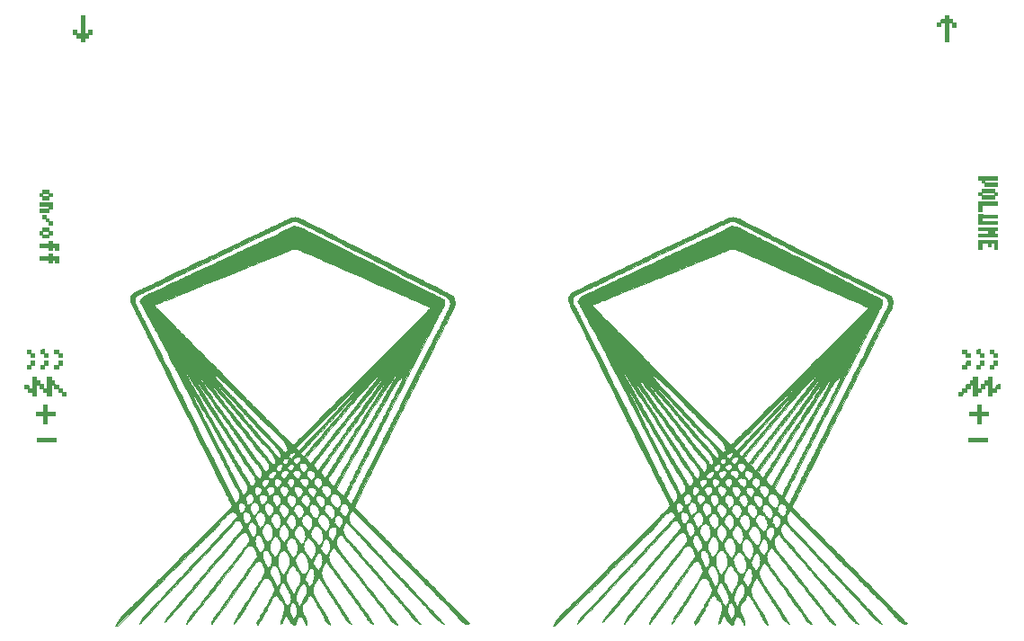
<source format=gbr>
G04 #@! TF.FileFunction,Legend,Top*
%FSLAX46Y46*%
G04 Gerber Fmt 4.6, Leading zero omitted, Abs format (unit mm)*
G04 Created by KiCad (PCBNEW 4.0.7-e0-6372~58~ubuntu16.04.1) date Thu Mar  7 17:22:22 2019*
%MOMM*%
%LPD*%
G01*
G04 APERTURE LIST*
%ADD10C,0.100000*%
%ADD11C,0.010000*%
G04 APERTURE END LIST*
D10*
D11*
G36*
X129495979Y-93504035D02*
X129582328Y-93517309D01*
X129673034Y-93539715D01*
X129770447Y-93572114D01*
X129876914Y-93615364D01*
X129994783Y-93670325D01*
X130126401Y-93737856D01*
X130274115Y-93818817D01*
X130416600Y-93900295D01*
X130546078Y-93974828D01*
X130656986Y-94037195D01*
X130752190Y-94088858D01*
X130834554Y-94131278D01*
X130906945Y-94165916D01*
X130972226Y-94194233D01*
X131033263Y-94217692D01*
X131051600Y-94224147D01*
X131076156Y-94233707D01*
X131112745Y-94249682D01*
X131162128Y-94272455D01*
X131225067Y-94302406D01*
X131302327Y-94339917D01*
X131394669Y-94385371D01*
X131502855Y-94439147D01*
X131627649Y-94501628D01*
X131769814Y-94573196D01*
X131930110Y-94654232D01*
X132109303Y-94745117D01*
X132308153Y-94846234D01*
X132527423Y-94957963D01*
X132767877Y-95080687D01*
X132975650Y-95186857D01*
X133043973Y-95221704D01*
X133133883Y-95267428D01*
X133244284Y-95323475D01*
X133374079Y-95389290D01*
X133522171Y-95464320D01*
X133687465Y-95548010D01*
X133868865Y-95639807D01*
X134065275Y-95739156D01*
X134275598Y-95845503D01*
X134498738Y-95958294D01*
X134733599Y-96076976D01*
X134979085Y-96200994D01*
X135234100Y-96329794D01*
X135497547Y-96462823D01*
X135768331Y-96599525D01*
X136045355Y-96739347D01*
X136327523Y-96881735D01*
X136613739Y-97026135D01*
X136902907Y-97171993D01*
X136995200Y-97218539D01*
X137256286Y-97350214D01*
X137497682Y-97471970D01*
X137722380Y-97585320D01*
X137933373Y-97691773D01*
X138133654Y-97792843D01*
X138326215Y-97890040D01*
X138514049Y-97984875D01*
X138700148Y-98078860D01*
X138887506Y-98173507D01*
X139079115Y-98270326D01*
X139277967Y-98370830D01*
X139487055Y-98476529D01*
X139709372Y-98588935D01*
X139947911Y-98709560D01*
X140205664Y-98839914D01*
X140246400Y-98860516D01*
X140400749Y-98938623D01*
X140567643Y-99023157D01*
X140745153Y-99113137D01*
X140931350Y-99207581D01*
X141124304Y-99305508D01*
X141322085Y-99405937D01*
X141522765Y-99507885D01*
X141724413Y-99610371D01*
X141925101Y-99712414D01*
X142122899Y-99813032D01*
X142315877Y-99911244D01*
X142502107Y-100006068D01*
X142679658Y-100096522D01*
X142846602Y-100181625D01*
X143001008Y-100260396D01*
X143140949Y-100331853D01*
X143264493Y-100395015D01*
X143369712Y-100448899D01*
X143454677Y-100492525D01*
X143472200Y-100501545D01*
X143576596Y-100555251D01*
X143683878Y-100610326D01*
X143789426Y-100664404D01*
X143888618Y-100715123D01*
X143976835Y-100760117D01*
X144049456Y-100797024D01*
X144078939Y-100811941D01*
X144285629Y-100916283D01*
X144331564Y-101007416D01*
X144399219Y-101166192D01*
X144442070Y-101325810D01*
X144460303Y-101488064D01*
X144454106Y-101654751D01*
X144423667Y-101827667D01*
X144419075Y-101846247D01*
X144377348Y-101981562D01*
X144319893Y-102124932D01*
X144250469Y-102268123D01*
X144172839Y-102402902D01*
X144145645Y-102444750D01*
X144137234Y-102460150D01*
X144117796Y-102497605D01*
X144087664Y-102556451D01*
X144047172Y-102636024D01*
X143996651Y-102735659D01*
X143936434Y-102854692D01*
X143866854Y-102992461D01*
X143788244Y-103148300D01*
X143700937Y-103321546D01*
X143605264Y-103511535D01*
X143501559Y-103717603D01*
X143390155Y-103939086D01*
X143271383Y-104175320D01*
X143145578Y-104425641D01*
X143013070Y-104689385D01*
X142874194Y-104965888D01*
X142729282Y-105254486D01*
X142578667Y-105554515D01*
X142422680Y-105865312D01*
X142261656Y-106186212D01*
X142095925Y-106516551D01*
X141925823Y-106855665D01*
X141751680Y-107202891D01*
X141573830Y-107557564D01*
X141392605Y-107919021D01*
X141208338Y-108286597D01*
X141021361Y-108659629D01*
X140832008Y-109037452D01*
X140640611Y-109419403D01*
X140447503Y-109804817D01*
X140253016Y-110193032D01*
X140057483Y-110583382D01*
X139861237Y-110975203D01*
X139664611Y-111367833D01*
X139467936Y-111760606D01*
X139271547Y-112152859D01*
X139075775Y-112543929D01*
X138880953Y-112933150D01*
X138687414Y-113319859D01*
X138495490Y-113703392D01*
X138305515Y-114083085D01*
X138117820Y-114458275D01*
X137932740Y-114828296D01*
X137750605Y-115192486D01*
X137571750Y-115550180D01*
X137396506Y-115900714D01*
X137225206Y-116243425D01*
X137058183Y-116577648D01*
X136895771Y-116902719D01*
X136738300Y-117217975D01*
X136586105Y-117522751D01*
X136439517Y-117816384D01*
X136298870Y-118098209D01*
X136164496Y-118367563D01*
X136036727Y-118623781D01*
X135915897Y-118866200D01*
X135802339Y-119094156D01*
X135696384Y-119306985D01*
X135655111Y-119389932D01*
X134971060Y-120764915D01*
X135154802Y-120952032D01*
X135191841Y-120989805D01*
X135244935Y-121044032D01*
X135312402Y-121112990D01*
X135392556Y-121194954D01*
X135483713Y-121288203D01*
X135584189Y-121391011D01*
X135692298Y-121501656D01*
X135806357Y-121618415D01*
X135924682Y-121739563D01*
X136045587Y-121863377D01*
X136125597Y-121945326D01*
X136219136Y-122041120D01*
X136309716Y-122133841D01*
X136398019Y-122224178D01*
X136484728Y-122312823D01*
X136570525Y-122400464D01*
X136656095Y-122487792D01*
X136742119Y-122575498D01*
X136829280Y-122664270D01*
X136918261Y-122754800D01*
X137009745Y-122847778D01*
X137104414Y-122943892D01*
X137202952Y-123043835D01*
X137306041Y-123148294D01*
X137414364Y-123257962D01*
X137528604Y-123373527D01*
X137649443Y-123495680D01*
X137777565Y-123625111D01*
X137913651Y-123762511D01*
X138058386Y-123908568D01*
X138212451Y-124063973D01*
X138376530Y-124229417D01*
X138551305Y-124405589D01*
X138737459Y-124593179D01*
X138935675Y-124792878D01*
X139146635Y-125005376D01*
X139371023Y-125231362D01*
X139609522Y-125471527D01*
X139862813Y-125726561D01*
X140131580Y-125997154D01*
X140416505Y-126283995D01*
X140718272Y-126587776D01*
X140894574Y-126765250D01*
X141127032Y-126999276D01*
X141360075Y-127233943D01*
X141592717Y-127468256D01*
X141823973Y-127701221D01*
X142052855Y-127931842D01*
X142278379Y-128159125D01*
X142499559Y-128382075D01*
X142715407Y-128599698D01*
X142924938Y-128810998D01*
X143127166Y-129014982D01*
X143321106Y-129210654D01*
X143505770Y-129397020D01*
X143680173Y-129573085D01*
X143843329Y-129737855D01*
X143994252Y-129890334D01*
X144131955Y-130029528D01*
X144255453Y-130154442D01*
X144363760Y-130264082D01*
X144455890Y-130357453D01*
X144514066Y-130416500D01*
X144641385Y-130545830D01*
X144768006Y-130674448D01*
X144892209Y-130800606D01*
X145012274Y-130922558D01*
X145126481Y-131038557D01*
X145233111Y-131146857D01*
X145330445Y-131245711D01*
X145416763Y-131333373D01*
X145490344Y-131408096D01*
X145549471Y-131468134D01*
X145590892Y-131510186D01*
X145823811Y-131746623D01*
X145775130Y-131776886D01*
X145746274Y-131792394D01*
X145716131Y-131801562D01*
X145676748Y-131805917D01*
X145620172Y-131806990D01*
X145618500Y-131806988D01*
X145560829Y-131805738D01*
X145518069Y-131800696D01*
X145479776Y-131789608D01*
X145435508Y-131770223D01*
X145425455Y-131765365D01*
X145333521Y-131712831D01*
X145230783Y-131639482D01*
X145117008Y-131545100D01*
X144991968Y-131429466D01*
X144855429Y-131292363D01*
X144707163Y-131133572D01*
X144546937Y-130952875D01*
X144468615Y-130861705D01*
X144330977Y-130700406D01*
X144208123Y-130557326D01*
X144098730Y-130431047D01*
X144001477Y-130320146D01*
X143915042Y-130223205D01*
X143838101Y-130138802D01*
X143769334Y-130065518D01*
X143707417Y-130001931D01*
X143651029Y-129946621D01*
X143598848Y-129898168D01*
X143549551Y-129855151D01*
X143501816Y-129816150D01*
X143478550Y-129798040D01*
X143461014Y-129783469D01*
X143434600Y-129759777D01*
X143398949Y-129726605D01*
X143353700Y-129683593D01*
X143298493Y-129630379D01*
X143232967Y-129566604D01*
X143156762Y-129491907D01*
X143069518Y-129405928D01*
X142970874Y-129308306D01*
X142860471Y-129198680D01*
X142737948Y-129076692D01*
X142602944Y-128941979D01*
X142455100Y-128794182D01*
X142294055Y-128632940D01*
X142119449Y-128457893D01*
X141930922Y-128268680D01*
X141728113Y-128064941D01*
X141510662Y-127846316D01*
X141278209Y-127612444D01*
X141030394Y-127362964D01*
X140766855Y-127097517D01*
X140487234Y-126815742D01*
X140191170Y-126517278D01*
X139878301Y-126201766D01*
X139548270Y-125868844D01*
X139247237Y-125565100D01*
X139037726Y-125353765D01*
X138822495Y-125136823D01*
X138603067Y-124915804D01*
X138380968Y-124692237D01*
X138157722Y-124467652D01*
X137934852Y-124243580D01*
X137713882Y-124021550D01*
X137496338Y-123803092D01*
X137283743Y-123589737D01*
X137077622Y-123383013D01*
X136879498Y-123184452D01*
X136690896Y-122995582D01*
X136513340Y-122817934D01*
X136348354Y-122653038D01*
X136197463Y-122502423D01*
X136062191Y-122367620D01*
X136004420Y-122310139D01*
X134819305Y-121131628D01*
X134763276Y-121186189D01*
X134661465Y-121301463D01*
X134574486Y-121432709D01*
X134506930Y-121572689D01*
X134491123Y-121615343D01*
X134463391Y-121734478D01*
X134459188Y-121860676D01*
X134478310Y-121991954D01*
X134520552Y-122126328D01*
X134551191Y-122195950D01*
X134601660Y-122288985D01*
X134665823Y-122386735D01*
X134744863Y-122490542D01*
X134839961Y-122601747D01*
X134952299Y-122721694D01*
X135083058Y-122851724D01*
X135233420Y-122993180D01*
X135331500Y-123082265D01*
X135490412Y-123227197D01*
X135632879Y-123361725D01*
X135758151Y-123485078D01*
X135865477Y-123596487D01*
X135954108Y-123695180D01*
X136023293Y-123780387D01*
X136057111Y-123827621D01*
X136067503Y-123841226D01*
X136086816Y-123864197D01*
X136115446Y-123896961D01*
X136153790Y-123939943D01*
X136202244Y-123993571D01*
X136261204Y-124058270D01*
X136331067Y-124134466D01*
X136412229Y-124222587D01*
X136505087Y-124323058D01*
X136610038Y-124436305D01*
X136727476Y-124562756D01*
X136857800Y-124702835D01*
X137001406Y-124856971D01*
X137158689Y-125025588D01*
X137330046Y-125209113D01*
X137515874Y-125407973D01*
X137716569Y-125622593D01*
X137932528Y-125853400D01*
X138164147Y-126100821D01*
X138411822Y-126365282D01*
X138675950Y-126647208D01*
X138956928Y-126947027D01*
X139078193Y-127076400D01*
X139351764Y-127368327D01*
X139621078Y-127655876D01*
X139885615Y-127938486D01*
X140144853Y-128215595D01*
X140398272Y-128486644D01*
X140645350Y-128751070D01*
X140885566Y-129008313D01*
X141118399Y-129257812D01*
X141343327Y-129499005D01*
X141559831Y-129731333D01*
X141767388Y-129954234D01*
X141965478Y-130167146D01*
X142153580Y-130369510D01*
X142331171Y-130560764D01*
X142497732Y-130740347D01*
X142652741Y-130907698D01*
X142795677Y-131062256D01*
X142926019Y-131203461D01*
X143043246Y-131330751D01*
X143146836Y-131443565D01*
X143236269Y-131541342D01*
X143311023Y-131623522D01*
X143370577Y-131689544D01*
X143414411Y-131738845D01*
X143442003Y-131770867D01*
X143452832Y-131785046D01*
X143452940Y-131785692D01*
X143438992Y-131784331D01*
X143407547Y-131773803D01*
X143363794Y-131756359D01*
X143312926Y-131734250D01*
X143260133Y-131709725D01*
X143210607Y-131685036D01*
X143172196Y-131663996D01*
X143095387Y-131616936D01*
X143019324Y-131565699D01*
X142942606Y-131508909D01*
X142863836Y-131445192D01*
X142781614Y-131373170D01*
X142694544Y-131291470D01*
X142601224Y-131198716D01*
X142500259Y-131093531D01*
X142390247Y-130974541D01*
X142269792Y-130840370D01*
X142137494Y-130689643D01*
X141991955Y-130520983D01*
X141897304Y-130410150D01*
X141740382Y-130226796D01*
X141598851Y-130063523D01*
X141472721Y-129920342D01*
X141362004Y-129797266D01*
X141266708Y-129694304D01*
X141186846Y-129611469D01*
X141122426Y-129548771D01*
X141096950Y-129525796D01*
X141075092Y-129505576D01*
X141042455Y-129473576D01*
X140998687Y-129429424D01*
X140943439Y-129372748D01*
X140876360Y-129303174D01*
X140797097Y-129220329D01*
X140705301Y-129123840D01*
X140600620Y-129013335D01*
X140482704Y-128888440D01*
X140351201Y-128748783D01*
X140205760Y-128593990D01*
X140046031Y-128423690D01*
X139871662Y-128237508D01*
X139682303Y-128035073D01*
X139477603Y-127816010D01*
X139257210Y-127579948D01*
X139020774Y-127326513D01*
X138767944Y-127055332D01*
X138498368Y-126766033D01*
X138379338Y-126638250D01*
X138093193Y-126331154D01*
X137813589Y-126031316D01*
X137540986Y-125739221D01*
X137275838Y-125455354D01*
X137018605Y-125180198D01*
X136769743Y-124914240D01*
X136529710Y-124657964D01*
X136298963Y-124411854D01*
X136077959Y-124176396D01*
X135867155Y-123952073D01*
X135667010Y-123739371D01*
X135477980Y-123538775D01*
X135300523Y-123350770D01*
X135135096Y-123175839D01*
X134982157Y-123014468D01*
X134842162Y-122867142D01*
X134715569Y-122734345D01*
X134602835Y-122616562D01*
X134504419Y-122514278D01*
X134420776Y-122427977D01*
X134352365Y-122358145D01*
X134299642Y-122305266D01*
X134263066Y-122269825D01*
X134243093Y-122252307D01*
X134239631Y-122250400D01*
X134227033Y-122259410D01*
X134203465Y-122283060D01*
X134173974Y-122316276D01*
X134173297Y-122317075D01*
X134073720Y-122448859D01*
X133999308Y-122579537D01*
X133949919Y-122710141D01*
X133925408Y-122841700D01*
X133925630Y-122975245D01*
X133950443Y-123111805D01*
X133999701Y-123252412D01*
X134032678Y-123323018D01*
X134076133Y-123403222D01*
X134126875Y-123484820D01*
X134186800Y-123570229D01*
X134257804Y-123661863D01*
X134341784Y-123762140D01*
X134440635Y-123873474D01*
X134556254Y-123998283D01*
X134593828Y-124038014D01*
X134702366Y-124152697D01*
X134794844Y-124251288D01*
X134873048Y-124335771D01*
X134938761Y-124408131D01*
X134993770Y-124470351D01*
X135039858Y-124524415D01*
X135078812Y-124572308D01*
X135105084Y-124606250D01*
X135135430Y-124645161D01*
X135178659Y-124698646D01*
X135235016Y-124766994D01*
X135304751Y-124850493D01*
X135388110Y-124949432D01*
X135485340Y-125064099D01*
X135596690Y-125194782D01*
X135722406Y-125341772D01*
X135862736Y-125505355D01*
X136017928Y-125685821D01*
X136188229Y-125883458D01*
X136373886Y-126098555D01*
X136575146Y-126331400D01*
X136792258Y-126582282D01*
X137025469Y-126851490D01*
X137275026Y-127139311D01*
X137446325Y-127336750D01*
X137731035Y-127665006D01*
X137999777Y-127975235D01*
X138253405Y-128268442D01*
X138492771Y-128545631D01*
X138718729Y-128807808D01*
X138932130Y-129055979D01*
X139133828Y-129291147D01*
X139324676Y-129514318D01*
X139505526Y-129726497D01*
X139677232Y-129928690D01*
X139840645Y-130121901D01*
X139996620Y-130307136D01*
X140146008Y-130485399D01*
X140289663Y-130657696D01*
X140428437Y-130825032D01*
X140563183Y-130988412D01*
X140694754Y-131148841D01*
X140824004Y-131307325D01*
X140951783Y-131464867D01*
X141007722Y-131534100D01*
X141066379Y-131606722D01*
X141120598Y-131673748D01*
X141168101Y-131732368D01*
X141206611Y-131779774D01*
X141233848Y-131813157D01*
X141247534Y-131829710D01*
X141247814Y-131830036D01*
X141259472Y-131845061D01*
X141254154Y-131847157D01*
X141230656Y-131838902D01*
X141191611Y-131820708D01*
X141137906Y-131791140D01*
X141075411Y-131753782D01*
X141009996Y-131712216D01*
X140947532Y-131670024D01*
X140911716Y-131644274D01*
X140852002Y-131596357D01*
X140780148Y-131532825D01*
X140700177Y-131457661D01*
X140616110Y-131374845D01*
X140531967Y-131288358D01*
X140451771Y-131202183D01*
X140379543Y-131120300D01*
X140364318Y-131102300D01*
X140323232Y-131052387D01*
X140269866Y-130986196D01*
X140207328Y-130907657D01*
X140138724Y-130820699D01*
X140067163Y-130729253D01*
X139995753Y-130637249D01*
X139962888Y-130594623D01*
X139853595Y-130452991D01*
X139757327Y-130329341D01*
X139672035Y-130221215D01*
X139595668Y-130126151D01*
X139526178Y-130041690D01*
X139461514Y-129965371D01*
X139399626Y-129894736D01*
X139338466Y-129827323D01*
X139275983Y-129760674D01*
X139216758Y-129699138D01*
X139188714Y-129670059D01*
X139158811Y-129638527D01*
X139126353Y-129603740D01*
X139090646Y-129564898D01*
X139050993Y-129521197D01*
X139006699Y-129471836D01*
X138957070Y-129416014D01*
X138901410Y-129352929D01*
X138839023Y-129281779D01*
X138769214Y-129201762D01*
X138691287Y-129112078D01*
X138604549Y-129011923D01*
X138508302Y-128900497D01*
X138401852Y-128776998D01*
X138284504Y-128640624D01*
X138155561Y-128490574D01*
X138014330Y-128326045D01*
X137860114Y-128146236D01*
X137692218Y-127950346D01*
X137509946Y-127737572D01*
X137312605Y-127507113D01*
X137099497Y-127258168D01*
X137090665Y-127247850D01*
X136894282Y-127018520D01*
X136697015Y-126788370D01*
X136499650Y-126558308D01*
X136302971Y-126329242D01*
X136107765Y-126102079D01*
X135914815Y-125877727D01*
X135724908Y-125657095D01*
X135538828Y-125441089D01*
X135357359Y-125230618D01*
X135181288Y-125026590D01*
X135011399Y-124829912D01*
X134848478Y-124641492D01*
X134693309Y-124462239D01*
X134546677Y-124293060D01*
X134409367Y-124134863D01*
X134282166Y-123988555D01*
X134165856Y-123855045D01*
X134061225Y-123735240D01*
X133969056Y-123630049D01*
X133890135Y-123540379D01*
X133825247Y-123467137D01*
X133775177Y-123411233D01*
X133740709Y-123373573D01*
X133736673Y-123369278D01*
X133707879Y-123338806D01*
X133601416Y-123445478D01*
X133490467Y-123568621D01*
X133402886Y-123692867D01*
X133338707Y-123819023D01*
X133297961Y-123947898D01*
X133280683Y-124080299D01*
X133286906Y-124217035D01*
X133316662Y-124358914D01*
X133369985Y-124506744D01*
X133446908Y-124661334D01*
X133547464Y-124823491D01*
X133664605Y-124984886D01*
X133692626Y-125020454D01*
X133734018Y-125072047D01*
X133785925Y-125136152D01*
X133845488Y-125209255D01*
X133909851Y-125287841D01*
X133976158Y-125368395D01*
X133989817Y-125384936D01*
X134016787Y-125417630D01*
X134043894Y-125450615D01*
X134071713Y-125484623D01*
X134100821Y-125520385D01*
X134131792Y-125558633D01*
X134165203Y-125600099D01*
X134201628Y-125645515D01*
X134241645Y-125695611D01*
X134285828Y-125751120D01*
X134334754Y-125812774D01*
X134388997Y-125881304D01*
X134449134Y-125957441D01*
X134515740Y-126041917D01*
X134589392Y-126135464D01*
X134670664Y-126238814D01*
X134760132Y-126352698D01*
X134858372Y-126477847D01*
X134965960Y-126614994D01*
X135083471Y-126764871D01*
X135211482Y-126928207D01*
X135350567Y-127105736D01*
X135501303Y-127298189D01*
X135664264Y-127506298D01*
X135840028Y-127730794D01*
X136029169Y-127972408D01*
X136232264Y-128231873D01*
X136449887Y-128509921D01*
X136669794Y-128790900D01*
X136864733Y-129039961D01*
X137055381Y-129283498D01*
X137241134Y-129520741D01*
X137421387Y-129750918D01*
X137595537Y-129973261D01*
X137762979Y-130186999D01*
X137923111Y-130391363D01*
X138075327Y-130585582D01*
X138219025Y-130768886D01*
X138353600Y-130940506D01*
X138478449Y-131099671D01*
X138592968Y-131245611D01*
X138696552Y-131377557D01*
X138788599Y-131494739D01*
X138868503Y-131596386D01*
X138935662Y-131681728D01*
X138989472Y-131749996D01*
X139029328Y-131800420D01*
X139054626Y-131832229D01*
X139064022Y-131843808D01*
X139074450Y-131857657D01*
X139071734Y-131863483D01*
X139051581Y-131862750D01*
X139020850Y-131858548D01*
X138915665Y-131833737D01*
X138812568Y-131789583D01*
X138710174Y-131725036D01*
X138607101Y-131639046D01*
X138501964Y-131530563D01*
X138393382Y-131398537D01*
X138364528Y-131360376D01*
X138328028Y-131309797D01*
X138281201Y-131242551D01*
X138227296Y-131163438D01*
X138169562Y-131077258D01*
X138111248Y-130988812D01*
X138068350Y-130922735D01*
X137972432Y-130775678D01*
X137886803Y-130648475D01*
X137809626Y-130538660D01*
X137739064Y-130443767D01*
X137673278Y-130361333D01*
X137610433Y-130288890D01*
X137548690Y-130223975D01*
X137544362Y-130219650D01*
X137502601Y-130175753D01*
X137449435Y-130116364D01*
X137388878Y-130046169D01*
X137324947Y-129969856D01*
X137261658Y-129892114D01*
X137234289Y-129857700D01*
X137133906Y-129730369D01*
X137035866Y-129605867D01*
X136938558Y-129482138D01*
X136840373Y-129357124D01*
X136739700Y-129228770D01*
X136634930Y-129095017D01*
X136524453Y-128953810D01*
X136406658Y-128803093D01*
X136279936Y-128640807D01*
X136142677Y-128464897D01*
X135993271Y-128273305D01*
X135830108Y-128063976D01*
X135807722Y-128035250D01*
X135605511Y-127775833D01*
X135417602Y-127534930D01*
X135242754Y-127310966D01*
X135079721Y-127102370D01*
X134927260Y-126907568D01*
X134784126Y-126724987D01*
X134649077Y-126553054D01*
X134520867Y-126390197D01*
X134398253Y-126234843D01*
X134279990Y-126085419D01*
X134164836Y-125940351D01*
X134051545Y-125798068D01*
X133938874Y-125656996D01*
X133825580Y-125515563D01*
X133710417Y-125372195D01*
X133592142Y-125225319D01*
X133469511Y-125073363D01*
X133341280Y-124914755D01*
X133274100Y-124831751D01*
X133219449Y-124764653D01*
X133169907Y-124704592D01*
X133127741Y-124654254D01*
X133095220Y-124616329D01*
X133074612Y-124593503D01*
X133068328Y-124587909D01*
X133054474Y-124596403D01*
X133027774Y-124620276D01*
X132991929Y-124655632D01*
X132950639Y-124698581D01*
X132907603Y-124745226D01*
X132866522Y-124791675D01*
X132831095Y-124834034D01*
X132815571Y-124853900D01*
X132768166Y-124923747D01*
X132720492Y-125006233D01*
X132676735Y-125093100D01*
X132641083Y-125176090D01*
X132619218Y-125241250D01*
X132601031Y-125335171D01*
X132591998Y-125442895D01*
X132592395Y-125554429D01*
X132602501Y-125659775D01*
X132606874Y-125685564D01*
X132629123Y-125783889D01*
X132659422Y-125882299D01*
X132698933Y-125982778D01*
X132748816Y-126087309D01*
X132810235Y-126197876D01*
X132884349Y-126316462D01*
X132972322Y-126445049D01*
X133075313Y-126585623D01*
X133194485Y-126740165D01*
X133306954Y-126881003D01*
X133346018Y-126930580D01*
X133397513Y-126997917D01*
X133459227Y-127080023D01*
X133528946Y-127173902D01*
X133604459Y-127276562D01*
X133683554Y-127385010D01*
X133764018Y-127496251D01*
X133841933Y-127604903D01*
X133923540Y-127719027D01*
X134017068Y-127849472D01*
X134119483Y-127992028D01*
X134227752Y-128142483D01*
X134338842Y-128296628D01*
X134449719Y-128450252D01*
X134557352Y-128599144D01*
X134658706Y-128739093D01*
X134696282Y-128790900D01*
X134893953Y-129063511D01*
X135077476Y-129317098D01*
X135247828Y-129553044D01*
X135405986Y-129772730D01*
X135552926Y-129977541D01*
X135689624Y-130168857D01*
X135817058Y-130348062D01*
X135936203Y-130516538D01*
X136048037Y-130675668D01*
X136153535Y-130826834D01*
X136253675Y-130971418D01*
X136349432Y-131110804D01*
X136441783Y-131246373D01*
X136531706Y-131379509D01*
X136620175Y-131511593D01*
X136656311Y-131565850D01*
X136710674Y-131647843D01*
X136752145Y-131711222D01*
X136782048Y-131758420D01*
X136801707Y-131791870D01*
X136812449Y-131814006D01*
X136815595Y-131827262D01*
X136812473Y-131834071D01*
X136804405Y-131836867D01*
X136803860Y-131836951D01*
X136747978Y-131833657D01*
X136682381Y-131810186D01*
X136610130Y-131768311D01*
X136534288Y-131709807D01*
X136458116Y-131636657D01*
X136407534Y-131579962D01*
X136353944Y-131513538D01*
X136295705Y-131435061D01*
X136231175Y-131342206D01*
X136158710Y-131232648D01*
X136076671Y-131104062D01*
X136035835Y-131038800D01*
X135957846Y-130914149D01*
X135891133Y-130808986D01*
X135834088Y-130720910D01*
X135785103Y-130647518D01*
X135742569Y-130586409D01*
X135704880Y-130535181D01*
X135670426Y-130491433D01*
X135664768Y-130484558D01*
X135615525Y-130423688D01*
X135556085Y-130347622D01*
X135486104Y-130255886D01*
X135405236Y-130148004D01*
X135313138Y-130023503D01*
X135209465Y-129881908D01*
X135093873Y-129722743D01*
X134966016Y-129545536D01*
X134825551Y-129349810D01*
X134672132Y-129135092D01*
X134505416Y-128900907D01*
X134325058Y-128646780D01*
X134130713Y-128372237D01*
X134107957Y-128340050D01*
X133938992Y-128101254D01*
X133783123Y-127881467D01*
X133638984Y-127678811D01*
X133505215Y-127491411D01*
X133380450Y-127317391D01*
X133263327Y-127154875D01*
X133152482Y-127001988D01*
X133046553Y-126856853D01*
X132944176Y-126717594D01*
X132843987Y-126582336D01*
X132744624Y-126449202D01*
X132644724Y-126316317D01*
X132542922Y-126181805D01*
X132466972Y-126081963D01*
X132391450Y-125982877D01*
X132287310Y-126091388D01*
X132160468Y-126239646D01*
X132058018Y-126394427D01*
X131980076Y-126555238D01*
X131926760Y-126721588D01*
X131898185Y-126892985D01*
X131894469Y-127068938D01*
X131915728Y-127248955D01*
X131962080Y-127432545D01*
X131966000Y-127444702D01*
X132021635Y-127589420D01*
X132095803Y-127742412D01*
X132185516Y-127898461D01*
X132287788Y-128052352D01*
X132394073Y-128192063D01*
X132436949Y-128245810D01*
X132477957Y-128299763D01*
X132519631Y-128357609D01*
X132564506Y-128423031D01*
X132615118Y-128499715D01*
X132674002Y-128591344D01*
X132733601Y-128685562D01*
X132769382Y-128741930D01*
X132816724Y-128815778D01*
X132873211Y-128903376D01*
X132936427Y-129000996D01*
X133003959Y-129104909D01*
X133073389Y-129211385D01*
X133142302Y-129316696D01*
X133151453Y-129330650D01*
X133300709Y-129558258D01*
X133436507Y-129765538D01*
X133559405Y-129953347D01*
X133669958Y-130122539D01*
X133768724Y-130273971D01*
X133856259Y-130408498D01*
X133933119Y-130526978D01*
X133999862Y-130630265D01*
X134057044Y-130719216D01*
X134105222Y-130794686D01*
X134144952Y-130857532D01*
X134159053Y-130880050D01*
X134210410Y-130962996D01*
X134267960Y-131057096D01*
X134329362Y-131158423D01*
X134392276Y-131263049D01*
X134454358Y-131367047D01*
X134513269Y-131466489D01*
X134566666Y-131557450D01*
X134612208Y-131636000D01*
X134647554Y-131698213D01*
X134656920Y-131715105D01*
X134711012Y-131813560D01*
X134675181Y-131800047D01*
X134601462Y-131764784D01*
X134520152Y-131713361D01*
X134437830Y-131650699D01*
X134361077Y-131581719D01*
X134308664Y-131525945D01*
X134263059Y-131471646D01*
X134220630Y-131418291D01*
X134179562Y-131363061D01*
X134138041Y-131303136D01*
X134094250Y-131235695D01*
X134046375Y-131157919D01*
X133992601Y-131066988D01*
X133931111Y-130960081D01*
X133860092Y-130834379D01*
X133836994Y-130793185D01*
X133759126Y-130655501D01*
X133690640Y-130537583D01*
X133629645Y-130436437D01*
X133574251Y-130349065D01*
X133522566Y-130272473D01*
X133472701Y-130203665D01*
X133430924Y-130149800D01*
X133403123Y-130112681D01*
X133364735Y-130058089D01*
X133318538Y-129990152D01*
X133267310Y-129912997D01*
X133213828Y-129830751D01*
X133170267Y-129762450D01*
X133042381Y-129560058D01*
X132927083Y-129377674D01*
X132823424Y-129213814D01*
X132730455Y-129066994D01*
X132647227Y-128935729D01*
X132572791Y-128818536D01*
X132506200Y-128713929D01*
X132446503Y-128620424D01*
X132392752Y-128536538D01*
X132343999Y-128460785D01*
X132299294Y-128391682D01*
X132257690Y-128327744D01*
X132218236Y-128267487D01*
X132179985Y-128209427D01*
X132141988Y-128152079D01*
X132114956Y-128111450D01*
X132052550Y-128018159D01*
X131988294Y-127922767D01*
X131925218Y-127829724D01*
X131866350Y-127743479D01*
X131814721Y-127668483D01*
X131773358Y-127609185D01*
X131765484Y-127598050D01*
X131644489Y-127427551D01*
X131592519Y-127488524D01*
X131502788Y-127602632D01*
X131415656Y-127729962D01*
X131335170Y-127863674D01*
X131265382Y-127996927D01*
X131210340Y-128122882D01*
X131199178Y-128152932D01*
X131148672Y-128331035D01*
X131120633Y-128516055D01*
X131115115Y-128703710D01*
X131132174Y-128889718D01*
X131171864Y-129069798D01*
X131186833Y-129117952D01*
X131249776Y-129276458D01*
X131333560Y-129438022D01*
X131435069Y-129597260D01*
X131551186Y-129748791D01*
X131553976Y-129752110D01*
X131597495Y-129808027D01*
X131641051Y-129871081D01*
X131677277Y-129930391D01*
X131687125Y-129948768D01*
X131710880Y-129994559D01*
X131736731Y-130042357D01*
X131766123Y-130094580D01*
X131800502Y-130153649D01*
X131841311Y-130221982D01*
X131889997Y-130301997D01*
X131948003Y-130396115D01*
X132016776Y-130506754D01*
X132097759Y-130636334D01*
X132099272Y-130638750D01*
X132202170Y-130804348D01*
X132291729Y-130951315D01*
X132369186Y-131081822D01*
X132435778Y-131198036D01*
X132492744Y-131302129D01*
X132541320Y-131396269D01*
X132582745Y-131482626D01*
X132590917Y-131500563D01*
X132619473Y-131566402D01*
X132647573Y-131635704D01*
X132673625Y-131704006D01*
X132696040Y-131766848D01*
X132713226Y-131819769D01*
X132723592Y-131858306D01*
X132725549Y-131878000D01*
X132725525Y-131878073D01*
X132713336Y-131879900D01*
X132686022Y-131868426D01*
X132648017Y-131846557D01*
X132603753Y-131817196D01*
X132557663Y-131783251D01*
X132514181Y-131747626D01*
X132484500Y-131720115D01*
X132408468Y-131633413D01*
X132330115Y-131522862D01*
X132250315Y-131389810D01*
X132169941Y-131235608D01*
X132166863Y-131229300D01*
X132093658Y-131079163D01*
X132030378Y-130950019D01*
X131976011Y-130839935D01*
X131929547Y-130746976D01*
X131889971Y-130669212D01*
X131856274Y-130604708D01*
X131827444Y-130551532D01*
X131802468Y-130507752D01*
X131780335Y-130471434D01*
X131760033Y-130440646D01*
X131740551Y-130413454D01*
X131738076Y-130410150D01*
X131677555Y-130328163D01*
X131624072Y-130251816D01*
X131574523Y-130176053D01*
X131525801Y-130095821D01*
X131474802Y-130006066D01*
X131418421Y-129901732D01*
X131375278Y-129819600D01*
X131310368Y-129695591D01*
X131255220Y-129591779D01*
X131208287Y-129505616D01*
X131168021Y-129434557D01*
X131132875Y-129376054D01*
X131101301Y-129327561D01*
X131071751Y-129286531D01*
X131042678Y-129250418D01*
X131012534Y-129216675D01*
X131002282Y-129205828D01*
X130943907Y-129151573D01*
X130892206Y-129119483D01*
X130843788Y-129108404D01*
X130795262Y-129117181D01*
X130772225Y-129127436D01*
X130730532Y-129160361D01*
X130687406Y-129215198D01*
X130644663Y-129288666D01*
X130604121Y-129377487D01*
X130567598Y-129478380D01*
X130555200Y-129519033D01*
X130540059Y-129568890D01*
X130526549Y-129601591D01*
X130509610Y-129624483D01*
X130484181Y-129644913D01*
X130455609Y-129663601D01*
X130335914Y-129751290D01*
X130239592Y-129847299D01*
X130165638Y-129952808D01*
X130114623Y-130064506D01*
X130099753Y-130110245D01*
X130090256Y-130151615D01*
X130085052Y-130196726D01*
X130083062Y-130253687D01*
X130082988Y-130302200D01*
X130086006Y-130383041D01*
X130094807Y-130463098D01*
X130110355Y-130545530D01*
X130133616Y-130633497D01*
X130165557Y-130730157D01*
X130207143Y-130838670D01*
X130259338Y-130962195D01*
X130323110Y-131103892D01*
X130337623Y-131135303D01*
X130400659Y-131274182D01*
X130451377Y-131393205D01*
X130490197Y-131494492D01*
X130517537Y-131580162D01*
X130533817Y-131652336D01*
X130539455Y-131713133D01*
X130534872Y-131764672D01*
X130520487Y-131809074D01*
X130496718Y-131848457D01*
X130482165Y-131866129D01*
X130447377Y-131905063D01*
X130405044Y-131792606D01*
X130371022Y-131708568D01*
X130330025Y-131617231D01*
X130285443Y-131525429D01*
X130240664Y-131439996D01*
X130199080Y-131367765D01*
X130178107Y-131335121D01*
X130139905Y-131284671D01*
X130094019Y-131231990D01*
X130062354Y-131199964D01*
X129993136Y-131144214D01*
X129929019Y-131112110D01*
X129867627Y-131103025D01*
X129806585Y-131116330D01*
X129784269Y-131126464D01*
X129730991Y-131162623D01*
X129681339Y-131215294D01*
X129634676Y-131285851D01*
X129590365Y-131375665D01*
X129547771Y-131486109D01*
X129506255Y-131618554D01*
X129465183Y-131774375D01*
X129445764Y-131856460D01*
X129440144Y-131876352D01*
X129430612Y-131886737D01*
X129410689Y-131889857D01*
X129373896Y-131887960D01*
X129358412Y-131886732D01*
X129288700Y-131875516D01*
X129222473Y-131852346D01*
X129158047Y-131815601D01*
X129093738Y-131763658D01*
X129027866Y-131694894D01*
X128958745Y-131607687D01*
X128884695Y-131500415D01*
X128804030Y-131371455D01*
X128777152Y-131326368D01*
X128720744Y-131234555D01*
X128672314Y-131164652D01*
X128630111Y-131115105D01*
X128592388Y-131084362D01*
X128557397Y-131070867D01*
X128523388Y-131073067D01*
X128501872Y-131081712D01*
X128462517Y-131114041D01*
X128421126Y-131171096D01*
X128377984Y-131252311D01*
X128333373Y-131357116D01*
X128287575Y-131484945D01*
X128263642Y-131559500D01*
X128245751Y-131612774D01*
X128228141Y-131657709D01*
X128213371Y-131688100D01*
X128206984Y-131696734D01*
X128176192Y-131720532D01*
X128138490Y-131745981D01*
X128101134Y-131768626D01*
X128071378Y-131784008D01*
X128058263Y-131788100D01*
X128045515Y-131781263D01*
X128040251Y-131759806D01*
X128042765Y-131722308D01*
X128053348Y-131667348D01*
X128072294Y-131593504D01*
X128099897Y-131499356D01*
X128136448Y-131383482D01*
X128150678Y-131339762D01*
X128202825Y-131178416D01*
X128246598Y-131037626D01*
X128282677Y-130914213D01*
X128311742Y-130805002D01*
X128334474Y-130706815D01*
X128349066Y-130629624D01*
X128881356Y-130629624D01*
X128926420Y-130714490D01*
X128948460Y-130758261D01*
X128976990Y-130818189D01*
X129008634Y-130887024D01*
X129040017Y-130957517D01*
X129046201Y-130971722D01*
X129099564Y-131088486D01*
X129147913Y-131180844D01*
X129191544Y-131249232D01*
X129230749Y-131294084D01*
X129265822Y-131315833D01*
X129280597Y-131318200D01*
X129296099Y-131309325D01*
X129323191Y-131285690D01*
X129356884Y-131251781D01*
X129368853Y-131238825D01*
X129431296Y-131157379D01*
X129488443Y-131058926D01*
X129535869Y-130951843D01*
X129561626Y-130873700D01*
X129573990Y-130809869D01*
X129581903Y-130727795D01*
X129585441Y-130634225D01*
X129584680Y-130535909D01*
X129579693Y-130439596D01*
X129570557Y-130352034D01*
X129557348Y-130279974D01*
X129554892Y-130270450D01*
X129521050Y-130165773D01*
X129479106Y-130068345D01*
X129431386Y-129982048D01*
X129380216Y-129910763D01*
X129327921Y-129858371D01*
X129294954Y-129836557D01*
X129233627Y-129816533D01*
X129175697Y-129821080D01*
X129121546Y-129849547D01*
X129071556Y-129901286D01*
X129026109Y-129975647D01*
X128985585Y-130071981D01*
X128950367Y-130189637D01*
X128920836Y-130327966D01*
X128897374Y-130486318D01*
X128893493Y-130519887D01*
X128881356Y-130629624D01*
X128349066Y-130629624D01*
X128351552Y-130616477D01*
X128363656Y-130530810D01*
X128371468Y-130446638D01*
X128375666Y-130360784D01*
X128376905Y-130283150D01*
X128375834Y-130180771D01*
X128370987Y-130097389D01*
X128361184Y-130026732D01*
X128345246Y-129962530D01*
X128321994Y-129898512D01*
X128292126Y-129832300D01*
X128250775Y-129764153D01*
X128193151Y-129693024D01*
X128126038Y-129625826D01*
X128056222Y-129569472D01*
X128001233Y-129535959D01*
X127969525Y-129519367D01*
X127946177Y-129503435D01*
X127927036Y-129483080D01*
X127907947Y-129453217D01*
X127884756Y-129408762D01*
X127865813Y-129370248D01*
X127811487Y-129271775D01*
X127756676Y-129198413D01*
X127700803Y-129149870D01*
X127643287Y-129125856D01*
X127583551Y-129126082D01*
X127521016Y-129150256D01*
X127480638Y-129177104D01*
X127428491Y-129223863D01*
X127373710Y-129286962D01*
X127315515Y-129367666D01*
X127253125Y-129467241D01*
X127185760Y-129586953D01*
X127112640Y-129728064D01*
X127032983Y-129891842D01*
X127011013Y-129938492D01*
X126915766Y-130140220D01*
X126829823Y-130318624D01*
X126753204Y-130473663D01*
X126685930Y-130605299D01*
X126628022Y-130713490D01*
X126579500Y-130798198D01*
X126540385Y-130859383D01*
X126525219Y-130880050D01*
X126494333Y-130923693D01*
X126456483Y-130983515D01*
X126415704Y-131052797D01*
X126376029Y-131124822D01*
X126361267Y-131153100D01*
X126281427Y-131305160D01*
X126205897Y-131441708D01*
X126135403Y-131561668D01*
X126070671Y-131663965D01*
X126012426Y-131747525D01*
X125961395Y-131811272D01*
X125918304Y-131854132D01*
X125883878Y-131875029D01*
X125872413Y-131877000D01*
X125847597Y-131869569D01*
X125831142Y-131845462D01*
X125822019Y-131801957D01*
X125819200Y-131736333D01*
X125819199Y-131736180D01*
X125818751Y-131718801D01*
X125817954Y-131704426D01*
X125817632Y-131691457D01*
X125818611Y-131678293D01*
X125821714Y-131663334D01*
X125827765Y-131644979D01*
X125837589Y-131621630D01*
X125852009Y-131591685D01*
X125871850Y-131553545D01*
X125897936Y-131505610D01*
X125931091Y-131446280D01*
X125972140Y-131373954D01*
X126021905Y-131287033D01*
X126081212Y-131183917D01*
X126150885Y-131063005D01*
X126231748Y-130922697D01*
X126292880Y-130816550D01*
X126424324Y-130588018D01*
X126543961Y-130379561D01*
X126652821Y-130189336D01*
X126751936Y-130015501D01*
X126842338Y-129856215D01*
X126925056Y-129709636D01*
X127001124Y-129573920D01*
X127071571Y-129447227D01*
X127137429Y-129327714D01*
X127199729Y-129213540D01*
X127259503Y-129102862D01*
X127317782Y-128993838D01*
X127375596Y-128884626D01*
X127393872Y-128849899D01*
X127486348Y-128673949D01*
X127477195Y-128632150D01*
X127921688Y-128632150D01*
X127924118Y-128727441D01*
X127932362Y-128803348D01*
X127948355Y-128865589D01*
X127974032Y-128919880D01*
X128011326Y-128971941D01*
X128051832Y-129016871D01*
X128084329Y-129053412D01*
X128115234Y-129094787D01*
X128146122Y-129143986D01*
X128178571Y-129204001D01*
X128214158Y-129277822D01*
X128254459Y-129368440D01*
X128301052Y-129478846D01*
X128321225Y-129527805D01*
X128376293Y-129659917D01*
X128424327Y-129769967D01*
X128466416Y-129859960D01*
X128503649Y-129931900D01*
X128537116Y-129987791D01*
X128567905Y-130029638D01*
X128597106Y-130059444D01*
X128618586Y-130075083D01*
X128662023Y-130095157D01*
X128701003Y-130095514D01*
X128740040Y-130080032D01*
X128771379Y-130056142D01*
X128810473Y-130014999D01*
X128853316Y-129961866D01*
X128895902Y-129902003D01*
X128934226Y-129840671D01*
X128961444Y-129789238D01*
X128998521Y-129701099D01*
X129022150Y-129618336D01*
X129034468Y-129530926D01*
X129037635Y-129432250D01*
X129037115Y-129419119D01*
X129514900Y-129419119D01*
X129520726Y-129526023D01*
X129537689Y-129617869D01*
X129565016Y-129691402D01*
X129588461Y-129728457D01*
X129615756Y-129763373D01*
X129636304Y-129792473D01*
X129653234Y-129821791D01*
X129669676Y-129857357D01*
X129688759Y-129905203D01*
X129711420Y-129965473D01*
X129740770Y-130041129D01*
X129765106Y-130095471D01*
X129786440Y-130131593D01*
X129806785Y-130152591D01*
X129828153Y-130161559D01*
X129839536Y-130162500D01*
X129857194Y-130158370D01*
X129870931Y-130142380D01*
X129884548Y-130109127D01*
X129890909Y-130089475D01*
X129914487Y-130026563D01*
X129951026Y-129946031D01*
X129998867Y-129851029D01*
X130056354Y-129744708D01*
X130121826Y-129630218D01*
X130193625Y-129510710D01*
X130206789Y-129489400D01*
X130292592Y-129348310D01*
X130363898Y-129224527D01*
X130421861Y-129115354D01*
X130467638Y-129018095D01*
X130502386Y-128930055D01*
X130527261Y-128848537D01*
X130543420Y-128770845D01*
X130552018Y-128694285D01*
X130552715Y-128682950D01*
X130550228Y-128560804D01*
X130527454Y-128448778D01*
X130482949Y-128339958D01*
X130479722Y-128333700D01*
X130453468Y-128281098D01*
X130425452Y-128221657D01*
X130410227Y-128187650D01*
X130366654Y-128107121D01*
X130316901Y-128051153D01*
X130261493Y-128019805D01*
X130200953Y-128013137D01*
X130135804Y-128031209D01*
X130066570Y-128074083D01*
X129995528Y-128139934D01*
X129911536Y-128243117D01*
X129831187Y-128367057D01*
X129756196Y-128507182D01*
X129688283Y-128658922D01*
X129629164Y-128817706D01*
X129580556Y-128978963D01*
X129544178Y-129138123D01*
X129521745Y-129290615D01*
X129514900Y-129419119D01*
X129037115Y-129419119D01*
X129034617Y-129356116D01*
X129025619Y-129280368D01*
X129009667Y-129202375D01*
X128985788Y-129119502D01*
X128953009Y-129029118D01*
X128910357Y-128928589D01*
X128856858Y-128815283D01*
X128791541Y-128686567D01*
X128713431Y-128539808D01*
X128695720Y-128507200D01*
X128648143Y-128419062D01*
X128602085Y-128332261D01*
X128559726Y-128251020D01*
X128523246Y-128179558D01*
X128494826Y-128122097D01*
X128477316Y-128084411D01*
X128441459Y-128013539D01*
X128402029Y-127955583D01*
X128361935Y-127913897D01*
X128324088Y-127891835D01*
X128307955Y-127889200D01*
X128251991Y-127901408D01*
X128194633Y-127936464D01*
X128137649Y-127992013D01*
X128082805Y-128065697D01*
X128031867Y-128155163D01*
X127986603Y-128258055D01*
X127950584Y-128365680D01*
X127937337Y-128417046D01*
X127928698Y-128466250D01*
X127923818Y-128521130D01*
X127921847Y-128589522D01*
X127921688Y-128632150D01*
X127477195Y-128632150D01*
X127470647Y-128602249D01*
X127455197Y-128541610D01*
X127432148Y-128463714D01*
X127403634Y-128374764D01*
X127371792Y-128280962D01*
X127338756Y-128188513D01*
X127306663Y-128103619D01*
X127277647Y-128032483D01*
X127263894Y-128001725D01*
X127187591Y-127854500D01*
X127108262Y-127732000D01*
X127026030Y-127634305D01*
X126941017Y-127561497D01*
X126853347Y-127513655D01*
X126763141Y-127490859D01*
X126670523Y-127493190D01*
X126575615Y-127520728D01*
X126547770Y-127533397D01*
X126458863Y-127588650D01*
X126367643Y-127667502D01*
X126275249Y-127768390D01*
X126182818Y-127889747D01*
X126091485Y-128030010D01*
X126002390Y-128187612D01*
X125916668Y-128360989D01*
X125869465Y-128466942D01*
X125811135Y-128588183D01*
X125742511Y-128706843D01*
X125712305Y-128752692D01*
X125664299Y-128823106D01*
X125615249Y-128896500D01*
X125563801Y-128975021D01*
X125508605Y-129060814D01*
X125448307Y-129156029D01*
X125381555Y-129262812D01*
X125306996Y-129383311D01*
X125223278Y-129519672D01*
X125129049Y-129674044D01*
X125046008Y-129810602D01*
X124949314Y-129969674D01*
X124864277Y-130109193D01*
X124789497Y-130231390D01*
X124723570Y-130338498D01*
X124665093Y-130432748D01*
X124612665Y-130516371D01*
X124564882Y-130591600D01*
X124520342Y-130660665D01*
X124477642Y-130725799D01*
X124435380Y-130789233D01*
X124392152Y-130853199D01*
X124373857Y-130880050D01*
X124265006Y-131035787D01*
X124152454Y-131189956D01*
X124039391Y-131338457D01*
X123929009Y-131477190D01*
X123824499Y-131602055D01*
X123729054Y-131708953D01*
X123726308Y-131711900D01*
X123661119Y-131781750D01*
X123697343Y-131686500D01*
X123740236Y-131578104D01*
X123786562Y-131470130D01*
X123837455Y-131360593D01*
X123894053Y-131247510D01*
X123957490Y-131128897D01*
X124028902Y-131002773D01*
X124109424Y-130867152D01*
X124200193Y-130720052D01*
X124302344Y-130559490D01*
X124417013Y-130383482D01*
X124545334Y-130190045D01*
X124606348Y-130099000D01*
X124706714Y-129949343D01*
X124794540Y-129817684D01*
X124871691Y-129701100D01*
X124940033Y-129596669D01*
X125001431Y-129501470D01*
X125057752Y-129412580D01*
X125110861Y-129327078D01*
X125162625Y-129242042D01*
X125214908Y-129154549D01*
X125269577Y-129061678D01*
X125278669Y-129046125D01*
X125318613Y-128978164D01*
X125356862Y-128914127D01*
X125395089Y-128851433D01*
X125434968Y-128787496D01*
X125478170Y-128719735D01*
X125526371Y-128645566D01*
X125581243Y-128562405D01*
X125644459Y-128467670D01*
X125717692Y-128358776D01*
X125802616Y-128233142D01*
X125861780Y-128145845D01*
X125923523Y-128054214D01*
X125985986Y-127960434D01*
X126046255Y-127868955D01*
X126101419Y-127784229D01*
X126148563Y-127710708D01*
X126184775Y-127652845D01*
X126190053Y-127644195D01*
X126250018Y-127541328D01*
X126311379Y-127428731D01*
X126371428Y-127311929D01*
X126427454Y-127196443D01*
X126476748Y-127087796D01*
X126516598Y-126991511D01*
X126535352Y-126940510D01*
X126560762Y-126866622D01*
X127040610Y-126866622D01*
X127047653Y-126930771D01*
X127063464Y-126998757D01*
X127089115Y-127073284D01*
X127125680Y-127157058D01*
X127174233Y-127252784D01*
X127235845Y-127363166D01*
X127311590Y-127490912D01*
X127318224Y-127501850D01*
X127372080Y-127592708D01*
X127421484Y-127680251D01*
X127464838Y-127761313D01*
X127500540Y-127832727D01*
X127526990Y-127891326D01*
X127542589Y-127933944D01*
X127546203Y-127953049D01*
X127553140Y-127978666D01*
X127563239Y-127997499D01*
X127577160Y-128022974D01*
X127595255Y-128062172D01*
X127608023Y-128092765D01*
X127640713Y-128166581D01*
X127670363Y-128216299D01*
X127696702Y-128241510D01*
X127708826Y-128244800D01*
X127732355Y-128238226D01*
X127766961Y-128221440D01*
X127788388Y-128208693D01*
X127843601Y-128166561D01*
X127900126Y-128112104D01*
X127950411Y-128053392D01*
X127986907Y-127998496D01*
X127989317Y-127993902D01*
X128028352Y-127896373D01*
X128056249Y-127781548D01*
X128072210Y-127655329D01*
X128074545Y-127560038D01*
X128549700Y-127560038D01*
X128556497Y-127678667D01*
X128577860Y-127779913D01*
X128615248Y-127868147D01*
X128670118Y-127947744D01*
X128684507Y-127964338D01*
X128705799Y-127991653D01*
X128731876Y-128032052D01*
X128763787Y-128087451D01*
X128802582Y-128159762D01*
X128849309Y-128250900D01*
X128905018Y-128362779D01*
X128922786Y-128398931D01*
X128995757Y-128545344D01*
X129062480Y-128674283D01*
X129122432Y-128784863D01*
X129175086Y-128876199D01*
X129219918Y-128947405D01*
X129256402Y-128997596D01*
X129284013Y-129025886D01*
X129298383Y-129032200D01*
X129306890Y-129021562D01*
X129323582Y-128992935D01*
X129345691Y-128951243D01*
X129360863Y-128921075D01*
X129385878Y-128871724D01*
X129419800Y-128806705D01*
X129459178Y-128732538D01*
X129500558Y-128655744D01*
X129527309Y-128606750D01*
X129616470Y-128442007D01*
X129692475Y-128295866D01*
X129756294Y-128165820D01*
X129808902Y-128049362D01*
X129851270Y-127943987D01*
X129884372Y-127847188D01*
X129909178Y-127756459D01*
X129926663Y-127669295D01*
X129937798Y-127583188D01*
X129941276Y-127539950D01*
X129940695Y-127511992D01*
X130366550Y-127511992D01*
X130369754Y-127584118D01*
X130390517Y-127664922D01*
X130429326Y-127755882D01*
X130486671Y-127858480D01*
X130563038Y-127974196D01*
X130638197Y-128077260D01*
X130683868Y-128138382D01*
X130723741Y-128192883D01*
X130755444Y-128237431D01*
X130776609Y-128268693D01*
X130784866Y-128283335D01*
X130784900Y-128283635D01*
X130790587Y-128295046D01*
X130808336Y-128287425D01*
X130839178Y-128260133D01*
X130863954Y-128234522D01*
X130982234Y-128089982D01*
X131078453Y-127932896D01*
X131152565Y-127763387D01*
X131204526Y-127581580D01*
X131234288Y-127387598D01*
X131242100Y-127215839D01*
X131236769Y-127077963D01*
X131221312Y-126953064D01*
X131196526Y-126842694D01*
X131163210Y-126748404D01*
X131122165Y-126671746D01*
X131074189Y-126614271D01*
X131020080Y-126577532D01*
X130960640Y-126563079D01*
X130908872Y-126568843D01*
X130850744Y-126596089D01*
X130790474Y-126647076D01*
X130729040Y-126720337D01*
X130667421Y-126814407D01*
X130606597Y-126927819D01*
X130547546Y-127059106D01*
X130500727Y-127180197D01*
X130476336Y-127244619D01*
X130451663Y-127304512D01*
X130429423Y-127353603D01*
X130412332Y-127385616D01*
X130410866Y-127387850D01*
X130380416Y-127447062D01*
X130366550Y-127511992D01*
X129940695Y-127511992D01*
X129938249Y-127394318D01*
X129910634Y-127250016D01*
X129859201Y-127109840D01*
X129787147Y-126980249D01*
X129757908Y-126940377D01*
X129716414Y-126889597D01*
X129668499Y-126834831D01*
X129626177Y-126789371D01*
X129574754Y-126734389D01*
X129538495Y-126691081D01*
X129513608Y-126654217D01*
X129496299Y-126618565D01*
X129489966Y-126601504D01*
X129447133Y-126496838D01*
X129399018Y-126416894D01*
X129345337Y-126361492D01*
X129285811Y-126330451D01*
X129220157Y-126323592D01*
X129148096Y-126340734D01*
X129110222Y-126357912D01*
X129036760Y-126407811D01*
X128963191Y-126479761D01*
X128891050Y-126570464D01*
X128821876Y-126676623D01*
X128757206Y-126794943D01*
X128698575Y-126922127D01*
X128647523Y-127054878D01*
X128605585Y-127189900D01*
X128574299Y-127323895D01*
X128555202Y-127453568D01*
X128549700Y-127560038D01*
X128074545Y-127560038D01*
X128075438Y-127523618D01*
X128067716Y-127412950D01*
X128044250Y-127261034D01*
X128010009Y-127111740D01*
X127966275Y-126967471D01*
X127914329Y-126830627D01*
X127855454Y-126703609D01*
X127790932Y-126588818D01*
X127722046Y-126488656D01*
X127650077Y-126405523D01*
X127576309Y-126341821D01*
X127502022Y-126299951D01*
X127467243Y-126288484D01*
X127428912Y-126280635D01*
X127399789Y-126281772D01*
X127367361Y-126293445D01*
X127346593Y-126303422D01*
X127290735Y-126341336D01*
X127245270Y-126396881D01*
X127245226Y-126396950D01*
X127212580Y-126445191D01*
X127175855Y-126495866D01*
X127159148Y-126517600D01*
X127095191Y-126614876D01*
X127055892Y-126714591D01*
X127041263Y-126803603D01*
X127040610Y-126866622D01*
X126560762Y-126866622D01*
X126579902Y-126810970D01*
X126549696Y-126686510D01*
X126505035Y-126521982D01*
X126455099Y-126373554D01*
X126400730Y-126242965D01*
X126342768Y-126131958D01*
X126282054Y-126042271D01*
X126219429Y-125975648D01*
X126198104Y-125958741D01*
X126124777Y-125918115D01*
X126048021Y-125900236D01*
X125967592Y-125905303D01*
X125883245Y-125933511D01*
X125794736Y-125985058D01*
X125701820Y-126060141D01*
X125604252Y-126158956D01*
X125501789Y-126281701D01*
X125394185Y-126428573D01*
X125281197Y-126599768D01*
X125165405Y-126790650D01*
X125126049Y-126855272D01*
X125075166Y-126934810D01*
X125016394Y-127023806D01*
X124953371Y-127116798D01*
X124889737Y-127208328D01*
X124848007Y-127266900D01*
X124784712Y-127354858D01*
X124720343Y-127444599D01*
X124653667Y-127537864D01*
X124583454Y-127636392D01*
X124508472Y-127741925D01*
X124427487Y-127856201D01*
X124339269Y-127980962D01*
X124242586Y-128117948D01*
X124136205Y-128268899D01*
X124018894Y-128435555D01*
X123889423Y-128619656D01*
X123755687Y-128809950D01*
X123537585Y-129119956D01*
X123332850Y-129410080D01*
X123140634Y-129681491D01*
X122960093Y-129935359D01*
X122790378Y-130172852D01*
X122630642Y-130395138D01*
X122480040Y-130603388D01*
X122337724Y-130798769D01*
X122202847Y-130982450D01*
X122074563Y-131155601D01*
X121952025Y-131319391D01*
X121834386Y-131474988D01*
X121720799Y-131623561D01*
X121665080Y-131695813D01*
X121621625Y-131751543D01*
X121590943Y-131789271D01*
X121570569Y-131811312D01*
X121558034Y-131819985D01*
X121550874Y-131817607D01*
X121546741Y-131806977D01*
X121544466Y-131773534D01*
X121548203Y-131723933D01*
X121556759Y-131666373D01*
X121568936Y-131609052D01*
X121582173Y-131563966D01*
X121619199Y-131474531D01*
X121671622Y-131372978D01*
X121740049Y-131258369D01*
X121825083Y-131129767D01*
X121927328Y-130986234D01*
X122047390Y-130826832D01*
X122104744Y-130753050D01*
X122201656Y-130629185D01*
X122284476Y-130522716D01*
X122354982Y-130431204D01*
X122414950Y-130352214D01*
X122466160Y-130283308D01*
X122510388Y-130222050D01*
X122549413Y-130166001D01*
X122585011Y-130112726D01*
X122618961Y-130059788D01*
X122653041Y-130004748D01*
X122665230Y-129984700D01*
X122684669Y-129954559D01*
X122718954Y-129903818D01*
X122768080Y-129832483D01*
X122832043Y-129740561D01*
X122910838Y-129628057D01*
X123004461Y-129494978D01*
X123112907Y-129341330D01*
X123236172Y-129167120D01*
X123374251Y-128972354D01*
X123527141Y-128757039D01*
X123694835Y-128521180D01*
X123877331Y-128264784D01*
X123914175Y-128213050D01*
X124093817Y-127960759D01*
X124260075Y-127727109D01*
X124414367Y-127510100D01*
X124558110Y-127307731D01*
X124692722Y-127117999D01*
X124819619Y-126938906D01*
X124940219Y-126768449D01*
X125055940Y-126604628D01*
X125168197Y-126445442D01*
X125278409Y-126288890D01*
X125387993Y-126132971D01*
X125445831Y-126050579D01*
X125782035Y-125571450D01*
X126346399Y-125571450D01*
X126526830Y-125933400D01*
X126574973Y-126028813D01*
X126623444Y-126122763D01*
X126670084Y-126211216D01*
X126712734Y-126290139D01*
X126749233Y-126355497D01*
X126777422Y-126403260D01*
X126783929Y-126413544D01*
X126860596Y-126531738D01*
X126899919Y-126508794D01*
X126926253Y-126489274D01*
X126963221Y-126456598D01*
X127004481Y-126416504D01*
X127022059Y-126398309D01*
X127104557Y-126295842D01*
X127165531Y-126184591D01*
X127205905Y-126062071D01*
X127226602Y-125925794D01*
X127227347Y-125906319D01*
X127776768Y-125906319D01*
X127782783Y-126026132D01*
X127795025Y-126135490D01*
X127798261Y-126155650D01*
X127841823Y-126352555D01*
X127903384Y-126540624D01*
X127981480Y-126716766D01*
X128074648Y-126877890D01*
X128181426Y-127020905D01*
X128236716Y-127081834D01*
X128323783Y-127171650D01*
X128381398Y-127108150D01*
X128416608Y-127067570D01*
X128459124Y-127015999D01*
X128501191Y-126962896D01*
X128511883Y-126948976D01*
X128642596Y-126762318D01*
X128749104Y-126577527D01*
X128831275Y-126395024D01*
X128888978Y-126215228D01*
X128922080Y-126038560D01*
X128930450Y-125865440D01*
X128917523Y-125732871D01*
X129447757Y-125732871D01*
X129449609Y-125858166D01*
X129469912Y-125995102D01*
X129508734Y-126142444D01*
X129566143Y-126298956D01*
X129571018Y-126310599D01*
X129642692Y-126462954D01*
X129726980Y-126612448D01*
X129820220Y-126753568D01*
X129918749Y-126880798D01*
X130018903Y-126988626D01*
X130025757Y-126995188D01*
X130100097Y-127060461D01*
X130162309Y-127103577D01*
X130212527Y-127124622D01*
X130230672Y-127126910D01*
X130253588Y-127121306D01*
X130290308Y-127106381D01*
X130329930Y-127086886D01*
X130426866Y-127021076D01*
X130511544Y-126934411D01*
X130582346Y-126829096D01*
X130637657Y-126707340D01*
X130660463Y-126635716D01*
X130676097Y-126556705D01*
X130685685Y-126459926D01*
X130689230Y-126352279D01*
X130686736Y-126240666D01*
X130678205Y-126131986D01*
X130663917Y-126035000D01*
X131136969Y-126035000D01*
X131149815Y-126145131D01*
X131187436Y-126259411D01*
X131249618Y-126377439D01*
X131336148Y-126498812D01*
X131446812Y-126623128D01*
X131453321Y-126629765D01*
X131504064Y-126681122D01*
X131541552Y-126715171D01*
X131571080Y-126731958D01*
X131597944Y-126731529D01*
X131627437Y-126713928D01*
X131664853Y-126679201D01*
X131711022Y-126631965D01*
X131803093Y-126519956D01*
X131878722Y-126390883D01*
X131937103Y-126247698D01*
X131977431Y-126093353D01*
X131998899Y-125930800D01*
X132000704Y-125762991D01*
X131986666Y-125621664D01*
X131962119Y-125497766D01*
X131928102Y-125385682D01*
X131886027Y-125288491D01*
X131837308Y-125209274D01*
X131783360Y-125151110D01*
X131764096Y-125136691D01*
X131705341Y-125110537D01*
X131645574Y-125109035D01*
X131585486Y-125131495D01*
X131525767Y-125177226D01*
X131467106Y-125245538D01*
X131410192Y-125335740D01*
X131355716Y-125447142D01*
X131304368Y-125579053D01*
X131295037Y-125606333D01*
X131272792Y-125668041D01*
X131249444Y-125725025D01*
X131227941Y-125770496D01*
X131212838Y-125795658D01*
X131171101Y-125861147D01*
X131146908Y-125928699D01*
X131137390Y-126007364D01*
X131136969Y-126035000D01*
X130663917Y-126035000D01*
X130663642Y-126033140D01*
X130660173Y-126015950D01*
X130617323Y-125846033D01*
X130563289Y-125684814D01*
X130499548Y-125535100D01*
X130427578Y-125399698D01*
X130348855Y-125281415D01*
X130264856Y-125183058D01*
X130185305Y-125113404D01*
X130103401Y-125064133D01*
X130025062Y-125039916D01*
X129950061Y-125040691D01*
X129932351Y-125044638D01*
X129882348Y-125067987D01*
X129828770Y-125109844D01*
X129776934Y-125164925D01*
X129732154Y-125227943D01*
X129713230Y-125262487D01*
X129666102Y-125334067D01*
X129623461Y-125372796D01*
X129552206Y-125439179D01*
X129499124Y-125522142D01*
X129464284Y-125620451D01*
X129447757Y-125732871D01*
X128917523Y-125732871D01*
X128913955Y-125696288D01*
X128910775Y-125678772D01*
X128872554Y-125526878D01*
X128815819Y-125380099D01*
X128738983Y-125235354D01*
X128640455Y-125089562D01*
X128546029Y-124971375D01*
X128509144Y-124928610D01*
X128483066Y-124901681D01*
X128462319Y-124886928D01*
X128441428Y-124880692D01*
X128414919Y-124879314D01*
X128408267Y-124879300D01*
X128342649Y-124886342D01*
X128267034Y-124905392D01*
X128191832Y-124933335D01*
X128139311Y-124959794D01*
X128061319Y-125018359D01*
X127988043Y-125098219D01*
X127922095Y-125195353D01*
X127866083Y-125305745D01*
X127822618Y-125425374D01*
X127812153Y-125463500D01*
X127794673Y-125554639D01*
X127782854Y-125663522D01*
X127776839Y-125783099D01*
X127776768Y-125906319D01*
X127227347Y-125906319D01*
X127229956Y-125838150D01*
X127218132Y-125669125D01*
X127183064Y-125501224D01*
X127126295Y-125338904D01*
X127049369Y-125186621D01*
X126958648Y-125054835D01*
X126876172Y-124962156D01*
X126796967Y-124894296D01*
X126721781Y-124850802D01*
X126651360Y-124831218D01*
X126586452Y-124835090D01*
X126527803Y-124861963D01*
X126476161Y-124911382D01*
X126432272Y-124982894D01*
X126396883Y-125076043D01*
X126370742Y-125190376D01*
X126354594Y-125325436D01*
X126349782Y-125425400D01*
X126346399Y-125571450D01*
X125782035Y-125571450D01*
X125867110Y-125450209D01*
X125842939Y-125339379D01*
X125803849Y-125181885D01*
X125757636Y-125033141D01*
X125705546Y-124895769D01*
X125648825Y-124772392D01*
X125588721Y-124665632D01*
X125526481Y-124578113D01*
X125463352Y-124512456D01*
X125441648Y-124495393D01*
X125378928Y-124454971D01*
X125323130Y-124431120D01*
X125265180Y-124420680D01*
X125223825Y-124419562D01*
X125128692Y-124433557D01*
X125031972Y-124472813D01*
X124933752Y-124537243D01*
X124834121Y-124626764D01*
X124733167Y-124741290D01*
X124630977Y-124880736D01*
X124527639Y-125045019D01*
X124469203Y-125148014D01*
X124441089Y-125197857D01*
X124411839Y-125246293D01*
X124379358Y-125296236D01*
X124341550Y-125350601D01*
X124296318Y-125412304D01*
X124241568Y-125484258D01*
X124175203Y-125569379D01*
X124095128Y-125670581D01*
X124078007Y-125692100D01*
X123965620Y-125833524D01*
X123838748Y-125993678D01*
X123698459Y-126171206D01*
X123545816Y-126364755D01*
X123381887Y-126572969D01*
X123207737Y-126794494D01*
X123024431Y-127027976D01*
X122833036Y-127272060D01*
X122634618Y-127525391D01*
X122479133Y-127724100D01*
X122225623Y-128048048D01*
X121986807Y-128352868D01*
X121761887Y-128639564D01*
X121550068Y-128909138D01*
X121350555Y-129162593D01*
X121162551Y-129400933D01*
X120985261Y-129625160D01*
X120817889Y-129836278D01*
X120659639Y-130035290D01*
X120509715Y-130223199D01*
X120367321Y-130401008D01*
X120231663Y-130569721D01*
X120101943Y-130730340D01*
X119977365Y-130883868D01*
X119857136Y-131031310D01*
X119801419Y-131099380D01*
X119722316Y-131195823D01*
X119642611Y-131292852D01*
X119564007Y-131388403D01*
X119488211Y-131480413D01*
X119416927Y-131566817D01*
X119351861Y-131645552D01*
X119294718Y-131714554D01*
X119247204Y-131771758D01*
X119211024Y-131815102D01*
X119187883Y-131842520D01*
X119179905Y-131851600D01*
X119177702Y-131844605D01*
X119179637Y-131819517D01*
X119181528Y-131805879D01*
X119196285Y-131739604D01*
X119221634Y-131658349D01*
X119255118Y-131568927D01*
X119294280Y-131478152D01*
X119316161Y-131432500D01*
X119354614Y-131358139D01*
X119395281Y-131285781D01*
X119439764Y-131213312D01*
X119489663Y-131138623D01*
X119546579Y-131059602D01*
X119612114Y-130974139D01*
X119687870Y-130880122D01*
X119775446Y-130775440D01*
X119876444Y-130657983D01*
X119992465Y-130525639D01*
X120072320Y-130435550D01*
X120186601Y-130305967D01*
X120285189Y-130191705D01*
X120370282Y-130090058D01*
X120444078Y-129998315D01*
X120508775Y-129913770D01*
X120566572Y-129833713D01*
X120598507Y-129787218D01*
X120618122Y-129758903D01*
X120644009Y-129722920D01*
X120676720Y-129678562D01*
X120716806Y-129625124D01*
X120764819Y-129561897D01*
X120821310Y-129488176D01*
X120886831Y-129403253D01*
X120961933Y-129306424D01*
X121047168Y-129196980D01*
X121143087Y-129074215D01*
X121250241Y-128937422D01*
X121369183Y-128785896D01*
X121500463Y-128618929D01*
X121644634Y-128435815D01*
X121802246Y-128235846D01*
X121973852Y-128018318D01*
X122160002Y-127782522D01*
X122361248Y-127527753D01*
X122421856Y-127451050D01*
X122527732Y-127317025D01*
X122641458Y-127172987D01*
X122761644Y-127020703D01*
X122886898Y-126861936D01*
X123015831Y-126698453D01*
X123147053Y-126532018D01*
X123279171Y-126364398D01*
X123410797Y-126197357D01*
X123540539Y-126032661D01*
X123667007Y-125872076D01*
X123788811Y-125717366D01*
X123904559Y-125570297D01*
X124012862Y-125432634D01*
X124112329Y-125306143D01*
X124201570Y-125192589D01*
X124279193Y-125093738D01*
X124343809Y-125011354D01*
X124392506Y-124949150D01*
X124519912Y-124786058D01*
X124632433Y-124641764D01*
X124730923Y-124515130D01*
X124816240Y-124405020D01*
X124889238Y-124310296D01*
X124950774Y-124229821D01*
X125001701Y-124162458D01*
X125042878Y-124107071D01*
X125075158Y-124062521D01*
X125099397Y-124027673D01*
X125116452Y-124001389D01*
X125127178Y-123982532D01*
X125132430Y-123969965D01*
X125133314Y-123964694D01*
X125129703Y-123933651D01*
X125123325Y-123901809D01*
X125646657Y-123901809D01*
X125646798Y-123995044D01*
X125650759Y-124088037D01*
X125658469Y-124174462D01*
X125669859Y-124247991D01*
X125676480Y-124276360D01*
X125727171Y-124432397D01*
X125789819Y-124570305D01*
X125863392Y-124688081D01*
X125928884Y-124765906D01*
X125983331Y-124837527D01*
X126023498Y-124918008D01*
X126055077Y-124988298D01*
X126082631Y-125033928D01*
X126106407Y-125055275D01*
X126114741Y-125057100D01*
X126130873Y-125050082D01*
X126160050Y-125031917D01*
X126187289Y-125012804D01*
X126277019Y-124937181D01*
X126357953Y-124850090D01*
X126426147Y-124756807D01*
X126477658Y-124662605D01*
X126504727Y-124588213D01*
X126517853Y-124504170D01*
X127006383Y-124504170D01*
X127010812Y-124625541D01*
X127028222Y-124738538D01*
X127036552Y-124771350D01*
X127085214Y-124906789D01*
X127155366Y-125048103D01*
X127244901Y-125191770D01*
X127351712Y-125334267D01*
X127423530Y-125418090D01*
X127510210Y-125514434D01*
X127567749Y-125467286D01*
X127601945Y-125436911D01*
X127645963Y-125394529D01*
X127692705Y-125347075D01*
X127716019Y-125322388D01*
X127826504Y-125184955D01*
X127917448Y-125032834D01*
X127987807Y-124868742D01*
X128036541Y-124695395D01*
X128062607Y-124515509D01*
X128065650Y-124439404D01*
X128595593Y-124439404D01*
X128600264Y-124477698D01*
X128620137Y-124577087D01*
X128650376Y-124677498D01*
X128692227Y-124781239D01*
X128746937Y-124890618D01*
X128815752Y-125007944D01*
X128899919Y-125135525D01*
X129000683Y-125275669D01*
X129104785Y-125412133D01*
X129156314Y-125478403D01*
X129195142Y-125526284D01*
X129224976Y-125556779D01*
X129249521Y-125570892D01*
X129272480Y-125569624D01*
X129297559Y-125553980D01*
X129328464Y-125524963D01*
X129368850Y-125483624D01*
X129473294Y-125359609D01*
X129556436Y-125221860D01*
X129618159Y-125070656D01*
X129658346Y-124906277D01*
X129675725Y-124752300D01*
X129674050Y-124565617D01*
X129666172Y-124511000D01*
X130220821Y-124511000D01*
X130221620Y-124579039D01*
X130224803Y-124630781D01*
X130231786Y-124675307D01*
X130243982Y-124721701D01*
X130262342Y-124777700D01*
X130288836Y-124849405D01*
X130319068Y-124919453D01*
X130354623Y-124990273D01*
X130397084Y-125064293D01*
X130448038Y-125143943D01*
X130509069Y-125231652D01*
X130581761Y-125329850D01*
X130667701Y-125440965D01*
X130768473Y-125567427D01*
X130815643Y-125625754D01*
X130859111Y-125678712D01*
X130897140Y-125723907D01*
X130926830Y-125757982D01*
X130945282Y-125777583D01*
X130949746Y-125781000D01*
X130961447Y-125772082D01*
X130984599Y-125748622D01*
X131014352Y-125715552D01*
X131016548Y-125713015D01*
X131127513Y-125568834D01*
X131219038Y-125416824D01*
X131288916Y-125260984D01*
X131320920Y-125162304D01*
X131335934Y-125087354D01*
X131345836Y-124995154D01*
X131350558Y-124893348D01*
X131350033Y-124789580D01*
X131344195Y-124691494D01*
X131337836Y-124643437D01*
X131814014Y-124643437D01*
X131820464Y-124697829D01*
X131839573Y-124756618D01*
X131872669Y-124821989D01*
X131921078Y-124896133D01*
X131986129Y-124981237D01*
X132069149Y-125079488D01*
X132098990Y-125113237D01*
X132147227Y-125167747D01*
X132191210Y-125218263D01*
X132227327Y-125260577D01*
X132251968Y-125290482D01*
X132259169Y-125299902D01*
X132284288Y-125335178D01*
X132331519Y-125307912D01*
X132360691Y-125287207D01*
X132401069Y-125253496D01*
X132446367Y-125212191D01*
X132474559Y-125184748D01*
X132558093Y-125089220D01*
X132622769Y-124986828D01*
X132672525Y-124870765D01*
X132692072Y-124808877D01*
X132708073Y-124731725D01*
X132718143Y-124637950D01*
X132722188Y-124535651D01*
X132720114Y-124432925D01*
X132711825Y-124337871D01*
X132698431Y-124263350D01*
X132661749Y-124140228D01*
X132616864Y-124032634D01*
X132565094Y-123942313D01*
X132507757Y-123871009D01*
X132446171Y-123820466D01*
X132381654Y-123792429D01*
X132338584Y-123787100D01*
X132280978Y-123793760D01*
X132230959Y-123816112D01*
X132181507Y-123857715D01*
X132165389Y-123874861D01*
X132124389Y-123929897D01*
X132081949Y-124003746D01*
X132040867Y-124090180D01*
X132003939Y-124182966D01*
X131973965Y-124275875D01*
X131959577Y-124333186D01*
X131945501Y-124368167D01*
X131920042Y-124409203D01*
X131901750Y-124432315D01*
X131859346Y-124492793D01*
X131828981Y-124560838D01*
X131814627Y-124626893D01*
X131814014Y-124643437D01*
X131337836Y-124643437D01*
X131332979Y-124606734D01*
X131326039Y-124574500D01*
X131268617Y-124396224D01*
X131189668Y-124228954D01*
X131090700Y-124074717D01*
X130973217Y-123935542D01*
X130838726Y-123813458D01*
X130688733Y-123710494D01*
X130681537Y-123706281D01*
X130622624Y-123672041D01*
X130540792Y-123770845D01*
X130440141Y-123899996D01*
X130360350Y-124020256D01*
X130299993Y-124134925D01*
X130257645Y-124247298D01*
X130231879Y-124360675D01*
X130221272Y-124478352D01*
X130220821Y-124511000D01*
X129666172Y-124511000D01*
X129647704Y-124382971D01*
X129597069Y-124206275D01*
X129540486Y-124072850D01*
X129467524Y-123943555D01*
X129386588Y-123838121D01*
X129297234Y-123756150D01*
X129199024Y-123697246D01*
X129091515Y-123661013D01*
X129079978Y-123658569D01*
X129008361Y-123644187D01*
X128935598Y-123706118D01*
X128825970Y-123812982D01*
X128736173Y-123929100D01*
X128667222Y-124052137D01*
X128620132Y-124179756D01*
X128595917Y-124309624D01*
X128595593Y-124439404D01*
X128065650Y-124439404D01*
X128066933Y-124407342D01*
X128057249Y-124235154D01*
X128027857Y-124078389D01*
X127978853Y-123937300D01*
X127910333Y-123812139D01*
X127822394Y-123703159D01*
X127785248Y-123667255D01*
X127740269Y-123630170D01*
X127689320Y-123593794D01*
X127638030Y-123561543D01*
X127592032Y-123536830D01*
X127556956Y-123523067D01*
X127544622Y-123521386D01*
X127528304Y-123531299D01*
X127499462Y-123557649D01*
X127461258Y-123596895D01*
X127416856Y-123645496D01*
X127369417Y-123699912D01*
X127322105Y-123756602D01*
X127278081Y-123812026D01*
X127243232Y-123858812D01*
X127165076Y-123980941D01*
X127098686Y-124110181D01*
X127048377Y-124237812D01*
X127036468Y-124276577D01*
X127014934Y-124384492D01*
X127006383Y-124504170D01*
X126517853Y-124504170D01*
X126520731Y-124485745D01*
X126518130Y-124369423D01*
X126497397Y-124242164D01*
X126459006Y-124106880D01*
X126403757Y-123967209D01*
X126371694Y-123898864D01*
X126334425Y-123824081D01*
X126293974Y-123746456D01*
X126252366Y-123669585D01*
X126211626Y-123597063D01*
X126173779Y-123532486D01*
X126140850Y-123479449D01*
X126114863Y-123441548D01*
X126097842Y-123422379D01*
X126096450Y-123421481D01*
X126062452Y-123411918D01*
X126008555Y-123408355D01*
X125975575Y-123408987D01*
X125922316Y-123412920D01*
X125884317Y-123421205D01*
X125851476Y-123436759D01*
X125829525Y-123451158D01*
X125768872Y-123506575D01*
X125716240Y-123579854D01*
X125676680Y-123663632D01*
X125669864Y-123683925D01*
X125658120Y-123739923D01*
X125650408Y-123814660D01*
X125646657Y-123901809D01*
X125123325Y-123901809D01*
X125119744Y-123883932D01*
X125104912Y-123821025D01*
X125086678Y-123750421D01*
X125066515Y-123677609D01*
X125045897Y-123608078D01*
X125026296Y-123547319D01*
X125009185Y-123500821D01*
X125008257Y-123498574D01*
X124953072Y-123385670D01*
X124891846Y-123297403D01*
X124824594Y-123233784D01*
X124751333Y-123194822D01*
X124672076Y-123180527D01*
X124586840Y-123190910D01*
X124555550Y-123200392D01*
X124476741Y-123236963D01*
X124388949Y-123295138D01*
X124291899Y-123375179D01*
X124185313Y-123477347D01*
X124068915Y-123601901D01*
X123942428Y-123749103D01*
X123843737Y-123870792D01*
X123777020Y-123954836D01*
X123704841Y-124045795D01*
X123632076Y-124137522D01*
X123563600Y-124223869D01*
X123504290Y-124298691D01*
X123486104Y-124321642D01*
X123428108Y-124393703D01*
X123365597Y-124469436D01*
X123303923Y-124542483D01*
X123248439Y-124606486D01*
X123214456Y-124644350D01*
X123146381Y-124719379D01*
X123065160Y-124810508D01*
X122970568Y-124917998D01*
X122862383Y-125042112D01*
X122740382Y-125183111D01*
X122604340Y-125341256D01*
X122454034Y-125516809D01*
X122289242Y-125710032D01*
X122109740Y-125921187D01*
X121915304Y-126150534D01*
X121705711Y-126398336D01*
X121480738Y-126664855D01*
X121240161Y-126950351D01*
X120983757Y-127255087D01*
X120872408Y-127387550D01*
X120649971Y-127652132D01*
X120442717Y-127898427D01*
X120249589Y-128127675D01*
X120069527Y-128341114D01*
X119901473Y-128539985D01*
X119744367Y-128725528D01*
X119597151Y-128898983D01*
X119458765Y-129061590D01*
X119328152Y-129214588D01*
X119204252Y-129359219D01*
X119086007Y-129496720D01*
X118972357Y-129628333D01*
X118862244Y-129755298D01*
X118754608Y-129878853D01*
X118648392Y-130000240D01*
X118542536Y-130120699D01*
X118435981Y-130241468D01*
X118415969Y-130264100D01*
X118283549Y-130413414D01*
X118153490Y-130559309D01*
X118026891Y-130700595D01*
X117904846Y-130836080D01*
X117788455Y-130964575D01*
X117678813Y-131084890D01*
X117577018Y-131195835D01*
X117484165Y-131296218D01*
X117401353Y-131384851D01*
X117329678Y-131460543D01*
X117270237Y-131522104D01*
X117224127Y-131568343D01*
X117192445Y-131598070D01*
X117176287Y-131610096D01*
X117175291Y-131610300D01*
X117161031Y-131600082D01*
X117158983Y-131572542D01*
X117168648Y-131532348D01*
X117188555Y-131486052D01*
X117226322Y-131420264D01*
X117280752Y-131337180D01*
X117350982Y-131237892D01*
X117436152Y-131123495D01*
X117535403Y-130995080D01*
X117647873Y-130853740D01*
X117772701Y-130700569D01*
X117909028Y-130536658D01*
X118055992Y-130363101D01*
X118212734Y-130180990D01*
X118250869Y-130137100D01*
X118299053Y-130081412D01*
X118360723Y-130009621D01*
X118433031Y-129925070D01*
X118513126Y-129831106D01*
X118598158Y-129731074D01*
X118685277Y-129628318D01*
X118771635Y-129526185D01*
X118808029Y-129483050D01*
X118933550Y-129334282D01*
X119058583Y-129186322D01*
X119184681Y-129037345D01*
X119313393Y-128885531D01*
X119446271Y-128729057D01*
X119584866Y-128566100D01*
X119730729Y-128394838D01*
X119885410Y-128213450D01*
X120050461Y-128020112D01*
X120227432Y-127813002D01*
X120417876Y-127590298D01*
X120623342Y-127350178D01*
X120623966Y-127349450D01*
X120860445Y-127073114D01*
X121081349Y-126814880D01*
X121287661Y-126573588D01*
X121480366Y-126348079D01*
X121660447Y-126137195D01*
X121828889Y-125939776D01*
X121986676Y-125754665D01*
X122134791Y-125580702D01*
X122274220Y-125416729D01*
X122405946Y-125261586D01*
X122530953Y-125114115D01*
X122650225Y-124973158D01*
X122764747Y-124837555D01*
X122875502Y-124706148D01*
X122983474Y-124577777D01*
X123089649Y-124451285D01*
X123195009Y-124325513D01*
X123300539Y-124199301D01*
X123374304Y-124110950D01*
X123445454Y-124025529D01*
X123524090Y-123930850D01*
X123608611Y-123828857D01*
X123697419Y-123721497D01*
X123788913Y-123610715D01*
X123881495Y-123498457D01*
X123973566Y-123386668D01*
X124063525Y-123277294D01*
X124149774Y-123172281D01*
X124230714Y-123073574D01*
X124304744Y-122983119D01*
X124370265Y-122902861D01*
X124425678Y-122834747D01*
X124469385Y-122780722D01*
X124488782Y-122756480D01*
X124968211Y-122756480D01*
X124972743Y-122793603D01*
X124985344Y-122831295D01*
X125006316Y-122875813D01*
X125014858Y-122892548D01*
X125038954Y-122941646D01*
X125069268Y-123006781D01*
X125102402Y-123080477D01*
X125134959Y-123155261D01*
X125144404Y-123177500D01*
X125175614Y-123248616D01*
X125208382Y-123318412D01*
X125239458Y-123380271D01*
X125265593Y-123427574D01*
X125273309Y-123439986D01*
X125313695Y-123495812D01*
X125355139Y-123542880D01*
X125393600Y-123577261D01*
X125425037Y-123595024D01*
X125434355Y-123596600D01*
X125455956Y-123590054D01*
X125489738Y-123573194D01*
X125516112Y-123557400D01*
X125608027Y-123484363D01*
X125688208Y-123392772D01*
X125752559Y-123288300D01*
X125796988Y-123176617D01*
X125800749Y-123163136D01*
X125811804Y-123100945D01*
X125817593Y-123023029D01*
X125817657Y-123009670D01*
X126277463Y-123009670D01*
X126277909Y-123045155D01*
X126279784Y-123075147D01*
X126289202Y-123151609D01*
X126307828Y-123229752D01*
X126337389Y-123314976D01*
X126379607Y-123412682D01*
X126403773Y-123463345D01*
X126435129Y-123523629D01*
X126474186Y-123592591D01*
X126518858Y-123667127D01*
X126567057Y-123744135D01*
X126616696Y-123820509D01*
X126665686Y-123893147D01*
X126711942Y-123958945D01*
X126753375Y-124014799D01*
X126787898Y-124057605D01*
X126813423Y-124084260D01*
X126826512Y-124091900D01*
X126845154Y-124085717D01*
X126878156Y-124069507D01*
X126918383Y-124046774D01*
X126918497Y-124046705D01*
X127023350Y-123970185D01*
X127118392Y-123873707D01*
X127199687Y-123762024D01*
X127263300Y-123639888D01*
X127271097Y-123620901D01*
X127309329Y-123500422D01*
X127332407Y-123373419D01*
X127341170Y-123242637D01*
X127339329Y-123191151D01*
X127887142Y-123191151D01*
X127899079Y-123336512D01*
X127936165Y-123481424D01*
X127998152Y-123625187D01*
X128084791Y-123767100D01*
X128099106Y-123787100D01*
X128130180Y-123826409D01*
X128170479Y-123872649D01*
X128216365Y-123922179D01*
X128264198Y-123971357D01*
X128310338Y-124016540D01*
X128351147Y-124054087D01*
X128382984Y-124080357D01*
X128402211Y-124091708D01*
X128403711Y-124091900D01*
X128419504Y-124083034D01*
X128446869Y-124059423D01*
X128480778Y-124025545D01*
X128492866Y-124012525D01*
X128609094Y-123868587D01*
X128701220Y-123718121D01*
X128770001Y-123559798D01*
X128793445Y-123485963D01*
X128811277Y-123399224D01*
X128820979Y-123299372D01*
X128821598Y-123255017D01*
X129311700Y-123255017D01*
X129315607Y-123314260D01*
X129328135Y-123374981D01*
X129350491Y-123439258D01*
X129383881Y-123509170D01*
X129429514Y-123586796D01*
X129488596Y-123674213D01*
X129562334Y-123773502D01*
X129651936Y-123886739D01*
X129742422Y-123996650D01*
X129790266Y-124055085D01*
X129837398Y-124114595D01*
X129878773Y-124168687D01*
X129909345Y-124210871D01*
X129912385Y-124215322D01*
X129938773Y-124253248D01*
X129959739Y-124281302D01*
X129971344Y-124294254D01*
X129972100Y-124294578D01*
X129985627Y-124288897D01*
X130014337Y-124273855D01*
X130045090Y-124256643D01*
X130142583Y-124186410D01*
X130225902Y-124096925D01*
X130294022Y-123990667D01*
X130345918Y-123870116D01*
X130380564Y-123737750D01*
X130396937Y-123596050D01*
X130394011Y-123447494D01*
X130391253Y-123419289D01*
X130367293Y-123272482D01*
X130893471Y-123272482D01*
X130894784Y-123336630D01*
X130899023Y-123384491D01*
X130907746Y-123425141D01*
X130922509Y-123467656D01*
X130930202Y-123486610D01*
X130955604Y-123543651D01*
X130984296Y-123599106D01*
X131018269Y-123655712D01*
X131059511Y-123716206D01*
X131110015Y-123783324D01*
X131171769Y-123859803D01*
X131246764Y-123948381D01*
X131336990Y-124051793D01*
X131360910Y-124078873D01*
X131416075Y-124141879D01*
X131469239Y-124203819D01*
X131516566Y-124260133D01*
X131554221Y-124306263D01*
X131576810Y-124335495D01*
X131607466Y-124375107D01*
X131631972Y-124395848D01*
X131657364Y-124398909D01*
X131690681Y-124385487D01*
X131731050Y-124361664D01*
X131831217Y-124285436D01*
X131913868Y-124191864D01*
X131978637Y-124082338D01*
X132025158Y-123958248D01*
X132053065Y-123820986D01*
X132061994Y-123671942D01*
X132051577Y-123512506D01*
X132021450Y-123344069D01*
X132010397Y-123299180D01*
X131992897Y-123242574D01*
X132513172Y-123242574D01*
X132516778Y-123375359D01*
X132517748Y-123384873D01*
X132524348Y-123432293D01*
X132534917Y-123467404D01*
X132553906Y-123500365D01*
X132585765Y-123541331D01*
X132586923Y-123542738D01*
X132620887Y-123585590D01*
X132662643Y-123640645D01*
X132705617Y-123699159D01*
X132727604Y-123729950D01*
X132784710Y-123808626D01*
X132831522Y-123867095D01*
X132870385Y-123907181D01*
X132903645Y-123930708D01*
X132933649Y-123939501D01*
X132962741Y-123935384D01*
X132981255Y-123927198D01*
X133007808Y-123903234D01*
X133039756Y-123858473D01*
X133075050Y-123796401D01*
X133111642Y-123720508D01*
X133135599Y-123664321D01*
X133163648Y-123597362D01*
X133195268Y-123525176D01*
X133225170Y-123459736D01*
X133235799Y-123437444D01*
X133283872Y-123325369D01*
X133320138Y-123213422D01*
X133342855Y-123107966D01*
X133350300Y-123019347D01*
X133342317Y-122915247D01*
X133317718Y-122829151D01*
X133275525Y-122759053D01*
X133214760Y-122702942D01*
X133187944Y-122685658D01*
X133154491Y-122667812D01*
X133123468Y-122657210D01*
X133086232Y-122652038D01*
X133034143Y-122650486D01*
X133020100Y-122650450D01*
X132959911Y-122651895D01*
X132914963Y-122657495D01*
X132875198Y-122669147D01*
X132839530Y-122684486D01*
X132771667Y-122724511D01*
X132704013Y-122778524D01*
X132644905Y-122839093D01*
X132606339Y-122892327D01*
X132558910Y-122995741D01*
X132527535Y-123114262D01*
X132513172Y-123242574D01*
X131992897Y-123242574D01*
X131969308Y-123166275D01*
X131917282Y-123038574D01*
X131856413Y-122919358D01*
X131788795Y-122811906D01*
X131716522Y-122719498D01*
X131641685Y-122645413D01*
X131566380Y-122592931D01*
X131556225Y-122587647D01*
X131474808Y-122559360D01*
X131395621Y-122555778D01*
X131320222Y-122576216D01*
X131250173Y-122619986D01*
X131187034Y-122686403D01*
X131132851Y-122773819D01*
X131105362Y-122819875D01*
X131068578Y-122871054D01*
X131037789Y-122907956D01*
X130999072Y-122956369D01*
X130960328Y-123014352D01*
X130934757Y-123060088D01*
X130915314Y-123101435D01*
X130903074Y-123135192D01*
X130896427Y-123169640D01*
X130893765Y-123213059D01*
X130893471Y-123272482D01*
X130367293Y-123272482D01*
X130360874Y-123233154D01*
X130312642Y-123063104D01*
X130246908Y-122909960D01*
X130164023Y-122774543D01*
X130067727Y-122661062D01*
X130021201Y-122616083D01*
X129984545Y-122585923D01*
X129951169Y-122566060D01*
X129914480Y-122551968D01*
X129904303Y-122548900D01*
X129828209Y-122534845D01*
X129760724Y-122541586D01*
X129694436Y-122570208D01*
X129674705Y-122582539D01*
X129613926Y-122635036D01*
X129554261Y-122710294D01*
X129497468Y-122805684D01*
X129445306Y-122918576D01*
X129438248Y-122936200D01*
X129420333Y-122973216D01*
X129394584Y-123016999D01*
X129380749Y-123037800D01*
X129341069Y-123104169D01*
X129319304Y-123168541D01*
X129311816Y-123242359D01*
X129311700Y-123255017D01*
X128821598Y-123255017D01*
X128822427Y-123195629D01*
X128815497Y-123097214D01*
X128800065Y-123013349D01*
X128799809Y-123012400D01*
X128748014Y-122868909D01*
X128673647Y-122734049D01*
X128578898Y-122610796D01*
X128465957Y-122502125D01*
X128374356Y-122434418D01*
X128319663Y-122398474D01*
X128217725Y-122499062D01*
X128107164Y-122618627D01*
X128020451Y-122736487D01*
X127956384Y-122855152D01*
X127913764Y-122977136D01*
X127891391Y-123104951D01*
X127887142Y-123191151D01*
X127339329Y-123191151D01*
X127336456Y-123110820D01*
X127319104Y-122980711D01*
X127289954Y-122855054D01*
X127249844Y-122736594D01*
X127199612Y-122628074D01*
X127140098Y-122532237D01*
X127072140Y-122451829D01*
X126996578Y-122389592D01*
X126914249Y-122348270D01*
X126878929Y-122338056D01*
X126800446Y-122332757D01*
X126721660Y-122351973D01*
X126643502Y-122394848D01*
X126566904Y-122460526D01*
X126492797Y-122548154D01*
X126422114Y-122656874D01*
X126355787Y-122785833D01*
X126331821Y-122840197D01*
X126306779Y-122900379D01*
X126290382Y-122944124D01*
X126281115Y-122978274D01*
X126277463Y-123009670D01*
X125817657Y-123009670D01*
X125818001Y-122938538D01*
X125812910Y-122856619D01*
X125805347Y-122802007D01*
X125777789Y-122692863D01*
X125737165Y-122587742D01*
X125685768Y-122489502D01*
X125625895Y-122401001D01*
X125559842Y-122325097D01*
X125489904Y-122264648D01*
X125418376Y-122222511D01*
X125347555Y-122201545D01*
X125321551Y-122199724D01*
X125249117Y-122211789D01*
X125182897Y-122247905D01*
X125123494Y-122307346D01*
X125071508Y-122389391D01*
X125027542Y-122493316D01*
X124999997Y-122585959D01*
X124982141Y-122658915D01*
X124971445Y-122713669D01*
X124968211Y-122756480D01*
X124488782Y-122756480D01*
X124499784Y-122742731D01*
X124513574Y-122725024D01*
X124514322Y-122707154D01*
X124507216Y-122670878D01*
X124493893Y-122621352D01*
X124475993Y-122563729D01*
X124455154Y-122503164D01*
X124433013Y-122444810D01*
X124411210Y-122393823D01*
X124402618Y-122375984D01*
X124336831Y-122262060D01*
X124266931Y-122172888D01*
X124193177Y-122108543D01*
X124115828Y-122069100D01*
X124035143Y-122054635D01*
X123951379Y-122065224D01*
X123864796Y-122100942D01*
X123775653Y-122161863D01*
X123748360Y-122185145D01*
X123690548Y-122241218D01*
X123634914Y-122305345D01*
X123577633Y-122382368D01*
X123514880Y-122477132D01*
X123503755Y-122494775D01*
X123485772Y-122521627D01*
X123462197Y-122553333D01*
X123431777Y-122591291D01*
X123393262Y-122636903D01*
X123345400Y-122691567D01*
X123286939Y-122756685D01*
X123216629Y-122833654D01*
X123133217Y-122923877D01*
X123035453Y-123028751D01*
X122922085Y-123149678D01*
X122845249Y-123231375D01*
X122707591Y-123377630D01*
X122574088Y-123519525D01*
X122443422Y-123658468D01*
X122314272Y-123795867D01*
X122185319Y-123933130D01*
X122055244Y-124071664D01*
X121922727Y-124212877D01*
X121786449Y-124358176D01*
X121645090Y-124508970D01*
X121497331Y-124666664D01*
X121341853Y-124832668D01*
X121177335Y-125008389D01*
X121002459Y-125195235D01*
X120815906Y-125394612D01*
X120616354Y-125607929D01*
X120402487Y-125836593D01*
X120172982Y-126082013D01*
X120104126Y-126155650D01*
X119770861Y-126511985D01*
X119444979Y-126860280D01*
X119126854Y-127200137D01*
X118816860Y-127531160D01*
X118515371Y-127852952D01*
X118222760Y-128165116D01*
X117939401Y-128467257D01*
X117665668Y-128758977D01*
X117401934Y-129039879D01*
X117148575Y-129309568D01*
X116905962Y-129567647D01*
X116674471Y-129813719D01*
X116454475Y-130047387D01*
X116246348Y-130268256D01*
X116050463Y-130475928D01*
X115867195Y-130670006D01*
X115696916Y-130850095D01*
X115540002Y-131015798D01*
X115396825Y-131166717D01*
X115267761Y-131302458D01*
X115153181Y-131422622D01*
X115053460Y-131526814D01*
X114968973Y-131614636D01*
X114900092Y-131685693D01*
X114847192Y-131739587D01*
X114810646Y-131775923D01*
X114790828Y-131794303D01*
X114787150Y-131796583D01*
X114788196Y-131781992D01*
X114797772Y-131749338D01*
X114813932Y-131703697D01*
X114834730Y-131650145D01*
X114858220Y-131593758D01*
X114882456Y-131539612D01*
X114897998Y-131507407D01*
X114939708Y-131431264D01*
X114994221Y-131342355D01*
X115057413Y-131246856D01*
X115125164Y-131150940D01*
X115193351Y-131060783D01*
X115210600Y-131039100D01*
X115256850Y-130982866D01*
X115307523Y-130923790D01*
X115364133Y-130860298D01*
X115428197Y-130790814D01*
X115501230Y-130713761D01*
X115584748Y-130627564D01*
X115680265Y-130530648D01*
X115789297Y-130421437D01*
X115913359Y-130298355D01*
X116053967Y-130159826D01*
X116094377Y-130120147D01*
X116242910Y-129973914D01*
X116374451Y-129843337D01*
X116490588Y-129726754D01*
X116592912Y-129622505D01*
X116683010Y-129528928D01*
X116762473Y-129444362D01*
X116832889Y-129367147D01*
X116895848Y-129295620D01*
X116952940Y-129228120D01*
X116983354Y-129190950D01*
X117009671Y-129159664D01*
X117049455Y-129114290D01*
X117102940Y-129054572D01*
X117170363Y-128980259D01*
X117251960Y-128891097D01*
X117347967Y-128786831D01*
X117458621Y-128667210D01*
X117584157Y-128531979D01*
X117724812Y-128380885D01*
X117880822Y-128213675D01*
X118052424Y-128030095D01*
X118239852Y-127829893D01*
X118443344Y-127612814D01*
X118663135Y-127378606D01*
X118899462Y-127127014D01*
X119152561Y-126857786D01*
X119422668Y-126570668D01*
X119710020Y-126265407D01*
X119729660Y-126244550D01*
X120053219Y-125900814D01*
X120360008Y-125574649D01*
X120650785Y-125265241D01*
X120926305Y-124971777D01*
X121187327Y-124693444D01*
X121434608Y-124429429D01*
X121668904Y-124178918D01*
X121890972Y-123941099D01*
X122101571Y-123715157D01*
X122301457Y-123500281D01*
X122491388Y-123295656D01*
X122672120Y-123100470D01*
X122844410Y-122913910D01*
X123009017Y-122735162D01*
X123166696Y-122563413D01*
X123318206Y-122397850D01*
X123464302Y-122237659D01*
X123605744Y-122082029D01*
X123614657Y-122072203D01*
X123687862Y-121991501D01*
X123756813Y-121915510D01*
X123819373Y-121846582D01*
X123873407Y-121787069D01*
X123916778Y-121739323D01*
X123947352Y-121705698D01*
X123962965Y-121688574D01*
X123994864Y-121653799D01*
X123950111Y-121564600D01*
X124488225Y-121564600D01*
X124488928Y-121637849D01*
X124495617Y-121718645D01*
X124507176Y-121800494D01*
X124522487Y-121876905D01*
X124540435Y-121941386D01*
X124559902Y-121987444D01*
X124561381Y-121989955D01*
X124576539Y-122018540D01*
X124597736Y-122063082D01*
X124621430Y-122116015D01*
X124632763Y-122142450D01*
X124671826Y-122231081D01*
X124705854Y-122297022D01*
X124737341Y-122341842D01*
X124768783Y-122367109D01*
X124802675Y-122374391D01*
X124841514Y-122365256D01*
X124887794Y-122341272D01*
X124918129Y-122321780D01*
X125017120Y-122245775D01*
X125103591Y-122160251D01*
X125172776Y-122070328D01*
X125205630Y-122013137D01*
X125243932Y-121908813D01*
X125251069Y-121856031D01*
X125615091Y-121856031D01*
X125773271Y-122177040D01*
X125833540Y-122297314D01*
X125890592Y-122407211D01*
X125943354Y-122504891D01*
X125990756Y-122588511D01*
X126031727Y-122656232D01*
X126065193Y-122706211D01*
X126090084Y-122736607D01*
X126104251Y-122745700D01*
X126121745Y-122739074D01*
X126154343Y-122721381D01*
X126196184Y-122695896D01*
X126214445Y-122684091D01*
X126337476Y-122589529D01*
X126438574Y-122482327D01*
X126517415Y-122363121D01*
X126573675Y-122232546D01*
X126607031Y-122091238D01*
X126616845Y-121944506D01*
X127117926Y-121944506D01*
X127125258Y-122012506D01*
X127154990Y-122127403D01*
X127206128Y-122252537D01*
X127277741Y-122386051D01*
X127368898Y-122526087D01*
X127413109Y-122586828D01*
X127453671Y-122638691D01*
X127498836Y-122692868D01*
X127545266Y-122745755D01*
X127589619Y-122793753D01*
X127628554Y-122833260D01*
X127658731Y-122860675D01*
X127676809Y-122872397D01*
X127678189Y-122872580D01*
X127696032Y-122866568D01*
X127728206Y-122851036D01*
X127762103Y-122832523D01*
X127856429Y-122764082D01*
X127937665Y-122675463D01*
X128003926Y-122569278D01*
X128053330Y-122448144D01*
X128063165Y-122414582D01*
X128075583Y-122348172D01*
X128082906Y-122264862D01*
X128085145Y-122172632D01*
X128082476Y-122084887D01*
X128578713Y-122084887D01*
X128578882Y-122160290D01*
X128601289Y-122247758D01*
X128645910Y-122347237D01*
X128712715Y-122458675D01*
X128801678Y-122582017D01*
X128912772Y-122717211D01*
X129014549Y-122830616D01*
X129136124Y-122961721D01*
X129174373Y-122939435D01*
X129200806Y-122919813D01*
X129237405Y-122887264D01*
X129277470Y-122847852D01*
X129289220Y-122835536D01*
X129370897Y-122730121D01*
X129433396Y-122609032D01*
X129476144Y-122473886D01*
X129498567Y-122326301D01*
X129502033Y-122235060D01*
X129494683Y-122106050D01*
X129487537Y-122063259D01*
X130029851Y-122063259D01*
X130036094Y-122160572D01*
X130040228Y-122182733D01*
X130059928Y-122255263D01*
X130089717Y-122328352D01*
X130131446Y-122404983D01*
X130186964Y-122488141D01*
X130258123Y-122580808D01*
X130346771Y-122685969D01*
X130365737Y-122707600D01*
X130419959Y-122769356D01*
X130478950Y-122836942D01*
X130535325Y-122901875D01*
X130578852Y-122952355D01*
X130621508Y-123001779D01*
X130653122Y-123033757D01*
X130678596Y-123048049D01*
X130702831Y-123044409D01*
X130730729Y-123022597D01*
X130767194Y-122982368D01*
X130801975Y-122941308D01*
X130855621Y-122868550D01*
X130908991Y-122779659D01*
X130957529Y-122683537D01*
X130996679Y-122589087D01*
X131019088Y-122517100D01*
X131044568Y-122372099D01*
X131050243Y-122226431D01*
X131040887Y-122125881D01*
X131508861Y-122125881D01*
X131583002Y-122229415D01*
X131614192Y-122273690D01*
X131655643Y-122333571D01*
X131703552Y-122403512D01*
X131754121Y-122477967D01*
X131800402Y-122546694D01*
X131890974Y-122678811D01*
X131971325Y-122789324D01*
X132042542Y-122879373D01*
X132105711Y-122950100D01*
X132161918Y-123002644D01*
X132212249Y-123038146D01*
X132257791Y-123057747D01*
X132291884Y-123062749D01*
X132331149Y-123054102D01*
X132378408Y-123026084D01*
X132393509Y-123014594D01*
X132494106Y-122921559D01*
X132575065Y-122817936D01*
X132634377Y-122706700D01*
X132665436Y-122611950D01*
X132676407Y-122538884D01*
X132679817Y-122450839D01*
X132675957Y-122356989D01*
X132665122Y-122266510D01*
X132658917Y-122236784D01*
X133091683Y-122236784D01*
X133151456Y-122289398D01*
X133192109Y-122332789D01*
X133239522Y-122396568D01*
X133291276Y-122477439D01*
X133298697Y-122489881D01*
X133355594Y-122580983D01*
X133405984Y-122650020D01*
X133451784Y-122698893D01*
X133494908Y-122729500D01*
X133537271Y-122743742D01*
X133556242Y-122745313D01*
X133578871Y-122740332D01*
X133606860Y-122723035D01*
X133644108Y-122690609D01*
X133676892Y-122658306D01*
X133770349Y-122550214D01*
X133839194Y-122439878D01*
X133884211Y-122325570D01*
X133906184Y-122205562D01*
X133908772Y-122146962D01*
X133899289Y-122024685D01*
X133869160Y-121914249D01*
X133817022Y-121810967D01*
X133806418Y-121794600D01*
X133745607Y-121716257D01*
X133677807Y-121656166D01*
X133594974Y-121607202D01*
X133594794Y-121607114D01*
X133517343Y-121581595D01*
X133437435Y-121577741D01*
X133361270Y-121595211D01*
X133309286Y-121622829D01*
X133247484Y-121681055D01*
X133195469Y-121761642D01*
X133153795Y-121863290D01*
X133123015Y-121984699D01*
X133106012Y-122100717D01*
X133091683Y-122236784D01*
X132658917Y-122236784D01*
X132652480Y-122205950D01*
X132608238Y-122072613D01*
X132547673Y-121944886D01*
X132473438Y-121826117D01*
X132388183Y-121719654D01*
X132294560Y-121628845D01*
X132195219Y-121557037D01*
X132102209Y-121511074D01*
X132034245Y-121492996D01*
X131959985Y-121486091D01*
X131889395Y-121490615D01*
X131838076Y-121504315D01*
X131762901Y-121549228D01*
X131695135Y-121617048D01*
X131635780Y-121706102D01*
X131585836Y-121814718D01*
X131546305Y-121941223D01*
X131528755Y-122021010D01*
X131508861Y-122125881D01*
X131040887Y-122125881D01*
X131036951Y-122083586D01*
X131005527Y-121947054D01*
X130956807Y-121820326D01*
X130891627Y-121706891D01*
X130810824Y-121610240D01*
X130799189Y-121599065D01*
X130718467Y-121537081D01*
X130626972Y-121489628D01*
X130531838Y-121459721D01*
X130447501Y-121450300D01*
X130420695Y-121451727D01*
X130398638Y-121458440D01*
X130375622Y-121474087D01*
X130345942Y-121502315D01*
X130314727Y-121535162D01*
X130213187Y-121652027D01*
X130134655Y-121761557D01*
X130078406Y-121865464D01*
X130043714Y-121965460D01*
X130029851Y-122063259D01*
X129487537Y-122063259D01*
X129473943Y-121981865D01*
X129441227Y-121865233D01*
X129397947Y-121758879D01*
X129345517Y-121665529D01*
X129285348Y-121587912D01*
X129218854Y-121528752D01*
X129147447Y-121490777D01*
X129111167Y-121480743D01*
X129043350Y-121480360D01*
X128973942Y-121504341D01*
X128903931Y-121551780D01*
X128834300Y-121621771D01*
X128766037Y-121713408D01*
X128700128Y-121825785D01*
X128670020Y-121885980D01*
X128645352Y-121936535D01*
X128621071Y-121984212D01*
X128602100Y-122019365D01*
X128600812Y-122021601D01*
X128578713Y-122084887D01*
X128082476Y-122084887D01*
X128082310Y-122079464D01*
X128074411Y-121993340D01*
X128062529Y-121926550D01*
X128016947Y-121775566D01*
X127958394Y-121645482D01*
X127887118Y-121536775D01*
X127820759Y-121465206D01*
X127745721Y-121409261D01*
X127670706Y-121378607D01*
X127596063Y-121373136D01*
X127522140Y-121392742D01*
X127449286Y-121437318D01*
X127377847Y-121506756D01*
X127308174Y-121600949D01*
X127291225Y-121628100D01*
X127258487Y-121676163D01*
X127219994Y-121724261D01*
X127196934Y-121749070D01*
X127150495Y-121806656D01*
X127124578Y-121870262D01*
X127117926Y-121944506D01*
X126616845Y-121944506D01*
X126617158Y-121939833D01*
X126615803Y-121896034D01*
X126598371Y-121747803D01*
X126562260Y-121615620D01*
X126507708Y-121500077D01*
X126434958Y-121401764D01*
X126400849Y-121367426D01*
X126324961Y-121309743D01*
X126247061Y-121274341D01*
X126169929Y-121262288D01*
X126134048Y-121265100D01*
X126047110Y-121291649D01*
X125961796Y-121342776D01*
X125878888Y-121417675D01*
X125799167Y-121515537D01*
X125723415Y-121635555D01*
X125664973Y-121749585D01*
X125615091Y-121856031D01*
X125251069Y-121856031D01*
X125258312Y-121802474D01*
X125249792Y-121696896D01*
X125219392Y-121594855D01*
X125168136Y-121499130D01*
X125097044Y-121412497D01*
X125007137Y-121337734D01*
X124942865Y-121298809D01*
X124890412Y-121273563D01*
X124844158Y-121259196D01*
X124790926Y-121252126D01*
X124765421Y-121250572D01*
X124688590Y-121252485D01*
X124629199Y-121268634D01*
X124582033Y-121301769D01*
X124541881Y-121354640D01*
X124530624Y-121374389D01*
X124511996Y-121412085D01*
X124500135Y-121447108D01*
X124493153Y-121487927D01*
X124489162Y-121543012D01*
X124488225Y-121564600D01*
X123950111Y-121564600D01*
X123945406Y-121555224D01*
X123893684Y-121468017D01*
X123832463Y-121390941D01*
X123765788Y-121328016D01*
X123697706Y-121283265D01*
X123654081Y-121265670D01*
X123587040Y-121252525D01*
X123517773Y-121252087D01*
X123445362Y-121265086D01*
X123368890Y-121292252D01*
X123287439Y-121334315D01*
X123200090Y-121392006D01*
X123105926Y-121466055D01*
X123004029Y-121557192D01*
X122893481Y-121666148D01*
X122773365Y-121793653D01*
X122642762Y-121940437D01*
X122500754Y-122107230D01*
X122346425Y-122294763D01*
X122320642Y-122326600D01*
X122215021Y-122456999D01*
X122123098Y-122569770D01*
X122042858Y-122667240D01*
X121972289Y-122751737D01*
X121909374Y-122825588D01*
X121852099Y-122891122D01*
X121798449Y-122950666D01*
X121746410Y-123006548D01*
X121693968Y-123061096D01*
X121639107Y-123116637D01*
X121622670Y-123133050D01*
X121537864Y-123216039D01*
X121467003Y-123281972D01*
X121407512Y-123333089D01*
X121356817Y-123371629D01*
X121323400Y-123393400D01*
X121314053Y-123399196D01*
X121303903Y-123405968D01*
X121292499Y-123414163D01*
X121279389Y-123424227D01*
X121264122Y-123436606D01*
X121246245Y-123451748D01*
X121225308Y-123470099D01*
X121200860Y-123492105D01*
X121172449Y-123518212D01*
X121139623Y-123548869D01*
X121101931Y-123584520D01*
X121058921Y-123625613D01*
X121010143Y-123672594D01*
X120955145Y-123725910D01*
X120893475Y-123786007D01*
X120824682Y-123853332D01*
X120748314Y-123928331D01*
X120663921Y-124011452D01*
X120571050Y-124103140D01*
X120469251Y-124203842D01*
X120358071Y-124314004D01*
X120237060Y-124434074D01*
X120105765Y-124564498D01*
X119963736Y-124705722D01*
X119810522Y-124858194D01*
X119645670Y-125022358D01*
X119468729Y-125198663D01*
X119279248Y-125387554D01*
X119076776Y-125589479D01*
X118860860Y-125804883D01*
X118631051Y-126034214D01*
X118386895Y-126277917D01*
X118127942Y-126536440D01*
X117853740Y-126810229D01*
X117563839Y-127099731D01*
X117257785Y-127405392D01*
X116935129Y-127727658D01*
X116595419Y-128066977D01*
X116238202Y-128423794D01*
X116230700Y-128431289D01*
X112719150Y-131938967D01*
X112641116Y-131958783D01*
X112585083Y-131971975D01*
X112548686Y-131977568D01*
X112527432Y-131975896D01*
X112517241Y-131967989D01*
X112520214Y-131952228D01*
X112534738Y-131918542D01*
X112558817Y-131870490D01*
X112590451Y-131811633D01*
X112627645Y-131745529D01*
X112668400Y-131675738D01*
X112710719Y-131605820D01*
X112752606Y-131539334D01*
X112786952Y-131487331D01*
X112857762Y-131385810D01*
X112932362Y-131284630D01*
X113012006Y-131182475D01*
X113097947Y-131078028D01*
X113191439Y-130969974D01*
X113293736Y-130856995D01*
X113406091Y-130737776D01*
X113529758Y-130610999D01*
X113665991Y-130475349D01*
X113816043Y-130329508D01*
X113981168Y-130172161D01*
X114162620Y-130001991D01*
X114361652Y-129817682D01*
X114484325Y-129704991D01*
X114708085Y-129498657D01*
X114912162Y-129307747D01*
X115096838Y-129131985D01*
X115262394Y-128971093D01*
X115409116Y-128824797D01*
X115537284Y-128692819D01*
X115647182Y-128574885D01*
X115687004Y-128530550D01*
X115714095Y-128500613D01*
X115749179Y-128462897D01*
X115792681Y-128416973D01*
X115845028Y-128362413D01*
X115906649Y-128298789D01*
X115977969Y-128225672D01*
X116059415Y-128142635D01*
X116151415Y-128049250D01*
X116254395Y-127945087D01*
X116368782Y-127829720D01*
X116495004Y-127702720D01*
X116633486Y-127563659D01*
X116784656Y-127412109D01*
X116948941Y-127247642D01*
X117126768Y-127069829D01*
X117318564Y-126878242D01*
X117524755Y-126672454D01*
X117745768Y-126452036D01*
X117982031Y-126216560D01*
X118233970Y-125965598D01*
X118502012Y-125698722D01*
X118786585Y-125415504D01*
X119088114Y-125115515D01*
X119407027Y-124798327D01*
X119595063Y-124611348D01*
X119852433Y-124355321D01*
X120106017Y-124102822D01*
X120355204Y-123854467D01*
X120599385Y-123610870D01*
X120837947Y-123372647D01*
X121070282Y-123140414D01*
X121295777Y-122914786D01*
X121513823Y-122696378D01*
X121723808Y-122485807D01*
X121925122Y-122283686D01*
X122117154Y-122090633D01*
X122299294Y-121907262D01*
X122470930Y-121734188D01*
X122631453Y-121572028D01*
X122780251Y-121421396D01*
X122916714Y-121282909D01*
X123040231Y-121157181D01*
X123150192Y-121044828D01*
X123245985Y-120946465D01*
X123327000Y-120862709D01*
X123392458Y-120794350D01*
X124043294Y-120794350D01*
X124047411Y-120867481D01*
X124056419Y-120934917D01*
X124069448Y-120990790D01*
X124085630Y-121029226D01*
X124091755Y-121037344D01*
X124107086Y-121060824D01*
X124126952Y-121100992D01*
X124147806Y-121150458D01*
X124154376Y-121167770D01*
X124181283Y-121238759D01*
X124202513Y-121288896D01*
X124220060Y-121321541D01*
X124235914Y-121340058D01*
X124252067Y-121347808D01*
X124261545Y-121348700D01*
X124283876Y-121341932D01*
X124321268Y-121323645D01*
X124367959Y-121296863D01*
X124405113Y-121273350D01*
X124498784Y-121204306D01*
X124581289Y-121129001D01*
X124648422Y-121051786D01*
X124695976Y-120977012D01*
X124700387Y-120967941D01*
X124714862Y-120923268D01*
X125146100Y-120923268D01*
X125152738Y-120943503D01*
X125169679Y-120975481D01*
X125182297Y-120995638D01*
X125200191Y-121027201D01*
X125224546Y-121076485D01*
X125252577Y-121137553D01*
X125281502Y-121204469D01*
X125291271Y-121228050D01*
X125335761Y-121332364D01*
X125374799Y-121414078D01*
X125409504Y-121475124D01*
X125440994Y-121517438D01*
X125470386Y-121542953D01*
X125474727Y-121545475D01*
X125500842Y-121558587D01*
X125520730Y-121562247D01*
X125543866Y-121555741D01*
X125579727Y-121538354D01*
X125581580Y-121537412D01*
X125706625Y-121461990D01*
X125813786Y-121372735D01*
X125901430Y-121271604D01*
X125967925Y-121160557D01*
X126011639Y-121041551D01*
X126018220Y-121013636D01*
X126030748Y-120908382D01*
X126029881Y-120891659D01*
X126546430Y-120891659D01*
X126548178Y-120974786D01*
X126556495Y-121048038D01*
X126571311Y-121106192D01*
X126588199Y-121138872D01*
X126604466Y-121164466D01*
X126628557Y-121207773D01*
X126657635Y-121263452D01*
X126688862Y-121326164D01*
X126700000Y-121349260D01*
X126742205Y-121435427D01*
X126777380Y-121501598D01*
X126807954Y-121551349D01*
X126836361Y-121588254D01*
X126865029Y-121615890D01*
X126896038Y-121637619D01*
X126921330Y-121652032D01*
X126941982Y-121658559D01*
X126963633Y-121655825D01*
X126991918Y-121642456D01*
X127032477Y-121617080D01*
X127062875Y-121596964D01*
X127129037Y-121547285D01*
X127196541Y-121486802D01*
X127258983Y-121421988D01*
X127309960Y-121359313D01*
X127333620Y-121323300D01*
X127375395Y-121233681D01*
X127397264Y-121144685D01*
X127898308Y-121144685D01*
X127942129Y-121193190D01*
X127962329Y-121220136D01*
X127991334Y-121264973D01*
X128026310Y-121323014D01*
X128064424Y-121389575D01*
X128097873Y-121450661D01*
X128136004Y-121521046D01*
X128172729Y-121587374D01*
X128205354Y-121644884D01*
X128231181Y-121688815D01*
X128246002Y-121712251D01*
X128285362Y-121761946D01*
X128326383Y-121801073D01*
X128364019Y-121825371D01*
X128386925Y-121831300D01*
X128408210Y-121822912D01*
X128440612Y-121800772D01*
X128477619Y-121769411D01*
X128482711Y-121764625D01*
X128556752Y-121693879D01*
X128614808Y-121637564D01*
X128659434Y-121592748D01*
X128693183Y-121556498D01*
X128718609Y-121525884D01*
X128738268Y-121497973D01*
X128754713Y-121469833D01*
X128770498Y-121438533D01*
X128774989Y-121429135D01*
X128799767Y-121373177D01*
X128814726Y-121326519D01*
X128822854Y-121277168D01*
X128826765Y-121221201D01*
X128823424Y-121113750D01*
X129256956Y-121113750D01*
X129288683Y-121160207D01*
X129305327Y-121186212D01*
X129331911Y-121229674D01*
X129365702Y-121286035D01*
X129403965Y-121350741D01*
X129438534Y-121409882D01*
X129506635Y-121524379D01*
X129565775Y-121617765D01*
X129617456Y-121692074D01*
X129663183Y-121749339D01*
X129704457Y-121791594D01*
X129741961Y-121820354D01*
X129776365Y-121840813D01*
X129802652Y-121853996D01*
X129811549Y-121856700D01*
X129828262Y-121850291D01*
X129858483Y-121833760D01*
X129884529Y-121817746D01*
X129939959Y-121775578D01*
X130000294Y-121718988D01*
X130059137Y-121654974D01*
X130110091Y-121590531D01*
X130146756Y-121532655D01*
X130148680Y-121528915D01*
X130198834Y-121402784D01*
X130225422Y-121272446D01*
X130227537Y-121192048D01*
X130743777Y-121192048D01*
X130800514Y-121255931D01*
X130827103Y-121288332D01*
X130863988Y-121336672D01*
X130907349Y-121395772D01*
X130953365Y-121460457D01*
X130982536Y-121502532D01*
X131057882Y-121609447D01*
X131123044Y-121695169D01*
X131179413Y-121761113D01*
X131228377Y-121808696D01*
X131271325Y-121839334D01*
X131309648Y-121854444D01*
X131329826Y-121856652D01*
X131355301Y-121849144D01*
X131391837Y-121829487D01*
X131428639Y-121804056D01*
X131526413Y-121713756D01*
X131602571Y-121611594D01*
X131656710Y-121499677D01*
X131688430Y-121380108D01*
X131697328Y-121254995D01*
X131683003Y-121126441D01*
X131679396Y-121114092D01*
X132161770Y-121114092D01*
X132165275Y-121142432D01*
X132165307Y-121142523D01*
X132177263Y-121161321D01*
X132202458Y-121192648D01*
X132236307Y-121230934D01*
X132251385Y-121247100D01*
X132286056Y-121285918D01*
X132331138Y-121339650D01*
X132382070Y-121402688D01*
X132434294Y-121469426D01*
X132465240Y-121510093D01*
X132547427Y-121617108D01*
X132618324Y-121704150D01*
X132679661Y-121773059D01*
X132733166Y-121825673D01*
X132780566Y-121863831D01*
X132820130Y-121887681D01*
X132858102Y-121905463D01*
X132887709Y-121917274D01*
X132899351Y-121920200D01*
X132914603Y-121911835D01*
X132942006Y-121889750D01*
X132976027Y-121858458D01*
X132981079Y-121853525D01*
X133057907Y-121769857D01*
X133113400Y-121688651D01*
X133150129Y-121603795D01*
X133170669Y-121509180D01*
X133177594Y-121398694D01*
X133177636Y-121386800D01*
X133174159Y-121293945D01*
X133162462Y-121212233D01*
X133148999Y-121164550D01*
X133601347Y-121164550D01*
X133675952Y-121240750D01*
X133713446Y-121281273D01*
X133760179Y-121335071D01*
X133810158Y-121395092D01*
X133856811Y-121453539D01*
X133928600Y-121540798D01*
X133990431Y-121605230D01*
X134042181Y-121646726D01*
X134083727Y-121665175D01*
X134094092Y-121666200D01*
X134118106Y-121658567D01*
X134153048Y-121638696D01*
X134186182Y-121614843D01*
X134243556Y-121561309D01*
X134302941Y-121492589D01*
X134357496Y-121417306D01*
X134399440Y-121345955D01*
X134443136Y-121232525D01*
X134463889Y-121113205D01*
X134462236Y-120991797D01*
X134438715Y-120872101D01*
X134393861Y-120757918D01*
X134328212Y-120653049D01*
X134296143Y-120614442D01*
X134217931Y-120541479D01*
X134138046Y-120493075D01*
X134058133Y-120468604D01*
X133979840Y-120467442D01*
X133904812Y-120488967D01*
X133834697Y-120532552D01*
X133771139Y-120597574D01*
X133715787Y-120683409D01*
X133670285Y-120789433D01*
X133649104Y-120859750D01*
X133638066Y-120909389D01*
X133626665Y-120972378D01*
X133617017Y-121036789D01*
X133615305Y-121050250D01*
X133601347Y-121164550D01*
X133148999Y-121164550D01*
X133140410Y-121134133D01*
X133105871Y-121052112D01*
X133056713Y-120958641D01*
X133056049Y-120957460D01*
X133006292Y-120881670D01*
X132942519Y-120803313D01*
X132870283Y-120727938D01*
X132795139Y-120661095D01*
X132722640Y-120608330D01*
X132685208Y-120586972D01*
X132601413Y-120554222D01*
X132516499Y-120537677D01*
X132437421Y-120538264D01*
X132393120Y-120548048D01*
X132343369Y-120575633D01*
X132294151Y-120622625D01*
X132250118Y-120683369D01*
X132215921Y-120752208D01*
X132208700Y-120772293D01*
X132196447Y-120818487D01*
X132184991Y-120877315D01*
X132175063Y-120942534D01*
X132167396Y-121007899D01*
X132162721Y-121067166D01*
X132161770Y-121114092D01*
X131679396Y-121114092D01*
X131645055Y-120996554D01*
X131601057Y-120899924D01*
X131553634Y-120824872D01*
X131491230Y-120747488D01*
X131419704Y-120673640D01*
X131344911Y-120609199D01*
X131272709Y-120560034D01*
X131249689Y-120547791D01*
X131154577Y-120511000D01*
X131068337Y-120497843D01*
X130990309Y-120508410D01*
X130919835Y-120542793D01*
X130856258Y-120601080D01*
X130855808Y-120601605D01*
X130819871Y-120651562D01*
X130792521Y-120709290D01*
X130772711Y-120778801D01*
X130759393Y-120864106D01*
X130751521Y-120969216D01*
X130750009Y-121006849D01*
X130743777Y-121192048D01*
X130227537Y-121192048D01*
X130228879Y-121141046D01*
X130209638Y-121011723D01*
X130168133Y-120887620D01*
X130104799Y-120771878D01*
X130031351Y-120679435D01*
X129951060Y-120607409D01*
X129867299Y-120558332D01*
X129781896Y-120532712D01*
X129696681Y-120531059D01*
X129613479Y-120553878D01*
X129600606Y-120559771D01*
X129534655Y-120603258D01*
X129469332Y-120667572D01*
X129407683Y-120748256D01*
X129352754Y-120840853D01*
X129307592Y-120940906D01*
X129278445Y-121031200D01*
X129256956Y-121113750D01*
X128823424Y-121113750D01*
X128822754Y-121092223D01*
X128797126Y-120973666D01*
X128748859Y-120862972D01*
X128676934Y-120757585D01*
X128613430Y-120687082D01*
X128524067Y-120608110D01*
X128434265Y-120550350D01*
X128345857Y-120514191D01*
X128260673Y-120500022D01*
X128180543Y-120508232D01*
X128107300Y-120539210D01*
X128065393Y-120570702D01*
X128012526Y-120630653D01*
X127970898Y-120705872D01*
X127939702Y-120798655D01*
X127918129Y-120911299D01*
X127906973Y-121021267D01*
X127898308Y-121144685D01*
X127397264Y-121144685D01*
X127398698Y-121138852D01*
X127404953Y-121032209D01*
X127403768Y-120997883D01*
X127399125Y-120934890D01*
X127391235Y-120886698D01*
X127377555Y-120842715D01*
X127355542Y-120792352D01*
X127353272Y-120787576D01*
X127296134Y-120686888D01*
X127228313Y-120599107D01*
X127152493Y-120525747D01*
X127071356Y-120468320D01*
X126987585Y-120428337D01*
X126903866Y-120407313D01*
X126822880Y-120406759D01*
X126747311Y-120428187D01*
X126730593Y-120436596D01*
X126682063Y-120473919D01*
X126636081Y-120527723D01*
X126599120Y-120589393D01*
X126581321Y-120635248D01*
X126562930Y-120716667D01*
X126551324Y-120803878D01*
X126546430Y-120891659D01*
X126029881Y-120891659D01*
X126025299Y-120803395D01*
X126003662Y-120701682D01*
X125967628Y-120606249D01*
X125918988Y-120520105D01*
X125859533Y-120446258D01*
X125791054Y-120387713D01*
X125715342Y-120347480D01*
X125634187Y-120328566D01*
X125609650Y-120327497D01*
X125523954Y-120339763D01*
X125444602Y-120376573D01*
X125371568Y-120437949D01*
X125304824Y-120523911D01*
X125263442Y-120595599D01*
X125239565Y-120645947D01*
X125214535Y-120705653D01*
X125190538Y-120768610D01*
X125169763Y-120828709D01*
X125154396Y-120879844D01*
X125146625Y-120915906D01*
X125146100Y-120923268D01*
X124714862Y-120923268D01*
X124727029Y-120885719D01*
X124735096Y-120797943D01*
X124724617Y-120712522D01*
X124699174Y-120643850D01*
X124642698Y-120561153D01*
X124570329Y-120493108D01*
X124486539Y-120442580D01*
X124395802Y-120412436D01*
X124326337Y-120404932D01*
X124243995Y-120415135D01*
X124174519Y-120446727D01*
X124118812Y-120498692D01*
X124077779Y-120570012D01*
X124052326Y-120659670D01*
X124044939Y-120721397D01*
X124043294Y-120794350D01*
X123392458Y-120794350D01*
X123392627Y-120794174D01*
X123442254Y-120741475D01*
X123475272Y-120705229D01*
X123491069Y-120686051D01*
X123492400Y-120683566D01*
X123488361Y-120671560D01*
X123474932Y-120640939D01*
X123452036Y-120591545D01*
X123419595Y-120523222D01*
X123377530Y-120435813D01*
X123325764Y-120329162D01*
X123264219Y-120203111D01*
X123192818Y-120057504D01*
X123111482Y-119892184D01*
X123020133Y-119706994D01*
X122918695Y-119501778D01*
X122807089Y-119276379D01*
X122685237Y-119030640D01*
X122553061Y-118764404D01*
X122410484Y-118477515D01*
X122257428Y-118169816D01*
X122093814Y-117841150D01*
X121919566Y-117491361D01*
X121734605Y-117120291D01*
X121538854Y-116727784D01*
X121332234Y-116313683D01*
X121114668Y-115877831D01*
X120886078Y-115420073D01*
X120646387Y-114940250D01*
X120395515Y-114438206D01*
X120133387Y-113913785D01*
X119859923Y-113366829D01*
X119859345Y-113365673D01*
X119564240Y-112775426D01*
X119280426Y-112207603D01*
X119007775Y-111661941D01*
X118746156Y-111138178D01*
X118495438Y-110636049D01*
X118255491Y-110155293D01*
X118026185Y-109695647D01*
X117807390Y-109256847D01*
X117598975Y-108838631D01*
X117400810Y-108440737D01*
X117212765Y-108062900D01*
X117034710Y-107704859D01*
X116866514Y-107366350D01*
X116708047Y-107047110D01*
X116559180Y-106746878D01*
X116419780Y-106465389D01*
X116289720Y-106202381D01*
X116168867Y-105957591D01*
X116057092Y-105730757D01*
X115954265Y-105521615D01*
X115860255Y-105329903D01*
X115774933Y-105155357D01*
X115698167Y-104997715D01*
X115629828Y-104856715D01*
X115569785Y-104732092D01*
X115517908Y-104623584D01*
X115474067Y-104530929D01*
X115438132Y-104453864D01*
X115409972Y-104392125D01*
X115389457Y-104345450D01*
X115388691Y-104343653D01*
X115342721Y-104239497D01*
X115285017Y-104115428D01*
X115216609Y-103973492D01*
X115138529Y-103815737D01*
X115051807Y-103644207D01*
X114957475Y-103460950D01*
X114856562Y-103268012D01*
X114750100Y-103067440D01*
X114681705Y-102940050D01*
X114552155Y-102698261D01*
X114435607Y-102477480D01*
X114331765Y-102277076D01*
X114240329Y-102096421D01*
X114161002Y-101934883D01*
X114093483Y-101791832D01*
X114037476Y-101666637D01*
X113992681Y-101558670D01*
X113958801Y-101467299D01*
X113935535Y-101391894D01*
X113923965Y-101340360D01*
X113918586Y-101282700D01*
X114315738Y-101282700D01*
X114316436Y-101373788D01*
X114328521Y-101463069D01*
X114353444Y-101557567D01*
X114392657Y-101664303D01*
X114396567Y-101673855D01*
X114409740Y-101705239D01*
X114423243Y-101735776D01*
X114438460Y-101768085D01*
X114456774Y-101804786D01*
X114479570Y-101848497D01*
X114508230Y-101901837D01*
X114544139Y-101967424D01*
X114588680Y-102047876D01*
X114643238Y-102145814D01*
X114693172Y-102235200D01*
X114731745Y-102306175D01*
X114769112Y-102378463D01*
X114801928Y-102445348D01*
X114826849Y-102500114D01*
X114834783Y-102519500D01*
X114842484Y-102536114D01*
X114861207Y-102574744D01*
X114890602Y-102634694D01*
X114930323Y-102715266D01*
X114980020Y-102815764D01*
X115039345Y-102935490D01*
X115107950Y-103073748D01*
X115185488Y-103229840D01*
X115271608Y-103403070D01*
X115365965Y-103592741D01*
X115468208Y-103798155D01*
X115577990Y-104018616D01*
X115694962Y-104253427D01*
X115818777Y-104501890D01*
X115949087Y-104763310D01*
X116085542Y-105036988D01*
X116227794Y-105322229D01*
X116375496Y-105618334D01*
X116528299Y-105924608D01*
X116685855Y-106240353D01*
X116847816Y-106564871D01*
X117013833Y-106897467D01*
X117183558Y-107237444D01*
X117356643Y-107584103D01*
X117532740Y-107936749D01*
X117711500Y-108294684D01*
X117892575Y-108657212D01*
X118075617Y-109023635D01*
X118260278Y-109393256D01*
X118446210Y-109765379D01*
X118633063Y-110139307D01*
X118820490Y-110514342D01*
X119008144Y-110889788D01*
X119195674Y-111264947D01*
X119382734Y-111639124D01*
X119568974Y-112011620D01*
X119754048Y-112381739D01*
X119937606Y-112748783D01*
X120119300Y-113112057D01*
X120298782Y-113470863D01*
X120475703Y-113824504D01*
X120649717Y-114172282D01*
X120820473Y-114513502D01*
X120987624Y-114847466D01*
X121150823Y-115173477D01*
X121309719Y-115490839D01*
X121463966Y-115798853D01*
X121613215Y-116096824D01*
X121757118Y-116384055D01*
X121895326Y-116659847D01*
X122027491Y-116923505D01*
X122153265Y-117174332D01*
X122272301Y-117411630D01*
X122384248Y-117634703D01*
X122488760Y-117842853D01*
X122585488Y-118035384D01*
X122674084Y-118211598D01*
X122754199Y-118370800D01*
X122825486Y-118512291D01*
X122862894Y-118586450D01*
X122983006Y-118824412D01*
X123092217Y-119040700D01*
X123191047Y-119236328D01*
X123280017Y-119412308D01*
X123359647Y-119569655D01*
X123430457Y-119709380D01*
X123492967Y-119832499D01*
X123547699Y-119940023D01*
X123595173Y-120032966D01*
X123635909Y-120112341D01*
X123670428Y-120179162D01*
X123699249Y-120234441D01*
X123722894Y-120279193D01*
X123741883Y-120314430D01*
X123756737Y-120341165D01*
X123767975Y-120360412D01*
X123776119Y-120373184D01*
X123781688Y-120380495D01*
X123785203Y-120383357D01*
X123785929Y-120383500D01*
X123805408Y-120375573D01*
X123838810Y-120354307D01*
X123881284Y-120323477D01*
X123927983Y-120286855D01*
X123974056Y-120248213D01*
X124014654Y-120211326D01*
X124039169Y-120186453D01*
X124115171Y-120087650D01*
X124124928Y-120068141D01*
X124719407Y-120068141D01*
X124726909Y-120082547D01*
X124738453Y-120090732D01*
X124761250Y-120108883D01*
X124781233Y-120139209D01*
X124799868Y-120185162D01*
X124818617Y-120250195D01*
X124834434Y-120317160D01*
X124851887Y-120393265D01*
X124866315Y-120448896D01*
X124879327Y-120488550D01*
X124892531Y-120516726D01*
X124907536Y-120537924D01*
X124916992Y-120548092D01*
X124946672Y-120567442D01*
X124984911Y-120572203D01*
X125035041Y-120561982D01*
X125100394Y-120536381D01*
X125129138Y-120522913D01*
X125243877Y-120455194D01*
X125340116Y-120372634D01*
X125416013Y-120276978D01*
X125447394Y-120221498D01*
X125470085Y-120173285D01*
X125484522Y-120133924D01*
X125492934Y-120094039D01*
X125497548Y-120044254D01*
X125499575Y-120001933D01*
X125496884Y-119922797D01*
X126002887Y-119922797D01*
X126005080Y-120005605D01*
X126018220Y-120090512D01*
X126034256Y-120148550D01*
X126050860Y-120191580D01*
X126075613Y-120247747D01*
X126106058Y-120312243D01*
X126139735Y-120380261D01*
X126174186Y-120446995D01*
X126206953Y-120507637D01*
X126235578Y-120557383D01*
X126257602Y-120591424D01*
X126266039Y-120601739D01*
X126298808Y-120622540D01*
X126330939Y-120618270D01*
X126363038Y-120588788D01*
X126371321Y-120577175D01*
X126395723Y-120547847D01*
X126433951Y-120509915D01*
X126479350Y-120469804D01*
X126499591Y-120453350D01*
X126584577Y-120378949D01*
X126661668Y-120297477D01*
X126725673Y-120214930D01*
X126769027Y-120142200D01*
X126788527Y-120097112D01*
X126799103Y-120054658D01*
X126803135Y-120003357D01*
X126803450Y-119976104D01*
X126802874Y-119951700D01*
X127301452Y-119951700D01*
X127306165Y-120085261D01*
X127323078Y-120196556D01*
X127352193Y-120285597D01*
X127374218Y-120326350D01*
X127400110Y-120368139D01*
X127432072Y-120422158D01*
X127464133Y-120478271D01*
X127471298Y-120491139D01*
X127499818Y-120537512D01*
X127535219Y-120587543D01*
X127573757Y-120636795D01*
X127611689Y-120680833D01*
X127645273Y-120715221D01*
X127670765Y-120735524D01*
X127680542Y-120739100D01*
X127696718Y-120732454D01*
X127726903Y-120715104D01*
X127761387Y-120692903D01*
X127852499Y-120621444D01*
X127935323Y-120537155D01*
X128003656Y-120446895D01*
X128037976Y-120387038D01*
X128059133Y-120343139D01*
X128072966Y-120308853D01*
X128081030Y-120276509D01*
X128084878Y-120238430D01*
X128086067Y-120186944D01*
X128086150Y-120149208D01*
X128085696Y-120086148D01*
X128083403Y-120040996D01*
X128082517Y-120035429D01*
X128639058Y-120035429D01*
X128639066Y-120039443D01*
X128642497Y-120137593D01*
X128651604Y-120221524D01*
X128665811Y-120288400D01*
X128684542Y-120335382D01*
X128703777Y-120357681D01*
X128735447Y-120381551D01*
X128764464Y-120411884D01*
X128793838Y-120452905D01*
X128826576Y-120508839D01*
X128865688Y-120583910D01*
X128867618Y-120587752D01*
X128898848Y-120647749D01*
X128929721Y-120703226D01*
X128956735Y-120748115D01*
X128976383Y-120776345D01*
X128976817Y-120776865D01*
X129005522Y-120806041D01*
X129039912Y-120834345D01*
X129072442Y-120856181D01*
X129095569Y-120865954D01*
X129097069Y-120866052D01*
X129110818Y-120859260D01*
X129138034Y-120841746D01*
X129160569Y-120826032D01*
X129284161Y-120726928D01*
X129383833Y-120624232D01*
X129459336Y-120518462D01*
X129510423Y-120410138D01*
X129536847Y-120299779D01*
X129538360Y-120187904D01*
X129526649Y-120130702D01*
X129946932Y-120130702D01*
X129953845Y-120147656D01*
X129973120Y-120181587D01*
X130002308Y-120228837D01*
X130038964Y-120285745D01*
X130080639Y-120348653D01*
X130124887Y-120413902D01*
X130169260Y-120477832D01*
X130211312Y-120536783D01*
X130248595Y-120587098D01*
X130272911Y-120618142D01*
X130307651Y-120657345D01*
X130349468Y-120699362D01*
X130393721Y-120740143D01*
X130435771Y-120775634D01*
X130470978Y-120801785D01*
X130494702Y-120814542D01*
X130498520Y-120815165D01*
X130514928Y-120807654D01*
X130543781Y-120788329D01*
X130571018Y-120767540D01*
X130666967Y-120675767D01*
X130740143Y-120572748D01*
X130790549Y-120458472D01*
X130818190Y-120332933D01*
X130823997Y-120237450D01*
X130815256Y-120123874D01*
X130790066Y-120015761D01*
X130750423Y-119915850D01*
X130742378Y-119902111D01*
X131361544Y-119902111D01*
X131366607Y-119996013D01*
X131389904Y-120103483D01*
X131415177Y-120178548D01*
X131448894Y-120257926D01*
X131487589Y-120334879D01*
X131527795Y-120402667D01*
X131566045Y-120454552D01*
X131576173Y-120465557D01*
X131608632Y-120501863D01*
X131648537Y-120551409D01*
X131689517Y-120606124D01*
X131709427Y-120634364D01*
X131765695Y-120713270D01*
X131812753Y-120770652D01*
X131853446Y-120807345D01*
X131890617Y-120824183D01*
X131927110Y-120822001D01*
X131965770Y-120801633D01*
X132009439Y-120763912D01*
X132040822Y-120731595D01*
X132127802Y-120624075D01*
X132190396Y-120514658D01*
X132228567Y-120404523D01*
X132242276Y-120294846D01*
X132231487Y-120186806D01*
X132200941Y-120095817D01*
X132679029Y-120095817D01*
X132692209Y-120166901D01*
X132723763Y-120238699D01*
X132764691Y-120303848D01*
X132795939Y-120347159D01*
X132829605Y-120389523D01*
X132868323Y-120433664D01*
X132914732Y-120482307D01*
X132971468Y-120538176D01*
X133041168Y-120603995D01*
X133126468Y-120682487D01*
X133166150Y-120718590D01*
X133239406Y-120785304D01*
X133296421Y-120836558D01*
X133340272Y-120873389D01*
X133374034Y-120896831D01*
X133400783Y-120907919D01*
X133423594Y-120907688D01*
X133445544Y-120897173D01*
X133469708Y-120877409D01*
X133499162Y-120849431D01*
X133513766Y-120835558D01*
X133600082Y-120737951D01*
X133664699Y-120628947D01*
X133707459Y-120510612D01*
X133728201Y-120385014D01*
X133726766Y-120254220D01*
X133702992Y-120120298D01*
X133656720Y-119985314D01*
X133589753Y-119854595D01*
X133542108Y-119785618D01*
X133482547Y-119714888D01*
X133417567Y-119649186D01*
X133353660Y-119595292D01*
X133318482Y-119571412D01*
X133223754Y-119526090D01*
X133132792Y-119505444D01*
X133046584Y-119508903D01*
X132966117Y-119535895D01*
X132892378Y-119585851D01*
X132826355Y-119658198D01*
X132769036Y-119752365D01*
X132721407Y-119867781D01*
X132703148Y-119927402D01*
X132683062Y-120018349D01*
X132679029Y-120095817D01*
X132200941Y-120095817D01*
X132196160Y-120081579D01*
X132136259Y-119980343D01*
X132067600Y-119899937D01*
X131970258Y-119815034D01*
X131866295Y-119750128D01*
X131758912Y-119706742D01*
X131651309Y-119686397D01*
X131615764Y-119685000D01*
X131528136Y-119693865D01*
X131458754Y-119720279D01*
X131407764Y-119763973D01*
X131375312Y-119824674D01*
X131361544Y-119902111D01*
X130742378Y-119902111D01*
X130698326Y-119826885D01*
X130635770Y-119751606D01*
X130564754Y-119692754D01*
X130487274Y-119653073D01*
X130405327Y-119635302D01*
X130384850Y-119634602D01*
X130302555Y-119646393D01*
X130225902Y-119681717D01*
X130154032Y-119741130D01*
X130086080Y-119825188D01*
X130083770Y-119828571D01*
X130057366Y-119871758D01*
X130028779Y-119925416D01*
X130000766Y-119983459D01*
X129976085Y-120039798D01*
X129957491Y-120088348D01*
X129947743Y-120123021D01*
X129946932Y-120130702D01*
X129526649Y-120130702D01*
X129516239Y-120079855D01*
X129472486Y-119977809D01*
X129409047Y-119883382D01*
X129329794Y-119799740D01*
X129238602Y-119730049D01*
X129139345Y-119677475D01*
X129035896Y-119645184D01*
X128974263Y-119636915D01*
X128921300Y-119634827D01*
X128882821Y-119637955D01*
X128848139Y-119648113D01*
X128812008Y-119664435D01*
X128747181Y-119706551D01*
X128698415Y-119762662D01*
X128664769Y-119834815D01*
X128645297Y-119925055D01*
X128639058Y-120035429D01*
X128082517Y-120035429D01*
X128077873Y-120006265D01*
X128067705Y-119974469D01*
X128051502Y-119938119D01*
X128043711Y-119922046D01*
X127991962Y-119835773D01*
X127927466Y-119759139D01*
X127853645Y-119693993D01*
X127773922Y-119642183D01*
X127691721Y-119605559D01*
X127610465Y-119585969D01*
X127533576Y-119585262D01*
X127464479Y-119605288D01*
X127460725Y-119607154D01*
X127398379Y-119650739D01*
X127352028Y-119710477D01*
X127320987Y-119787855D01*
X127304568Y-119884360D01*
X127301452Y-119951700D01*
X126802874Y-119951700D01*
X126802193Y-119922858D01*
X126796819Y-119885059D01*
X126784924Y-119852811D01*
X126764906Y-119817516D01*
X126706779Y-119746722D01*
X126630042Y-119689111D01*
X126538968Y-119646833D01*
X126437827Y-119622039D01*
X126365300Y-119616261D01*
X126262749Y-119625021D01*
X126174303Y-119653852D01*
X126101079Y-119702168D01*
X126044197Y-119769383D01*
X126031548Y-119791139D01*
X126011692Y-119849003D01*
X126002887Y-119922797D01*
X125496884Y-119922797D01*
X125495510Y-119882416D01*
X125472703Y-119778716D01*
X125430663Y-119688987D01*
X125407835Y-119655913D01*
X125344230Y-119588072D01*
X125276527Y-119544622D01*
X125205914Y-119525110D01*
X125133577Y-119529080D01*
X125060705Y-119556081D01*
X124988484Y-119605658D01*
X124918101Y-119677357D01*
X124850745Y-119770726D01*
X124787601Y-119885311D01*
X124783162Y-119894550D01*
X124751508Y-119962588D01*
X124730881Y-120011784D01*
X124720456Y-120045761D01*
X124719407Y-120068141D01*
X124124928Y-120068141D01*
X124167699Y-119982623D01*
X124196949Y-119870226D01*
X124203117Y-119749315D01*
X124186402Y-119618745D01*
X124156190Y-119505019D01*
X124133929Y-119440997D01*
X124107038Y-119374636D01*
X124074116Y-119303307D01*
X124033757Y-119224380D01*
X123984560Y-119135227D01*
X123925121Y-119033216D01*
X123854038Y-118915720D01*
X123769906Y-118780108D01*
X123766264Y-118774293D01*
X123666574Y-118612791D01*
X123581755Y-118470172D01*
X123511148Y-118345215D01*
X123454097Y-118236703D01*
X123409942Y-118143416D01*
X123378026Y-118064137D01*
X123369908Y-118040350D01*
X123358020Y-118010090D01*
X123335860Y-117960118D01*
X123304800Y-117893292D01*
X123266214Y-117812472D01*
X123221476Y-117720518D01*
X123171957Y-117620290D01*
X123119032Y-117514648D01*
X123089414Y-117456150D01*
X122961038Y-117203532D01*
X122838176Y-116961713D01*
X122719749Y-116728568D01*
X122604681Y-116501972D01*
X122491893Y-116279800D01*
X122380308Y-116059925D01*
X122268849Y-115840224D01*
X122156438Y-115618570D01*
X122041998Y-115392838D01*
X121924451Y-115160904D01*
X121802720Y-114920642D01*
X121675727Y-114669927D01*
X121542395Y-114406633D01*
X121401646Y-114128636D01*
X121252402Y-113833810D01*
X121093588Y-113520029D01*
X120967811Y-113271500D01*
X120687393Y-112717537D01*
X120414313Y-112178382D01*
X120148726Y-111654339D01*
X119890788Y-111145714D01*
X119640657Y-110652812D01*
X119398489Y-110175939D01*
X119164439Y-109715400D01*
X119064778Y-109519452D01*
X119413764Y-109519452D01*
X119418886Y-109533997D01*
X119431520Y-109563507D01*
X119452230Y-109609200D01*
X119481581Y-109672297D01*
X119520138Y-109754018D01*
X119568464Y-109855583D01*
X119627124Y-109978213D01*
X119656446Y-110039350D01*
X119750031Y-110233936D01*
X119844427Y-110429358D01*
X119940152Y-110626645D01*
X120037723Y-110826831D01*
X120137659Y-111030944D01*
X120240477Y-111240018D01*
X120346695Y-111455082D01*
X120456830Y-111677168D01*
X120571401Y-111907308D01*
X120690926Y-112146531D01*
X120815921Y-112395871D01*
X120946906Y-112656357D01*
X121084396Y-112929020D01*
X121228912Y-113214893D01*
X121380969Y-113515006D01*
X121541086Y-113830390D01*
X121709782Y-114162077D01*
X121887572Y-114511097D01*
X122074976Y-114878482D01*
X122272511Y-115265263D01*
X122480695Y-115672472D01*
X122700045Y-116101138D01*
X122711057Y-116122650D01*
X122800631Y-116297869D01*
X122899603Y-116491915D01*
X123006004Y-116700902D01*
X123117861Y-116920944D01*
X123233205Y-117148153D01*
X123350065Y-117378644D01*
X123466469Y-117608530D01*
X123580448Y-117833925D01*
X123690030Y-118050943D01*
X123793244Y-118255697D01*
X123860627Y-118389600D01*
X123943046Y-118553307D01*
X124022621Y-118710957D01*
X124098572Y-118861025D01*
X124170117Y-119001984D01*
X124236474Y-119132308D01*
X124296861Y-119250470D01*
X124350498Y-119354944D01*
X124396603Y-119444205D01*
X124434393Y-119516725D01*
X124463088Y-119570979D01*
X124481907Y-119605440D01*
X124489799Y-119618325D01*
X124512308Y-119638704D01*
X124529188Y-119646777D01*
X124545063Y-119639525D01*
X124575315Y-119620336D01*
X124614279Y-119592881D01*
X124627466Y-119583096D01*
X124735855Y-119490156D01*
X124822914Y-119390708D01*
X124886700Y-119286993D01*
X124889630Y-119280923D01*
X124912446Y-119229311D01*
X124915658Y-119219299D01*
X125578781Y-119219299D01*
X125586553Y-119325321D01*
X125596134Y-119373850D01*
X125611611Y-119427061D01*
X125634194Y-119488214D01*
X125661244Y-119551715D01*
X125690122Y-119611968D01*
X125718190Y-119663380D01*
X125742808Y-119700357D01*
X125757056Y-119715000D01*
X125775605Y-119725270D01*
X125794605Y-119727043D01*
X125818753Y-119718556D01*
X125852745Y-119698044D01*
X125901279Y-119663744D01*
X125909435Y-119657790D01*
X126004831Y-119580503D01*
X126089053Y-119497400D01*
X126159370Y-119411983D01*
X126213053Y-119327756D01*
X126247371Y-119248223D01*
X126256151Y-119212818D01*
X126257502Y-119138538D01*
X126253578Y-119125575D01*
X126746103Y-119125575D01*
X126749894Y-119225022D01*
X126765539Y-119304730D01*
X126783395Y-119365953D01*
X126802591Y-119419066D01*
X126821214Y-119459821D01*
X126837348Y-119483967D01*
X126848099Y-119488026D01*
X126858788Y-119495306D01*
X126876925Y-119522351D01*
X126900239Y-119565461D01*
X126917275Y-119600737D01*
X126956798Y-119679807D01*
X126990904Y-119735149D01*
X127019359Y-119766426D01*
X127037478Y-119773900D01*
X127053247Y-119764968D01*
X127072403Y-119745325D01*
X127094264Y-119723130D01*
X127129054Y-119692731D01*
X127168022Y-119661656D01*
X127232141Y-119608237D01*
X127296802Y-119546183D01*
X127357011Y-119480986D01*
X127407773Y-119418140D01*
X127444095Y-119363135D01*
X127450401Y-119351116D01*
X127475965Y-119283709D01*
X127491123Y-119212815D01*
X127492110Y-119203589D01*
X127494389Y-119154105D01*
X127488732Y-119115333D01*
X127481697Y-119097087D01*
X127978534Y-119097087D01*
X127983637Y-119199257D01*
X128007405Y-119313639D01*
X128049969Y-119438638D01*
X128070261Y-119484063D01*
X128086434Y-119507394D01*
X128100296Y-119511237D01*
X128100355Y-119511214D01*
X128121719Y-119511657D01*
X128144747Y-119530288D01*
X128170781Y-119568912D01*
X128201162Y-119629330D01*
X128219931Y-119671847D01*
X128258658Y-119754717D01*
X128294135Y-119814612D01*
X128325896Y-119850861D01*
X128353022Y-119862800D01*
X128370117Y-119855171D01*
X128401463Y-119834632D01*
X128441942Y-119804697D01*
X128469983Y-119782469D01*
X128575449Y-119687170D01*
X128662161Y-119588797D01*
X128728986Y-119489348D01*
X128774790Y-119390820D01*
X128798437Y-119295212D01*
X128798795Y-119204519D01*
X128798679Y-119203658D01*
X128774354Y-119115039D01*
X128735981Y-119046141D01*
X129303336Y-119046141D01*
X129303670Y-119139695D01*
X129318605Y-119226834D01*
X129332595Y-119274582D01*
X129353410Y-119331467D01*
X129378611Y-119392225D01*
X129405757Y-119451592D01*
X129432409Y-119504303D01*
X129456128Y-119545093D01*
X129474474Y-119568698D01*
X129478343Y-119571525D01*
X129493953Y-119586897D01*
X129518644Y-119619082D01*
X129548682Y-119662964D01*
X129572752Y-119700927D01*
X129625613Y-119782825D01*
X129670205Y-119842311D01*
X129707607Y-119880592D01*
X129738899Y-119898873D01*
X129751779Y-119900900D01*
X129776233Y-119890935D01*
X129815738Y-119860974D01*
X129870421Y-119810917D01*
X129895993Y-119785821D01*
X129982251Y-119694365D01*
X130047948Y-119611207D01*
X130094974Y-119532765D01*
X130125217Y-119455456D01*
X130140569Y-119375699D01*
X130143466Y-119316700D01*
X130141124Y-119256337D01*
X130132617Y-119209169D01*
X130116202Y-119165056D01*
X130621599Y-119165056D01*
X130626675Y-119246721D01*
X130653403Y-119337198D01*
X130701901Y-119435407D01*
X130752860Y-119513806D01*
X130789210Y-119562017D01*
X130834431Y-119618156D01*
X130879971Y-119671669D01*
X130889350Y-119682228D01*
X130930610Y-119728825D01*
X130970869Y-119775314D01*
X131003222Y-119813693D01*
X131011042Y-119823282D01*
X131038903Y-119852978D01*
X131064300Y-119871894D01*
X131075315Y-119875500D01*
X131092205Y-119866364D01*
X131121026Y-119841584D01*
X131157532Y-119805101D01*
X131192073Y-119767101D01*
X131276684Y-119663268D01*
X131340348Y-119569135D01*
X131384305Y-119482036D01*
X131409793Y-119399305D01*
X131418053Y-119318275D01*
X131416678Y-119284045D01*
X131399311Y-119197510D01*
X131361365Y-119122608D01*
X131332898Y-119091746D01*
X131906036Y-119091746D01*
X131921720Y-119204308D01*
X131956760Y-119330372D01*
X131978321Y-119389934D01*
X131998912Y-119441005D01*
X132014566Y-119472427D01*
X132028283Y-119488680D01*
X132043063Y-119494244D01*
X132048344Y-119494500D01*
X132068851Y-119499111D01*
X132091200Y-119514591D01*
X132117397Y-119543405D01*
X132149448Y-119588019D01*
X132189360Y-119650899D01*
X132227619Y-119714860D01*
X132277286Y-119797601D01*
X132317944Y-119858882D01*
X132352587Y-119899627D01*
X132384208Y-119920759D01*
X132415801Y-119923202D01*
X132450360Y-119907882D01*
X132490878Y-119875722D01*
X132540351Y-119827647D01*
X132552589Y-119815175D01*
X132601702Y-119762455D01*
X132649966Y-119706413D01*
X132691086Y-119654578D01*
X132714076Y-119622027D01*
X132772433Y-119511349D01*
X132806037Y-119400482D01*
X132815454Y-119291282D01*
X132801250Y-119185608D01*
X132763988Y-119085318D01*
X132718202Y-119014021D01*
X133273514Y-119014021D01*
X133351147Y-119111385D01*
X133431429Y-119209124D01*
X133514932Y-119305469D01*
X133597598Y-119396023D01*
X133675368Y-119476386D01*
X133744182Y-119542163D01*
X133768409Y-119563504D01*
X133822866Y-119608795D01*
X133876580Y-119651352D01*
X133925462Y-119688147D01*
X133965424Y-119716152D01*
X133992375Y-119732338D01*
X134000106Y-119735100D01*
X134007079Y-119724171D01*
X134024536Y-119692346D01*
X134051551Y-119641421D01*
X134087196Y-119573193D01*
X134130545Y-119489457D01*
X134180669Y-119392009D01*
X134236642Y-119282647D01*
X134297536Y-119163166D01*
X134362425Y-119035361D01*
X134417679Y-118926175D01*
X134476302Y-118810243D01*
X134545230Y-118674067D01*
X134623251Y-118520042D01*
X134709149Y-118350560D01*
X134801709Y-118168015D01*
X134899719Y-117974800D01*
X135001962Y-117773309D01*
X135107225Y-117565934D01*
X135214293Y-117355071D01*
X135321951Y-117143111D01*
X135428986Y-116932449D01*
X135534183Y-116725478D01*
X135608226Y-116579850D01*
X135715015Y-116369828D01*
X135826946Y-116149665D01*
X135942559Y-115922229D01*
X136060398Y-115690389D01*
X136179005Y-115457011D01*
X136296923Y-115224965D01*
X136412695Y-114997119D01*
X136524863Y-114776339D01*
X136631970Y-114565495D01*
X136732558Y-114367455D01*
X136825171Y-114185086D01*
X136908351Y-114021256D01*
X136940817Y-113957300D01*
X137021073Y-113798981D01*
X137107137Y-113628831D01*
X137198409Y-113448046D01*
X137294295Y-113257823D01*
X137394196Y-113059359D01*
X137497517Y-112853852D01*
X137603661Y-112642498D01*
X137712030Y-112426493D01*
X137822029Y-112207036D01*
X137933061Y-111985323D01*
X138044528Y-111762550D01*
X138155834Y-111539915D01*
X138266383Y-111318615D01*
X138375577Y-111099847D01*
X138482820Y-110884807D01*
X138587516Y-110674692D01*
X138689067Y-110470700D01*
X138786877Y-110274028D01*
X138880349Y-110085871D01*
X138968887Y-109907428D01*
X139051893Y-109739895D01*
X139128771Y-109584469D01*
X139198925Y-109442348D01*
X139261757Y-109314727D01*
X139316671Y-109202804D01*
X139363070Y-109107776D01*
X139400358Y-109030840D01*
X139427937Y-108973192D01*
X139445211Y-108936031D01*
X139451336Y-108921477D01*
X139486499Y-108782761D01*
X139506873Y-108636511D01*
X139510977Y-108508527D01*
X139506885Y-108476932D01*
X139494324Y-108463580D01*
X139484469Y-108461697D01*
X139460622Y-108471884D01*
X139433211Y-108506018D01*
X139402015Y-108564451D01*
X139366817Y-108647539D01*
X139363082Y-108657180D01*
X139343536Y-108704978D01*
X139326787Y-108735160D01*
X139307841Y-108754286D01*
X139281704Y-108768919D01*
X139276077Y-108771480D01*
X139236948Y-108795623D01*
X139186903Y-108836438D01*
X139129840Y-108889961D01*
X139069653Y-108952229D01*
X139010238Y-109019279D01*
X138955493Y-109087149D01*
X138925410Y-109128178D01*
X138903508Y-109159993D01*
X138879374Y-109196207D01*
X138852543Y-109237626D01*
X138822548Y-109285055D01*
X138788921Y-109339301D01*
X138751196Y-109401168D01*
X138708907Y-109471464D01*
X138661587Y-109550994D01*
X138608768Y-109640563D01*
X138549986Y-109740978D01*
X138484771Y-109853045D01*
X138412659Y-109977569D01*
X138333182Y-110115357D01*
X138245874Y-110267214D01*
X138150267Y-110433945D01*
X138045895Y-110616358D01*
X137932293Y-110815258D01*
X137808991Y-111031450D01*
X137675525Y-111265741D01*
X137531427Y-111518937D01*
X137376231Y-111791842D01*
X137209470Y-112085264D01*
X137033408Y-112395200D01*
X136880446Y-112664522D01*
X136719797Y-112947371D01*
X136552820Y-113241355D01*
X136380874Y-113544082D01*
X136205318Y-113853161D01*
X136027509Y-114166199D01*
X135848807Y-114480806D01*
X135670570Y-114794590D01*
X135494156Y-115105158D01*
X135320925Y-115410120D01*
X135152234Y-115707083D01*
X134989442Y-115993656D01*
X134833908Y-116267448D01*
X134686990Y-116526066D01*
X134550047Y-116767120D01*
X134437578Y-116965085D01*
X133273514Y-119014021D01*
X132718202Y-119014021D01*
X132704234Y-118992271D01*
X132622553Y-118908325D01*
X132519509Y-118835338D01*
X132466082Y-118806446D01*
X132414728Y-118781508D01*
X132376283Y-118765562D01*
X132341975Y-118756598D01*
X132303031Y-118752608D01*
X132250676Y-118751581D01*
X132226394Y-118751550D01*
X132166499Y-118752053D01*
X132124889Y-118754513D01*
X132094453Y-118760354D01*
X132068083Y-118770999D01*
X132038667Y-118787873D01*
X132035600Y-118789763D01*
X131974490Y-118841696D01*
X131932485Y-118909778D01*
X131909646Y-118993349D01*
X131906036Y-119091746D01*
X131332898Y-119091746D01*
X131301717Y-119057943D01*
X131219247Y-119002116D01*
X131171272Y-118978068D01*
X131110527Y-118957572D01*
X131036404Y-118943361D01*
X130957813Y-118936185D01*
X130883661Y-118936794D01*
X130822859Y-118945939D01*
X130815425Y-118948099D01*
X130735087Y-118983725D01*
X130675925Y-119032479D01*
X130638055Y-119093282D01*
X130621599Y-119165056D01*
X130116202Y-119165056D01*
X130115536Y-119163269D01*
X130110124Y-119151600D01*
X130050991Y-119055936D01*
X129972772Y-118973207D01*
X129879561Y-118905962D01*
X129775451Y-118856749D01*
X129664536Y-118828117D01*
X129580237Y-118821678D01*
X129489441Y-118831454D01*
X129415835Y-118859591D01*
X129359937Y-118905286D01*
X129322264Y-118967737D01*
X129303336Y-119046141D01*
X128735981Y-119046141D01*
X128728554Y-119032808D01*
X128664900Y-118959444D01*
X128587016Y-118897422D01*
X128498523Y-118849220D01*
X128403042Y-118817314D01*
X128304197Y-118804183D01*
X128222086Y-118809333D01*
X128138541Y-118833335D01*
X128072101Y-118875252D01*
X128023078Y-118933944D01*
X127991785Y-119008269D01*
X127978534Y-119097087D01*
X127481697Y-119097087D01*
X127472569Y-119073413D01*
X127465062Y-119057690D01*
X127413903Y-118980951D01*
X127344350Y-118918037D01*
X127260431Y-118870842D01*
X127166175Y-118841261D01*
X127065610Y-118831187D01*
X126994816Y-118836576D01*
X126912521Y-118860207D01*
X126845561Y-118902843D01*
X126794877Y-118962565D01*
X126761411Y-119037449D01*
X126746103Y-119125575D01*
X126253578Y-119125575D01*
X126236382Y-119068785D01*
X126195653Y-119006233D01*
X126138176Y-118953560D01*
X126066814Y-118913441D01*
X125984428Y-118888553D01*
X125901750Y-118881403D01*
X125809463Y-118893285D01*
X125731082Y-118925322D01*
X125667715Y-118975727D01*
X125620471Y-119042716D01*
X125590456Y-119124502D01*
X125578781Y-119219299D01*
X124915658Y-119219299D01*
X124926699Y-119184889D01*
X124934944Y-119136994D01*
X124939737Y-119074962D01*
X124939953Y-119070907D01*
X124939542Y-118976348D01*
X124927238Y-118883450D01*
X124901685Y-118786828D01*
X124861525Y-118681096D01*
X124817759Y-118585902D01*
X124799179Y-118548651D01*
X124779520Y-118511320D01*
X124757478Y-118471871D01*
X124731747Y-118428259D01*
X124701021Y-118378446D01*
X124663995Y-118320387D01*
X124619362Y-118252043D01*
X124565817Y-118171372D01*
X124502053Y-118076332D01*
X124426767Y-117964881D01*
X124338651Y-117834979D01*
X124318554Y-117805400D01*
X124246222Y-117697624D01*
X124186929Y-117605988D01*
X124138301Y-117526443D01*
X124097967Y-117454937D01*
X124063554Y-117387420D01*
X124032691Y-117319841D01*
X124028516Y-117310137D01*
X124009794Y-117270813D01*
X123979997Y-117213744D01*
X123941305Y-117142853D01*
X123895896Y-117062062D01*
X123845952Y-116975294D01*
X123793652Y-116886469D01*
X123784686Y-116871452D01*
X123721843Y-116766238D01*
X123658585Y-116659962D01*
X123594071Y-116551183D01*
X123527462Y-116438462D01*
X123457919Y-116320359D01*
X123384601Y-116195434D01*
X123306669Y-116062247D01*
X123223283Y-115919357D01*
X123133603Y-115765326D01*
X123036790Y-115598713D01*
X122932004Y-115418077D01*
X122818405Y-115221980D01*
X122695153Y-115008981D01*
X122561409Y-114777640D01*
X122416333Y-114526517D01*
X122329647Y-114376400D01*
X122144856Y-114056496D01*
X121971868Y-113757365D01*
X121809919Y-113477704D01*
X121658242Y-113216214D01*
X121516071Y-112971594D01*
X121382641Y-112742544D01*
X121257187Y-112527763D01*
X121138941Y-112325950D01*
X121027139Y-112135807D01*
X120921016Y-111956031D01*
X120819804Y-111785323D01*
X120722738Y-111622382D01*
X120629054Y-111465908D01*
X120537984Y-111314600D01*
X120448763Y-111167158D01*
X120360626Y-111022281D01*
X120272806Y-110878670D01*
X120205822Y-110769600D01*
X120141174Y-110664808D01*
X120072478Y-110553985D01*
X120001066Y-110439234D01*
X119928265Y-110322659D01*
X119855406Y-110206365D01*
X119783817Y-110092456D01*
X119714828Y-109983036D01*
X119649769Y-109880210D01*
X119589968Y-109786081D01*
X119536755Y-109702755D01*
X119491458Y-109632335D01*
X119455409Y-109576927D01*
X119429935Y-109538633D01*
X119416366Y-109519558D01*
X119415590Y-109518650D01*
X119413764Y-109519452D01*
X119064778Y-109519452D01*
X119002172Y-109396361D01*
X119331025Y-109396361D01*
X119333621Y-109414182D01*
X119353325Y-109423368D01*
X119354900Y-109423400D01*
X119375572Y-109421165D01*
X119380300Y-109418088D01*
X119372944Y-109393632D01*
X119356383Y-109380567D01*
X119347498Y-109381110D01*
X119331025Y-109396361D01*
X119002172Y-109396361D01*
X118948303Y-109290449D01*
X119270509Y-109290449D01*
X119273292Y-109300626D01*
X119287911Y-109320302D01*
X119306184Y-109315392D01*
X119307886Y-109313780D01*
X119309010Y-109297728D01*
X119302476Y-109280666D01*
X119287014Y-109265819D01*
X119273882Y-109270773D01*
X119270509Y-109290449D01*
X118948303Y-109290449D01*
X118938665Y-109271501D01*
X118892479Y-109180770D01*
X119216614Y-109180770D01*
X119220271Y-109199852D01*
X119240600Y-109207500D01*
X119262015Y-109198398D01*
X119266000Y-109184216D01*
X119260253Y-109156810D01*
X119244631Y-109151151D01*
X119232243Y-109158365D01*
X119216614Y-109180770D01*
X118892479Y-109180770D01*
X118721322Y-108844546D01*
X118512567Y-108434842D01*
X118312556Y-108042695D01*
X118198285Y-107818894D01*
X118929995Y-107818894D01*
X118937003Y-107842416D01*
X118953786Y-107885962D01*
X118979769Y-107948083D01*
X119014376Y-108027325D01*
X119036981Y-108077911D01*
X119089156Y-108188335D01*
X119154486Y-108317239D01*
X119231679Y-108462214D01*
X119319440Y-108620850D01*
X119416475Y-108790738D01*
X119459527Y-108864600D01*
X119512757Y-108955413D01*
X119573908Y-109059757D01*
X119638066Y-109169246D01*
X119700314Y-109275491D01*
X119755739Y-109370107D01*
X119757199Y-109372600D01*
X119811595Y-109466489D01*
X119871868Y-109572235D01*
X119933339Y-109681513D01*
X119991326Y-109786000D01*
X120041149Y-109877371D01*
X120043025Y-109880856D01*
X120076580Y-109942305D01*
X120122294Y-110024535D01*
X120179506Y-110126405D01*
X120247553Y-110246769D01*
X120325774Y-110384483D01*
X120413506Y-110538404D01*
X120510088Y-110707387D01*
X120614858Y-110890289D01*
X120727154Y-111085965D01*
X120846314Y-111293271D01*
X120971676Y-111511063D01*
X121102579Y-111738198D01*
X121238360Y-111973530D01*
X121378358Y-112215917D01*
X121521911Y-112464213D01*
X121668356Y-112717275D01*
X121817033Y-112973959D01*
X121967278Y-113233121D01*
X122118431Y-113493616D01*
X122269829Y-113754302D01*
X122420811Y-114014032D01*
X122570714Y-114271665D01*
X122718877Y-114526055D01*
X122864638Y-114776058D01*
X123007335Y-115020530D01*
X123146306Y-115258328D01*
X123280889Y-115488308D01*
X123410422Y-115709324D01*
X123534244Y-115920233D01*
X123651693Y-116119892D01*
X123698213Y-116198850D01*
X123803470Y-116377234D01*
X123910745Y-116558710D01*
X124019259Y-116741977D01*
X124128234Y-116925736D01*
X124236891Y-117108686D01*
X124344451Y-117289527D01*
X124450135Y-117466959D01*
X124553165Y-117639682D01*
X124652762Y-117806395D01*
X124748146Y-117965799D01*
X124838540Y-118116593D01*
X124923164Y-118257478D01*
X125001240Y-118387153D01*
X125071989Y-118504318D01*
X125134631Y-118607672D01*
X125188389Y-118695917D01*
X125232484Y-118767751D01*
X125266136Y-118821875D01*
X125288567Y-118856988D01*
X125298999Y-118871790D01*
X125299566Y-118872200D01*
X125311007Y-118863951D01*
X125337271Y-118841311D01*
X125374818Y-118807435D01*
X125420107Y-118765479D01*
X125435854Y-118750677D01*
X125492830Y-118695599D01*
X125534792Y-118651141D01*
X125566272Y-118611705D01*
X125591802Y-118571689D01*
X125600420Y-118555348D01*
X126243643Y-118555348D01*
X126267378Y-118636209D01*
X126315924Y-118718302D01*
X126356677Y-118767556D01*
X126387520Y-118798776D01*
X126426026Y-118834323D01*
X126467157Y-118869980D01*
X126505874Y-118901529D01*
X126537137Y-118924750D01*
X126555909Y-118935427D01*
X126557531Y-118935692D01*
X126568844Y-118927006D01*
X126593957Y-118903267D01*
X126629308Y-118867965D01*
X126671338Y-118824588D01*
X126677247Y-118818390D01*
X126776634Y-118708727D01*
X126854911Y-118610463D01*
X126912917Y-118522216D01*
X126951490Y-118442604D01*
X126954944Y-118430094D01*
X127450398Y-118430094D01*
X127465787Y-118531039D01*
X127501235Y-118643023D01*
X127510108Y-118665031D01*
X127546454Y-118743627D01*
X127586383Y-118815161D01*
X127627336Y-118876121D01*
X127666757Y-118922996D01*
X127702088Y-118952274D01*
X127725383Y-118960649D01*
X127738522Y-118954032D01*
X127766999Y-118936004D01*
X127805522Y-118909970D01*
X127820633Y-118899431D01*
X127886695Y-118847967D01*
X127952914Y-118787566D01*
X128014160Y-118723651D01*
X128065300Y-118661647D01*
X128101202Y-118606980D01*
X128105837Y-118597952D01*
X128128710Y-118533252D01*
X128139346Y-118469967D01*
X128664591Y-118469967D01*
X128683392Y-118556955D01*
X128725820Y-118645896D01*
X128791538Y-118735387D01*
X128806072Y-118751727D01*
X128842021Y-118787969D01*
X128886111Y-118827839D01*
X128934111Y-118868068D01*
X128981792Y-118905388D01*
X129024925Y-118936531D01*
X129059280Y-118958227D01*
X129080626Y-118967209D01*
X129084279Y-118966720D01*
X129096370Y-118953431D01*
X129118466Y-118924236D01*
X129146614Y-118884453D01*
X129159019Y-118866265D01*
X129237048Y-118740362D01*
X129296328Y-118622495D01*
X129336923Y-118513755D01*
X129358896Y-118415235D01*
X129362309Y-118328025D01*
X129347602Y-118255080D01*
X129862531Y-118255080D01*
X129864541Y-118328980D01*
X129890016Y-118412442D01*
X129911451Y-118457542D01*
X129939176Y-118501289D01*
X129979568Y-118553048D01*
X130029839Y-118610285D01*
X130087200Y-118670469D01*
X130148862Y-118731065D01*
X130212037Y-118789543D01*
X130273937Y-118843368D01*
X130331773Y-118890008D01*
X130382756Y-118926930D01*
X130424099Y-118951602D01*
X130453013Y-118961490D01*
X130463554Y-118959021D01*
X130478598Y-118942865D01*
X130504427Y-118911570D01*
X130536739Y-118870436D01*
X130556148Y-118844963D01*
X130633526Y-118729499D01*
X130687380Y-118620042D01*
X130717696Y-118517119D01*
X130718909Y-118499925D01*
X131191487Y-118499925D01*
X131191821Y-118551493D01*
X131194563Y-118584961D01*
X131201982Y-118607630D01*
X131216345Y-118626800D01*
X131237272Y-118647272D01*
X131263055Y-118673722D01*
X131300111Y-118714482D01*
X131343660Y-118764179D01*
X131388921Y-118817439D01*
X131392847Y-118822141D01*
X131438848Y-118875500D01*
X131484712Y-118925526D01*
X131525336Y-118966844D01*
X131555619Y-118994082D01*
X131557349Y-118995421D01*
X131583553Y-119014314D01*
X131605436Y-119024830D01*
X131626724Y-119025319D01*
X131651141Y-119014130D01*
X131682412Y-118989614D01*
X131724262Y-118950120D01*
X131775813Y-118898629D01*
X131851872Y-118815717D01*
X131907518Y-118739130D01*
X131945197Y-118664121D01*
X131967356Y-118585944D01*
X131975986Y-118510250D01*
X131972675Y-118411681D01*
X131950414Y-118326151D01*
X131907079Y-118247668D01*
X131889563Y-118226134D01*
X132474001Y-118226134D01*
X132484427Y-118235946D01*
X132509731Y-118248907D01*
X132511780Y-118249767D01*
X132553445Y-118275925D01*
X132600670Y-118322642D01*
X132654362Y-118390977D01*
X132715430Y-118481992D01*
X132728447Y-118502749D01*
X132796974Y-118606628D01*
X132859104Y-118687036D01*
X132915617Y-118744867D01*
X132967295Y-118781014D01*
X132975379Y-118784942D01*
X133000468Y-118796573D01*
X133021556Y-118805185D01*
X133040211Y-118808989D01*
X133058000Y-118806194D01*
X133076491Y-118795010D01*
X133097250Y-118773645D01*
X133121846Y-118740310D01*
X133151846Y-118693214D01*
X133188817Y-118630568D01*
X133234327Y-118550580D01*
X133289944Y-118451460D01*
X133330088Y-118379794D01*
X133403807Y-118248604D01*
X133489620Y-118096445D01*
X133586935Y-117924353D01*
X133695163Y-117733364D01*
X133813713Y-117524515D01*
X133941994Y-117298842D01*
X134079416Y-117057382D01*
X134225388Y-116801173D01*
X134379320Y-116531249D01*
X134540622Y-116248648D01*
X134708702Y-115954407D01*
X134882970Y-115649561D01*
X135062837Y-115335148D01*
X135247710Y-115012204D01*
X135397301Y-114751050D01*
X135624960Y-114353562D01*
X135840523Y-113976876D01*
X136044649Y-113619829D01*
X136237994Y-113281254D01*
X136421215Y-112959989D01*
X136594970Y-112654867D01*
X136759917Y-112364725D01*
X136916711Y-112088399D01*
X137066010Y-111824723D01*
X137208472Y-111572533D01*
X137344753Y-111330664D01*
X137475511Y-111097953D01*
X137601402Y-110873234D01*
X137723085Y-110655343D01*
X137841216Y-110443115D01*
X137956452Y-110235387D01*
X138069451Y-110030992D01*
X138180869Y-109828768D01*
X138291364Y-109627548D01*
X138382280Y-109461500D01*
X138490452Y-109263524D01*
X138586781Y-109086886D01*
X138671735Y-108930708D01*
X138745782Y-108794110D01*
X138809392Y-108676213D01*
X138863034Y-108576140D01*
X138907175Y-108493013D01*
X138942286Y-108425951D01*
X138968834Y-108374077D01*
X138987289Y-108336513D01*
X138998120Y-108312379D01*
X139001795Y-108300798D01*
X139001800Y-108300593D01*
X138990982Y-108284064D01*
X138971365Y-108280400D01*
X138947955Y-108286266D01*
X138921982Y-108305266D01*
X138891777Y-108339499D01*
X138855670Y-108391065D01*
X138811990Y-108462065D01*
X138772825Y-108530094D01*
X138714413Y-108630848D01*
X138660068Y-108719239D01*
X138611335Y-108792986D01*
X138569759Y-108849814D01*
X138536884Y-108887443D01*
X138522213Y-108899704D01*
X138507070Y-108915427D01*
X138478651Y-108951012D01*
X138437830Y-109005231D01*
X138385482Y-109076851D01*
X138322479Y-109164644D01*
X138249697Y-109267378D01*
X138168010Y-109383823D01*
X138078291Y-109512748D01*
X137981416Y-109652924D01*
X137878257Y-109803121D01*
X137825273Y-109880600D01*
X137671056Y-110107082D01*
X137517679Y-110333694D01*
X137364253Y-110561805D01*
X137209891Y-110792785D01*
X137053703Y-111028003D01*
X136894802Y-111268829D01*
X136732299Y-111516631D01*
X136565306Y-111772779D01*
X136392933Y-112038644D01*
X136214293Y-112315593D01*
X136028497Y-112604997D01*
X135834658Y-112908225D01*
X135631885Y-113226646D01*
X135419292Y-113561630D01*
X135195989Y-113914547D01*
X134961089Y-114286765D01*
X134772658Y-114585950D01*
X134577437Y-114896131D01*
X134395024Y-115185897D01*
X134224724Y-115456344D01*
X134065842Y-115708572D01*
X133917685Y-115943677D01*
X133779557Y-116162758D01*
X133650764Y-116366913D01*
X133530611Y-116557240D01*
X133418404Y-116734836D01*
X133313449Y-116900801D01*
X133215050Y-117056230D01*
X133122514Y-117202223D01*
X133035145Y-117339878D01*
X132952249Y-117470292D01*
X132873132Y-117594564D01*
X132797098Y-117713790D01*
X132723455Y-117829071D01*
X132651506Y-117941502D01*
X132580557Y-118052183D01*
X132539244Y-118116550D01*
X132511059Y-118161230D01*
X132488997Y-118197703D01*
X132476095Y-118220871D01*
X132474001Y-118226134D01*
X131889563Y-118226134D01*
X131864171Y-118194918D01*
X131790855Y-118128612D01*
X131709801Y-118079327D01*
X131624802Y-118047702D01*
X131539651Y-118034374D01*
X131458141Y-118039981D01*
X131384064Y-118065163D01*
X131327411Y-118104601D01*
X131268423Y-118175186D01*
X131226373Y-118262252D01*
X131200876Y-118366920D01*
X131191545Y-118490311D01*
X131191487Y-118499925D01*
X130718909Y-118499925D01*
X130724460Y-118421255D01*
X130707657Y-118332977D01*
X130667272Y-118252813D01*
X130603292Y-118181288D01*
X130574948Y-118158110D01*
X130499901Y-118110306D01*
X130419164Y-118078061D01*
X130327119Y-118059783D01*
X130218145Y-118053880D01*
X130207050Y-118053903D01*
X130126919Y-118056313D01*
X130065624Y-118063678D01*
X130016788Y-118077887D01*
X129974034Y-118100826D01*
X129930984Y-118134382D01*
X129928898Y-118136207D01*
X129883985Y-118190802D01*
X129862531Y-118255080D01*
X129347602Y-118255080D01*
X129347226Y-118253219D01*
X129313711Y-118191906D01*
X129261826Y-118145179D01*
X129191634Y-118114130D01*
X129114708Y-118100637D01*
X129021983Y-118103991D01*
X128929942Y-118126894D01*
X128844036Y-118166632D01*
X128769718Y-118220490D01*
X128712440Y-118285755D01*
X128699221Y-118307467D01*
X128669755Y-118386336D01*
X128664591Y-118469967D01*
X128139346Y-118469967D01*
X128140820Y-118461197D01*
X128141085Y-118457404D01*
X128142153Y-118407293D01*
X128135840Y-118369317D01*
X128119526Y-118330659D01*
X128112445Y-118317297D01*
X128058487Y-118243926D01*
X127986609Y-118186508D01*
X127899871Y-118146677D01*
X127801332Y-118126067D01*
X127749600Y-118123480D01*
X127655776Y-118132977D01*
X127578828Y-118160718D01*
X127519285Y-118205500D01*
X127477678Y-118266124D01*
X127454539Y-118341389D01*
X127450398Y-118430094D01*
X126954944Y-118430094D01*
X126971471Y-118370244D01*
X126974889Y-118328005D01*
X126972841Y-118284906D01*
X126963777Y-118255645D01*
X126943344Y-118228800D01*
X126933029Y-118218189D01*
X126874937Y-118176334D01*
X126803143Y-118153860D01*
X126716566Y-118150598D01*
X126614128Y-118166383D01*
X126607781Y-118167855D01*
X126507665Y-118200904D01*
X126415909Y-118249351D01*
X126339630Y-118309218D01*
X126321893Y-118327621D01*
X126270841Y-118400307D01*
X126244777Y-118476464D01*
X126243643Y-118555348D01*
X125600420Y-118555348D01*
X125612562Y-118532325D01*
X125636544Y-118481196D01*
X125651351Y-118439848D01*
X125659552Y-118397838D01*
X125663719Y-118344722D01*
X125664748Y-118320293D01*
X125662765Y-118230517D01*
X125649384Y-118140318D01*
X125623559Y-118047594D01*
X125584246Y-117950244D01*
X125530401Y-117846165D01*
X125460978Y-117733256D01*
X125374934Y-117609415D01*
X125271224Y-117472541D01*
X125197380Y-117379950D01*
X125134079Y-117301813D01*
X125061982Y-117212778D01*
X124988161Y-117121582D01*
X124919692Y-117036963D01*
X124889398Y-116999508D01*
X124777627Y-116857009D01*
X124684093Y-116728143D01*
X124607298Y-116610550D01*
X124545748Y-116501867D01*
X124497948Y-116399732D01*
X124479052Y-116351250D01*
X124468773Y-116331312D01*
X124445195Y-116291002D01*
X124408899Y-116231221D01*
X124360463Y-116152868D01*
X124300469Y-116056845D01*
X124229496Y-115944052D01*
X124148123Y-115815389D01*
X124056932Y-115671758D01*
X123956502Y-115514059D01*
X123847413Y-115343192D01*
X123730245Y-115160059D01*
X123605578Y-114965559D01*
X123473992Y-114760594D01*
X123336067Y-114546063D01*
X123192382Y-114322868D01*
X123043519Y-114091910D01*
X122890057Y-113854088D01*
X122732576Y-113610303D01*
X122571656Y-113361456D01*
X122407876Y-113108448D01*
X122241818Y-112852179D01*
X122074060Y-112593550D01*
X121905184Y-112333462D01*
X121735768Y-112072814D01*
X121566393Y-111812508D01*
X121397639Y-111553444D01*
X121230085Y-111296523D01*
X121064313Y-111042646D01*
X120900901Y-110792712D01*
X120805863Y-110647516D01*
X120687640Y-110467084D01*
X120567142Y-110283386D01*
X120445186Y-110097658D01*
X120322591Y-109911136D01*
X120200173Y-109725056D01*
X120078751Y-109540654D01*
X119959142Y-109359166D01*
X119842164Y-109181827D01*
X119728634Y-109009875D01*
X119702250Y-108969951D01*
X120156153Y-108969951D01*
X120157555Y-108986946D01*
X120167660Y-109020174D01*
X120185384Y-109066272D01*
X120209642Y-109121880D01*
X120219701Y-109143444D01*
X120238831Y-109183188D01*
X120257493Y-109220280D01*
X120277507Y-109257816D01*
X120300696Y-109298896D01*
X120328881Y-109346617D01*
X120363883Y-109404077D01*
X120407524Y-109474374D01*
X120461625Y-109560607D01*
X120511232Y-109639300D01*
X120560171Y-109717522D01*
X120609285Y-109797232D01*
X120655209Y-109872885D01*
X120694581Y-109938938D01*
X120724039Y-109989844D01*
X120726875Y-109994900D01*
X120746378Y-110028136D01*
X120779424Y-110082278D01*
X120825749Y-110156910D01*
X120885089Y-110251619D01*
X120957179Y-110365990D01*
X121041756Y-110499608D01*
X121138555Y-110652059D01*
X121247311Y-110822929D01*
X121367762Y-111011804D01*
X121499641Y-111218269D01*
X121642686Y-111441909D01*
X121796632Y-111682311D01*
X121961215Y-111939060D01*
X122136170Y-112211741D01*
X122321234Y-112499941D01*
X122516142Y-112803244D01*
X122686579Y-113068300D01*
X122885979Y-113378260D01*
X123073085Y-113668992D01*
X123249301Y-113942656D01*
X123416027Y-114201416D01*
X123574666Y-114447433D01*
X123726621Y-114682869D01*
X123873292Y-114909886D01*
X124016083Y-115130648D01*
X124156396Y-115347315D01*
X124295632Y-115562050D01*
X124435194Y-115777015D01*
X124576484Y-115994372D01*
X124720904Y-116216284D01*
X124869857Y-116444913D01*
X125024743Y-116682420D01*
X125186966Y-116930968D01*
X125357928Y-117192719D01*
X125539030Y-117469836D01*
X125731675Y-117764479D01*
X125768645Y-117821012D01*
X125823186Y-117903722D01*
X125873797Y-117979167D01*
X125918710Y-118044807D01*
X125956153Y-118098105D01*
X125984355Y-118136525D01*
X126001548Y-118157528D01*
X126005673Y-118160737D01*
X126020910Y-118152425D01*
X126048847Y-118129987D01*
X126084519Y-118097547D01*
X126100923Y-118081625D01*
X126185402Y-117981544D01*
X126225904Y-117908640D01*
X126880573Y-117908640D01*
X126881737Y-117948679D01*
X126890069Y-117975278D01*
X126910666Y-117999624D01*
X126929844Y-118016777D01*
X126991253Y-118055638D01*
X127075740Y-118086392D01*
X127182205Y-118108723D01*
X127294943Y-118121289D01*
X127311779Y-118111581D01*
X127341257Y-118081779D01*
X127382253Y-118033139D01*
X127433647Y-117966916D01*
X127437600Y-117961662D01*
X127504466Y-117868106D01*
X127563641Y-117776444D01*
X127582860Y-117742992D01*
X128080645Y-117742992D01*
X128102042Y-117829385D01*
X128147920Y-117916154D01*
X128202966Y-117985015D01*
X128237735Y-118020122D01*
X128278948Y-118058304D01*
X128321779Y-118095514D01*
X128361402Y-118127707D01*
X128392993Y-118150838D01*
X128411724Y-118160862D01*
X128412891Y-118160992D01*
X128424136Y-118151787D01*
X128447952Y-118126710D01*
X128480865Y-118089574D01*
X128519397Y-118044195D01*
X128519955Y-118043525D01*
X128617175Y-117919615D01*
X128694052Y-117805996D01*
X128750349Y-117703216D01*
X128785828Y-117611821D01*
X128797344Y-117548382D01*
X129189767Y-117548382D01*
X129191600Y-117605418D01*
X129221396Y-117688234D01*
X129275090Y-117773794D01*
X129351543Y-117860556D01*
X129435449Y-117935625D01*
X129487152Y-117976246D01*
X129542825Y-118017670D01*
X129598153Y-118056949D01*
X129648819Y-118091136D01*
X129690508Y-118117284D01*
X129718905Y-118132445D01*
X129727439Y-118135039D01*
X129742479Y-118125985D01*
X129767551Y-118101593D01*
X129797534Y-118066907D01*
X129800996Y-118062575D01*
X129834573Y-118015547D01*
X129871612Y-117956464D01*
X129905219Y-117896462D01*
X129911778Y-117883624D01*
X129953247Y-117781390D01*
X129971553Y-117687532D01*
X129969472Y-117650816D01*
X130482074Y-117650816D01*
X130500687Y-117743364D01*
X130542181Y-117846844D01*
X130583748Y-117923922D01*
X130611532Y-117965892D01*
X130649449Y-118016049D01*
X130694054Y-118070583D01*
X130741904Y-118125685D01*
X130789556Y-118177547D01*
X130833567Y-118222359D01*
X130870492Y-118256312D01*
X130896890Y-118275598D01*
X130904240Y-118278449D01*
X130920460Y-118279094D01*
X130937864Y-118273508D01*
X130960870Y-118258910D01*
X130993898Y-118232521D01*
X131038900Y-118193717D01*
X131115382Y-118119421D01*
X131184902Y-118037932D01*
X131241004Y-117957116D01*
X131258603Y-117926050D01*
X131279562Y-117882648D01*
X131291682Y-117845464D01*
X131297327Y-117804000D01*
X131298860Y-117747762D01*
X131298862Y-117747311D01*
X131298068Y-117693121D01*
X131293786Y-117655181D01*
X131283910Y-117624376D01*
X131266333Y-117591594D01*
X131260748Y-117582440D01*
X131224866Y-117538086D01*
X131800900Y-117538086D01*
X131810978Y-117550331D01*
X131817458Y-117551400D01*
X131840674Y-117562445D01*
X131874591Y-117595698D01*
X131919357Y-117651328D01*
X131975115Y-117729507D01*
X132003331Y-117771338D01*
X132061488Y-117855816D01*
X132110216Y-117919591D01*
X132151480Y-117964657D01*
X132187249Y-117993010D01*
X132219487Y-118006647D01*
X132237081Y-118008600D01*
X132274767Y-118001675D01*
X132299162Y-117986375D01*
X132309347Y-117971859D01*
X132331837Y-117937809D01*
X132365385Y-117886175D01*
X132408739Y-117818903D01*
X132460652Y-117737941D01*
X132519875Y-117645237D01*
X132585158Y-117542738D01*
X132655252Y-117432393D01*
X132724700Y-117322800D01*
X132853983Y-117118754D01*
X132988369Y-116907079D01*
X133128812Y-116686279D01*
X133276269Y-116454858D01*
X133431695Y-116211319D01*
X133596047Y-115954167D01*
X133770279Y-115681904D01*
X133955347Y-115393034D01*
X134152208Y-115086062D01*
X134361817Y-114759490D01*
X134391701Y-114712950D01*
X134650416Y-114309891D01*
X134895914Y-113927054D01*
X135128861Y-113563390D01*
X135349920Y-113217848D01*
X135559757Y-112889378D01*
X135759036Y-112576931D01*
X135948420Y-112279457D01*
X136128575Y-111995906D01*
X136300166Y-111725228D01*
X136463855Y-111466373D01*
X136620309Y-111218291D01*
X136770191Y-110979933D01*
X136914166Y-110750249D01*
X137052898Y-110528189D01*
X137187051Y-110312702D01*
X137317291Y-110102740D01*
X137444281Y-109897252D01*
X137568686Y-109695189D01*
X137610809Y-109626600D01*
X137670299Y-109529653D01*
X137725715Y-109439316D01*
X137775635Y-109357911D01*
X137818636Y-109287759D01*
X137853295Y-109231179D01*
X137878190Y-109190494D01*
X137891898Y-109168025D01*
X137894084Y-109164396D01*
X137888777Y-109162580D01*
X137867571Y-109171706D01*
X137857504Y-109177096D01*
X137823379Y-109201298D01*
X137776676Y-109241805D01*
X137720751Y-109295139D01*
X137658960Y-109357825D01*
X137594659Y-109426386D01*
X137531204Y-109497347D01*
X137471952Y-109567231D01*
X137429659Y-109620250D01*
X137393414Y-109668104D01*
X137345292Y-109732896D01*
X137288072Y-109810819D01*
X137224530Y-109898064D01*
X137157446Y-109990823D01*
X137089596Y-110085287D01*
X137049853Y-110140950D01*
X136983787Y-110233428D01*
X136917679Y-110325463D01*
X136854138Y-110413459D01*
X136795771Y-110493818D01*
X136745189Y-110562946D01*
X136705001Y-110617245D01*
X136685905Y-110642600D01*
X136667587Y-110667336D01*
X136635400Y-110711618D01*
X136590176Y-110774279D01*
X136532750Y-110854153D01*
X136463955Y-110950073D01*
X136384624Y-111060873D01*
X136295591Y-111185386D01*
X136197687Y-111322445D01*
X136091748Y-111470883D01*
X135978606Y-111629536D01*
X135859093Y-111797234D01*
X135734045Y-111972813D01*
X135604293Y-112155106D01*
X135470671Y-112342945D01*
X135334013Y-112535165D01*
X135320663Y-112553950D01*
X135016854Y-112981479D01*
X134727679Y-113388526D01*
X134453004Y-113775276D01*
X134192699Y-114141915D01*
X133946633Y-114488629D01*
X133714674Y-114815604D01*
X133496692Y-115123025D01*
X133292554Y-115411079D01*
X133102130Y-115679951D01*
X132925288Y-115929828D01*
X132761897Y-116160895D01*
X132611826Y-116373338D01*
X132474944Y-116567343D01*
X132351118Y-116743096D01*
X132240219Y-116900782D01*
X132142114Y-117040588D01*
X132056673Y-117162700D01*
X131983764Y-117267303D01*
X131923255Y-117354584D01*
X131875017Y-117424727D01*
X131838916Y-117477920D01*
X131814823Y-117514348D01*
X131802605Y-117534196D01*
X131800900Y-117538086D01*
X131224866Y-117538086D01*
X131199150Y-117506300D01*
X131118743Y-117444584D01*
X131022702Y-117398991D01*
X130914200Y-117371221D01*
X130853306Y-117364347D01*
X130759647Y-117363137D01*
X130683710Y-117374186D01*
X130620283Y-117398835D01*
X130564155Y-117438429D01*
X130563524Y-117438983D01*
X130513491Y-117498602D01*
X130486341Y-117569221D01*
X130482074Y-117650816D01*
X129969472Y-117650816D01*
X129966741Y-117602642D01*
X129938852Y-117527311D01*
X129887930Y-117462129D01*
X129880837Y-117455526D01*
X129816821Y-117407650D01*
X129744113Y-117374052D01*
X129655580Y-117351597D01*
X129636789Y-117348398D01*
X129543505Y-117341187D01*
X129455162Y-117348712D01*
X129374679Y-117369289D01*
X129304978Y-117401230D01*
X129248979Y-117442850D01*
X129209602Y-117492462D01*
X129189767Y-117548382D01*
X128797344Y-117548382D01*
X128800254Y-117532358D01*
X128793389Y-117465376D01*
X128782221Y-117437353D01*
X128741032Y-117384078D01*
X128683338Y-117347757D01*
X128611821Y-117328698D01*
X128529164Y-117327212D01*
X128438050Y-117343609D01*
X128341161Y-117378199D01*
X128326832Y-117384724D01*
X128231842Y-117440069D01*
X128159328Y-117505513D01*
X128109689Y-117579111D01*
X128083328Y-117658919D01*
X128080645Y-117742992D01*
X127582860Y-117742992D01*
X127613117Y-117690331D01*
X127650883Y-117613422D01*
X127674930Y-117549371D01*
X127682203Y-117516743D01*
X127680665Y-117461343D01*
X127660155Y-117421361D01*
X127622071Y-117397038D01*
X127567808Y-117388617D01*
X127498763Y-117396339D01*
X127416334Y-117420447D01*
X127332332Y-117456125D01*
X127198661Y-117529435D01*
X127082570Y-117612250D01*
X126986804Y-117702403D01*
X126929382Y-117774379D01*
X126901240Y-117819229D01*
X126886396Y-117856131D01*
X126880944Y-117895822D01*
X126880573Y-117908640D01*
X126225904Y-117908640D01*
X126246492Y-117871583D01*
X126284239Y-117751660D01*
X126284249Y-117751614D01*
X126296429Y-117658244D01*
X126292422Y-117565306D01*
X126271597Y-117465254D01*
X126255992Y-117414148D01*
X126229977Y-117342330D01*
X126199217Y-117271347D01*
X126162252Y-117199106D01*
X126117624Y-117123510D01*
X126063875Y-117042467D01*
X125999545Y-116953881D01*
X125923177Y-116855658D01*
X125833310Y-116745703D01*
X125728488Y-116621922D01*
X125607251Y-116482219D01*
X125606093Y-116480897D01*
X125490219Y-116347668D01*
X125390249Y-116230514D01*
X125304493Y-116127194D01*
X125231259Y-116035466D01*
X125168857Y-115953088D01*
X125115595Y-115877817D01*
X125069783Y-115807411D01*
X125029728Y-115739630D01*
X124993741Y-115672229D01*
X124988863Y-115662560D01*
X124971627Y-115632720D01*
X124941206Y-115585038D01*
X124899418Y-115522166D01*
X124848078Y-115446758D01*
X124789003Y-115361469D01*
X124724010Y-115268953D01*
X124654915Y-115171862D01*
X124615090Y-115116460D01*
X124556136Y-115034606D01*
X124484304Y-114934629D01*
X124401434Y-114819104D01*
X124309368Y-114690606D01*
X124209950Y-114551711D01*
X124105021Y-114404994D01*
X123996423Y-114253031D01*
X123885999Y-114098395D01*
X123775591Y-113943664D01*
X123667041Y-113791412D01*
X123622358Y-113728700D01*
X123406537Y-113425779D01*
X123204654Y-113142526D01*
X123015956Y-112877890D01*
X122839686Y-112630821D01*
X122675089Y-112400268D01*
X122521410Y-112185181D01*
X122377893Y-111984510D01*
X122243782Y-111797205D01*
X122118322Y-111622215D01*
X122000758Y-111458490D01*
X121890334Y-111304980D01*
X121786294Y-111160634D01*
X121687884Y-111024402D01*
X121594347Y-110895234D01*
X121504928Y-110772080D01*
X121418872Y-110653889D01*
X121335423Y-110539610D01*
X121253826Y-110428195D01*
X121173324Y-110318592D01*
X121093164Y-110209751D01*
X121014235Y-110102850D01*
X120950583Y-110016909D01*
X120881148Y-109923465D01*
X120807497Y-109824603D01*
X120731196Y-109722406D01*
X120653812Y-109618957D01*
X120576912Y-109516342D01*
X120502062Y-109416643D01*
X120430829Y-109321945D01*
X120364779Y-109234331D01*
X120305479Y-109155886D01*
X120254495Y-109088692D01*
X120213394Y-109034835D01*
X120183742Y-108996398D01*
X120167106Y-108975465D01*
X120164539Y-108972550D01*
X120156153Y-108969951D01*
X119702250Y-108969951D01*
X119624232Y-108851900D01*
X120053400Y-108851900D01*
X120059738Y-108873946D01*
X120075236Y-108875133D01*
X120082158Y-108869708D01*
X120085088Y-108852561D01*
X120076162Y-108833221D01*
X120064741Y-108826500D01*
X120055522Y-108837148D01*
X120053400Y-108851900D01*
X119624232Y-108851900D01*
X119619370Y-108844544D01*
X119587374Y-108796180D01*
X120006965Y-108796180D01*
X120008950Y-108801100D01*
X120020362Y-108813215D01*
X120022399Y-108813800D01*
X120027854Y-108803974D01*
X120028000Y-108801100D01*
X120018236Y-108788888D01*
X120014550Y-108788400D01*
X120006965Y-108796180D01*
X119587374Y-108796180D01*
X119515190Y-108687072D01*
X119481783Y-108636635D01*
X119890205Y-108636635D01*
X119894199Y-108647469D01*
X119900365Y-108646795D01*
X119913992Y-108636109D01*
X119914652Y-108632507D01*
X119906367Y-108622620D01*
X119893664Y-108629777D01*
X119890205Y-108636635D01*
X119481783Y-108636635D01*
X119416911Y-108538693D01*
X119354636Y-108444798D01*
X120306996Y-108444798D01*
X120310933Y-108454286D01*
X120311353Y-108455025D01*
X120358608Y-108535796D01*
X120418280Y-108634912D01*
X120488627Y-108749631D01*
X120567909Y-108877209D01*
X120654383Y-109014906D01*
X120746309Y-109159977D01*
X120841943Y-109309681D01*
X120939546Y-109461275D01*
X121037375Y-109612016D01*
X121133689Y-109759162D01*
X121226745Y-109899970D01*
X121273085Y-109969500D01*
X121355509Y-110092549D01*
X121435244Y-110211067D01*
X121513266Y-110326430D01*
X121590549Y-110440015D01*
X121668069Y-110553199D01*
X121746802Y-110667359D01*
X121827723Y-110783873D01*
X121911807Y-110904118D01*
X122000030Y-111029470D01*
X122093367Y-111161307D01*
X122192794Y-111301006D01*
X122299286Y-111449944D01*
X122413818Y-111609498D01*
X122537365Y-111781046D01*
X122670904Y-111965964D01*
X122815409Y-112165629D01*
X122971856Y-112381419D01*
X123141221Y-112614711D01*
X123324478Y-112866882D01*
X123355500Y-112909550D01*
X123521437Y-113137831D01*
X123673423Y-113347068D01*
X123812503Y-113538714D01*
X123939723Y-113714227D01*
X124056127Y-113875060D01*
X124162761Y-114022670D01*
X124260671Y-114158511D01*
X124350900Y-114284040D01*
X124434496Y-114400711D01*
X124512502Y-114509980D01*
X124585965Y-114613302D01*
X124655929Y-114712133D01*
X124723440Y-114807928D01*
X124789543Y-114902142D01*
X124855283Y-114996231D01*
X124892014Y-115048958D01*
X124952011Y-115134832D01*
X125013298Y-115221959D01*
X125072647Y-115305791D01*
X125126829Y-115381780D01*
X125172614Y-115445377D01*
X125203118Y-115487108D01*
X125232580Y-115527476D01*
X125274504Y-115585707D01*
X125326792Y-115658850D01*
X125387347Y-115743954D01*
X125454070Y-115838068D01*
X125524866Y-115938240D01*
X125597637Y-116041521D01*
X125641266Y-116103600D01*
X125771350Y-116288487D01*
X125888557Y-116454194D01*
X125994256Y-116602573D01*
X126089813Y-116735474D01*
X126176594Y-116854748D01*
X126255968Y-116962247D01*
X126329301Y-117059822D01*
X126397960Y-117149323D01*
X126463312Y-117232602D01*
X126526724Y-117311509D01*
X126589563Y-117387896D01*
X126591109Y-117389754D01*
X126684059Y-117501432D01*
X126718354Y-117476973D01*
X126743708Y-117455906D01*
X126779170Y-117422732D01*
X126817699Y-117384077D01*
X126823389Y-117378131D01*
X126900008Y-117285423D01*
X126954801Y-117190599D01*
X126973891Y-117133626D01*
X127602263Y-117133626D01*
X127603516Y-117198122D01*
X127626853Y-117257779D01*
X127673702Y-117315842D01*
X127688652Y-117329945D01*
X127718336Y-117352705D01*
X127759512Y-117379174D01*
X127806299Y-117406196D01*
X127852813Y-117430617D01*
X127893174Y-117449282D01*
X127921497Y-117459036D01*
X127930014Y-117459395D01*
X127940809Y-117448691D01*
X127963954Y-117421555D01*
X127996367Y-117381731D01*
X128034963Y-117332959D01*
X128047824Y-117316450D01*
X128123588Y-117212632D01*
X128185394Y-117114962D01*
X128220105Y-117048592D01*
X128683050Y-117048592D01*
X128693411Y-117114708D01*
X128725431Y-117177145D01*
X128780515Y-117238142D01*
X128825120Y-117274903D01*
X128869118Y-117305853D01*
X128918130Y-117336774D01*
X128966969Y-117364836D01*
X129010448Y-117387209D01*
X129043380Y-117401062D01*
X129060578Y-117403564D01*
X129060736Y-117403473D01*
X129072254Y-117391369D01*
X129095616Y-117363407D01*
X129127267Y-117323932D01*
X129158759Y-117283634D01*
X129227535Y-117188344D01*
X129276777Y-117105184D01*
X129307745Y-117031697D01*
X129321607Y-116966396D01*
X129319858Y-116898116D01*
X129304761Y-116859642D01*
X129824751Y-116859642D01*
X129826764Y-116937371D01*
X129839034Y-116997208D01*
X129858216Y-117062563D01*
X129882168Y-117128529D01*
X129908751Y-117190198D01*
X129935824Y-117242662D01*
X129961244Y-117281014D01*
X129982873Y-117300347D01*
X129985506Y-117301264D01*
X130005130Y-117314596D01*
X130031356Y-117342612D01*
X130050768Y-117368316D01*
X130092222Y-117425064D01*
X130131365Y-117472359D01*
X130164915Y-117506643D01*
X130189587Y-117524353D01*
X130196169Y-117526000D01*
X130212518Y-117518152D01*
X130243320Y-117496850D01*
X130283991Y-117465454D01*
X130324866Y-117431666D01*
X130412356Y-117351632D01*
X130480698Y-117275872D01*
X130534313Y-117199182D01*
X130557584Y-117157700D01*
X130579964Y-117093368D01*
X130588645Y-117019243D01*
X130583538Y-116945127D01*
X130564556Y-116880822D01*
X130560145Y-116871950D01*
X130550483Y-116858433D01*
X131116957Y-116858433D01*
X131130172Y-116866239D01*
X131156965Y-116880416D01*
X131162975Y-116883490D01*
X131189053Y-116900247D01*
X131215743Y-116925598D01*
X131245497Y-116962736D01*
X131280768Y-117014856D01*
X131324009Y-117085152D01*
X131344678Y-117120083D01*
X131396614Y-117202023D01*
X131443514Y-117261347D01*
X131487285Y-117299872D01*
X131529833Y-117319415D01*
X131557422Y-117322800D01*
X131602678Y-117315237D01*
X131631548Y-117294225D01*
X131641888Y-117280544D01*
X131666231Y-117247096D01*
X131703895Y-117194839D01*
X131754201Y-117124732D01*
X131816466Y-117037734D01*
X131890010Y-116934803D01*
X131974153Y-116816898D01*
X132068213Y-116684978D01*
X132171511Y-116540001D01*
X132283364Y-116382926D01*
X132403093Y-116214712D01*
X132530017Y-116036318D01*
X132663454Y-115848701D01*
X132802725Y-115652821D01*
X132947148Y-115449637D01*
X133096043Y-115240107D01*
X133248728Y-115025189D01*
X133404524Y-114805843D01*
X133562749Y-114583027D01*
X133722722Y-114357700D01*
X133883763Y-114130820D01*
X134045191Y-113903346D01*
X134206326Y-113676238D01*
X134366486Y-113450452D01*
X134524990Y-113226949D01*
X134681159Y-113006687D01*
X134834311Y-112790624D01*
X134983765Y-112579719D01*
X135128842Y-112374932D01*
X135268859Y-112177219D01*
X135403136Y-111987541D01*
X135530992Y-111806856D01*
X135651747Y-111636123D01*
X135764721Y-111476299D01*
X135869231Y-111328345D01*
X135964597Y-111193218D01*
X136050139Y-111071878D01*
X136057310Y-111061700D01*
X136143785Y-110938840D01*
X136237293Y-110805810D01*
X136336876Y-110663983D01*
X136441576Y-110514732D01*
X136550434Y-110359429D01*
X136662494Y-110199448D01*
X136776796Y-110036160D01*
X136892383Y-109870940D01*
X137008296Y-109705159D01*
X137123577Y-109540190D01*
X137237269Y-109377407D01*
X137348413Y-109218182D01*
X137456051Y-109063887D01*
X137497593Y-109004300D01*
X137973264Y-109004300D01*
X137979179Y-109004463D01*
X137995023Y-108987075D01*
X138017804Y-108956456D01*
X138044533Y-108916925D01*
X138072219Y-108872799D01*
X138097872Y-108828398D01*
X138107363Y-108810625D01*
X138122421Y-108777465D01*
X138128294Y-108755554D01*
X138125793Y-108750300D01*
X138108913Y-108760926D01*
X138084843Y-108789088D01*
X138056932Y-108829210D01*
X138028528Y-108875717D01*
X138002979Y-108923033D01*
X137983634Y-108965583D01*
X137973839Y-108997791D01*
X137973264Y-109004300D01*
X137497593Y-109004300D01*
X137559226Y-108915896D01*
X137656978Y-108775581D01*
X137748350Y-108644315D01*
X137832384Y-108523472D01*
X137908121Y-108414422D01*
X137974604Y-108318540D01*
X138030875Y-108237199D01*
X138075382Y-108172630D01*
X139001800Y-108172630D01*
X139011280Y-108180110D01*
X139034417Y-108176541D01*
X139063255Y-108164216D01*
X139086816Y-108148130D01*
X139110370Y-108123463D01*
X139113409Y-108110132D01*
X139098744Y-108109414D01*
X139069184Y-108122590D01*
X139052858Y-108132671D01*
X139023111Y-108153520D01*
X139004706Y-108168659D01*
X139001800Y-108172630D01*
X138075382Y-108172630D01*
X138075975Y-108171770D01*
X138108946Y-108123627D01*
X138128831Y-108094143D01*
X138133887Y-108086303D01*
X138129537Y-108086737D01*
X138109890Y-108101146D01*
X138078691Y-108126694D01*
X138063813Y-108139399D01*
X138006750Y-108191271D01*
X137944669Y-108252983D01*
X137876404Y-108325919D01*
X137800786Y-108411461D01*
X137716647Y-108510990D01*
X137622820Y-108625890D01*
X137518135Y-108757541D01*
X137401426Y-108907327D01*
X137271525Y-109076629D01*
X137268250Y-109080926D01*
X137164181Y-109216230D01*
X137071126Y-109334461D01*
X136985850Y-109439573D01*
X136905118Y-109535520D01*
X136825693Y-109626254D01*
X136785326Y-109671050D01*
X136753861Y-109706927D01*
X136707536Y-109761618D01*
X136647240Y-109834009D01*
X136573868Y-109922987D01*
X136488310Y-110027442D01*
X136391458Y-110146260D01*
X136284204Y-110278329D01*
X136167440Y-110422538D01*
X136042058Y-110577773D01*
X135908950Y-110742922D01*
X135769008Y-110916874D01*
X135623123Y-111098515D01*
X135472188Y-111286734D01*
X135317094Y-111480419D01*
X135158733Y-111678456D01*
X134997997Y-111879735D01*
X134835778Y-112083141D01*
X134672968Y-112287565D01*
X134510459Y-112491892D01*
X134349142Y-112695010D01*
X134189910Y-112895809D01*
X134033654Y-113093174D01*
X133881266Y-113285994D01*
X133733638Y-113473157D01*
X133591663Y-113653551D01*
X133577516Y-113671550D01*
X133444458Y-113841033D01*
X133307824Y-114015400D01*
X133168465Y-114193550D01*
X133027231Y-114374379D01*
X132884974Y-114556787D01*
X132742543Y-114739672D01*
X132600789Y-114921932D01*
X132460564Y-115102466D01*
X132322716Y-115280172D01*
X132188097Y-115453948D01*
X132057558Y-115622693D01*
X131931949Y-115785305D01*
X131812121Y-115940682D01*
X131698923Y-116087723D01*
X131593208Y-116225326D01*
X131495825Y-116352390D01*
X131407624Y-116467813D01*
X131329457Y-116570493D01*
X131262174Y-116659328D01*
X131206626Y-116733217D01*
X131163663Y-116791058D01*
X131134136Y-116831750D01*
X131118895Y-116854191D01*
X131116957Y-116858433D01*
X130550483Y-116858433D01*
X130506225Y-116796521D01*
X130433583Y-116732056D01*
X130347316Y-116680694D01*
X130252520Y-116644572D01*
X130154292Y-116625829D01*
X130057727Y-116626601D01*
X130001614Y-116637625D01*
X129933352Y-116669037D01*
X129879709Y-116718929D01*
X129842804Y-116783674D01*
X129824751Y-116859642D01*
X129304761Y-116859642D01*
X129299026Y-116845030D01*
X129257878Y-116804265D01*
X129249880Y-116799037D01*
X129222092Y-116784338D01*
X129192159Y-116775759D01*
X129152316Y-116771904D01*
X129095800Y-116771371D01*
X128982834Y-116782230D01*
X128883499Y-116813187D01*
X128794680Y-116865241D01*
X128788594Y-116869841D01*
X128736307Y-116914680D01*
X128703767Y-116956067D01*
X128687262Y-117000285D01*
X128683050Y-117048592D01*
X128220105Y-117048592D01*
X128231938Y-117025967D01*
X128261912Y-116948171D01*
X128274012Y-116884101D01*
X128274188Y-116878612D01*
X128272969Y-116836538D01*
X128265293Y-116809641D01*
X128247529Y-116787856D01*
X128238560Y-116779837D01*
X128217490Y-116763716D01*
X128196293Y-116754887D01*
X128167331Y-116751876D01*
X128122964Y-116753203D01*
X128105934Y-116754201D01*
X128015570Y-116768904D01*
X127925164Y-116800136D01*
X127838627Y-116844948D01*
X127759873Y-116900394D01*
X127692812Y-116963526D01*
X127641358Y-117031398D01*
X127609423Y-117101061D01*
X127602263Y-117133626D01*
X126973891Y-117133626D01*
X126987619Y-117092656D01*
X126998310Y-116990589D01*
X126986723Y-116883393D01*
X126952708Y-116770064D01*
X126896113Y-116649597D01*
X126816788Y-116520988D01*
X126714582Y-116383231D01*
X126664895Y-116322523D01*
X126633221Y-116286253D01*
X126586680Y-116234978D01*
X126528200Y-116171822D01*
X126460704Y-116099910D01*
X126387117Y-116022364D01*
X126310366Y-115942310D01*
X126263700Y-115894050D01*
X126133431Y-115758562D01*
X126020636Y-115638439D01*
X125923950Y-115532006D01*
X125842009Y-115437590D01*
X125773447Y-115353517D01*
X125716903Y-115278111D01*
X125671010Y-115209700D01*
X125634405Y-115146609D01*
X125605724Y-115087165D01*
X125605216Y-115085988D01*
X125586618Y-115051690D01*
X125556492Y-115005587D01*
X125519868Y-114955134D01*
X125499273Y-114928850D01*
X125459361Y-114879042D01*
X125405058Y-114810699D01*
X125337556Y-114725341D01*
X125258048Y-114624492D01*
X125167726Y-114509671D01*
X125067782Y-114382402D01*
X124959410Y-114244206D01*
X124843800Y-114096604D01*
X124722147Y-113941119D01*
X124595642Y-113779272D01*
X124465478Y-113612584D01*
X124332847Y-113442578D01*
X124198943Y-113270776D01*
X124064956Y-113098698D01*
X124041301Y-113068300D01*
X123779454Y-112731985D01*
X123532190Y-112414849D01*
X123298690Y-112115872D01*
X123078135Y-111834033D01*
X122869708Y-111568313D01*
X122672590Y-111317691D01*
X122485962Y-111081147D01*
X122309007Y-110857662D01*
X122140906Y-110646216D01*
X121980840Y-110445788D01*
X121827992Y-110255358D01*
X121681543Y-110073907D01*
X121540674Y-109900414D01*
X121404568Y-109733860D01*
X121272406Y-109573224D01*
X121143370Y-109417487D01*
X121016641Y-109265628D01*
X120891401Y-109116627D01*
X120766832Y-108969464D01*
X120764051Y-108966200D01*
X121240614Y-108966200D01*
X121253556Y-108986028D01*
X121279746Y-109023961D01*
X121317455Y-109077586D01*
X121364952Y-109144494D01*
X121420507Y-109222276D01*
X121482390Y-109308521D01*
X121548870Y-109400818D01*
X121618219Y-109496758D01*
X121688704Y-109593932D01*
X121758597Y-109689927D01*
X121826167Y-109782336D01*
X121842350Y-109804400D01*
X121959886Y-109963728D01*
X122090225Y-110138973D01*
X122230362Y-110326174D01*
X122377290Y-110521368D01*
X122528003Y-110720592D01*
X122679495Y-110919883D01*
X122828760Y-111115280D01*
X122972792Y-111302820D01*
X123108585Y-111478540D01*
X123233133Y-111638479D01*
X123253861Y-111664950D01*
X123361283Y-111801952D01*
X123461999Y-111930295D01*
X123557882Y-112052347D01*
X123650805Y-112170477D01*
X123742638Y-112287056D01*
X123835256Y-112404452D01*
X123930529Y-112525036D01*
X124030331Y-112651176D01*
X124136532Y-112785242D01*
X124251006Y-112929604D01*
X124375625Y-113086631D01*
X124512260Y-113258693D01*
X124662785Y-113448159D01*
X124668737Y-113455650D01*
X124888366Y-113732105D01*
X125092963Y-113989770D01*
X125283355Y-114229695D01*
X125460368Y-114452932D01*
X125624829Y-114660531D01*
X125777562Y-114853543D01*
X125919395Y-115033020D01*
X126051153Y-115200012D01*
X126173664Y-115355571D01*
X126287751Y-115500748D01*
X126394243Y-115636594D01*
X126493965Y-115764160D01*
X126587743Y-115884497D01*
X126676403Y-115998656D01*
X126760772Y-116107688D01*
X126841676Y-116212644D01*
X126919940Y-116314575D01*
X126996391Y-116414533D01*
X127059968Y-116497945D01*
X127137772Y-116598439D01*
X127205106Y-116681797D01*
X127261225Y-116747180D01*
X127305388Y-116793751D01*
X127336850Y-116820673D01*
X127352480Y-116827500D01*
X127364689Y-116819065D01*
X127390677Y-116796213D01*
X127426400Y-116762622D01*
X127460394Y-116729372D01*
X127559100Y-116631245D01*
X127559100Y-116560255D01*
X127553424Y-116488965D01*
X128214329Y-116488965D01*
X128215363Y-116550875D01*
X128241765Y-116612153D01*
X128282712Y-116662112D01*
X128314469Y-116688536D01*
X128358029Y-116717945D01*
X128407319Y-116747043D01*
X128456266Y-116772528D01*
X128498798Y-116791104D01*
X128528843Y-116799472D01*
X128535382Y-116799360D01*
X128551129Y-116788131D01*
X128577090Y-116761284D01*
X128608609Y-116723795D01*
X128621145Y-116707701D01*
X128673142Y-116633464D01*
X128718716Y-116556829D01*
X128754998Y-116483444D01*
X128769780Y-116443923D01*
X129265187Y-116443923D01*
X129285999Y-116526391D01*
X129331007Y-116605116D01*
X129383682Y-116663983D01*
X129416049Y-116692612D01*
X129455315Y-116724533D01*
X129495863Y-116755540D01*
X129532079Y-116781428D01*
X129558349Y-116797992D01*
X129567685Y-116801785D01*
X129579323Y-116793194D01*
X129603944Y-116769807D01*
X129637452Y-116735624D01*
X129661583Y-116710025D01*
X129760212Y-116597464D01*
X129840363Y-116492242D01*
X129901263Y-116395640D01*
X129942135Y-116308941D01*
X129962205Y-116233429D01*
X129964194Y-116208992D01*
X129963560Y-116182022D01*
X130451493Y-116182022D01*
X130508278Y-116241236D01*
X130541158Y-116278355D01*
X130581708Y-116328226D01*
X130623318Y-116382594D01*
X130642110Y-116408400D01*
X130705977Y-116493348D01*
X130761175Y-116556062D01*
X130809462Y-116597467D01*
X130852592Y-116618491D01*
X130892324Y-116620060D01*
X130930412Y-116603101D01*
X130961019Y-116576675D01*
X130979322Y-116555819D01*
X131011080Y-116517457D01*
X131054219Y-116464179D01*
X131106667Y-116398581D01*
X131166350Y-116323254D01*
X131231195Y-116240791D01*
X131298651Y-116154400D01*
X131365226Y-116068927D01*
X131434356Y-115980364D01*
X131506898Y-115887629D01*
X131583706Y-115789637D01*
X131665637Y-115685303D01*
X131753547Y-115573544D01*
X131848292Y-115453275D01*
X131950727Y-115323413D01*
X132061708Y-115182873D01*
X132182091Y-115030571D01*
X132312731Y-114865424D01*
X132454486Y-114686347D01*
X132608210Y-114492256D01*
X132774759Y-114282067D01*
X132954989Y-114054696D01*
X133149757Y-113809059D01*
X133250360Y-113682202D01*
X133491454Y-113378114D01*
X133717657Y-113092599D01*
X133929954Y-112824400D01*
X134129329Y-112572263D01*
X134316767Y-112334932D01*
X134493251Y-112111152D01*
X134659768Y-111899667D01*
X134817300Y-111699222D01*
X134966832Y-111508561D01*
X135109349Y-111326428D01*
X135245834Y-111151569D01*
X135377274Y-110982729D01*
X135504651Y-110818650D01*
X135628951Y-110658079D01*
X135751157Y-110499759D01*
X135872254Y-110342436D01*
X135993227Y-110184853D01*
X136017650Y-110152991D01*
X136102985Y-110041394D01*
X136192902Y-109923369D01*
X136286192Y-109800530D01*
X136381648Y-109674491D01*
X136478062Y-109546867D01*
X136574227Y-109419274D01*
X136668935Y-109293325D01*
X136760977Y-109170635D01*
X136849148Y-109052820D01*
X136932238Y-108941494D01*
X137009041Y-108838271D01*
X137078349Y-108744767D01*
X137138954Y-108662596D01*
X137189648Y-108593372D01*
X137229224Y-108538711D01*
X137256474Y-108500227D01*
X137270191Y-108479535D01*
X137271586Y-108476353D01*
X137258702Y-108480313D01*
X137229388Y-108497554D01*
X137187143Y-108525611D01*
X137135467Y-108562016D01*
X137077859Y-108604304D01*
X137017818Y-108650009D01*
X136958843Y-108696663D01*
X136957694Y-108697593D01*
X136874685Y-108768200D01*
X136782311Y-108853391D01*
X136679603Y-108954159D01*
X136565591Y-109071500D01*
X136439307Y-109206409D01*
X136299782Y-109359882D01*
X136163698Y-109512873D01*
X136084605Y-109602239D01*
X136005285Y-109691253D01*
X135928574Y-109776772D01*
X135857311Y-109855657D01*
X135794331Y-109924766D01*
X135742473Y-109980959D01*
X135705339Y-110020300D01*
X135681457Y-110045292D01*
X135655922Y-110072487D01*
X135627812Y-110102946D01*
X135596202Y-110137731D01*
X135560170Y-110177902D01*
X135518792Y-110224521D01*
X135471145Y-110278648D01*
X135416306Y-110341344D01*
X135353350Y-110413670D01*
X135281356Y-110496688D01*
X135199399Y-110591458D01*
X135106556Y-110699041D01*
X135001904Y-110820499D01*
X134884520Y-110956892D01*
X134753480Y-111109282D01*
X134607860Y-111278729D01*
X134446738Y-111466294D01*
X134428826Y-111487150D01*
X133590710Y-112465796D01*
X132760657Y-113440710D01*
X131931920Y-114419843D01*
X131097751Y-115411149D01*
X130944789Y-115593536D01*
X130451493Y-116182022D01*
X129963560Y-116182022D01*
X129963200Y-116166716D01*
X129954924Y-116138196D01*
X129935136Y-116111975D01*
X129924201Y-116100714D01*
X129904278Y-116081633D01*
X129886492Y-116069550D01*
X129864546Y-116062902D01*
X129832143Y-116060128D01*
X129782986Y-116059665D01*
X129759101Y-116059768D01*
X129660871Y-116065616D01*
X129577376Y-116084052D01*
X129499844Y-116118040D01*
X129419502Y-116170547D01*
X129409709Y-116177890D01*
X129337227Y-116244223D01*
X129289320Y-116314516D01*
X129266239Y-116388310D01*
X129265187Y-116443923D01*
X128769780Y-116443923D01*
X128779118Y-116418959D01*
X128787454Y-116380264D01*
X128784867Y-116318221D01*
X128763158Y-116268565D01*
X128724076Y-116234903D01*
X128714998Y-116230682D01*
X128656241Y-116218288D01*
X128585141Y-116221859D01*
X128507493Y-116239581D01*
X128429095Y-116269638D01*
X128355741Y-116310215D01*
X128293229Y-116359498D01*
X128288340Y-116364291D01*
X128238656Y-116426683D01*
X128214329Y-116488965D01*
X127553424Y-116488965D01*
X127548606Y-116428473D01*
X127516875Y-116291241D01*
X127463527Y-116147774D01*
X127388186Y-115997289D01*
X127290473Y-115839001D01*
X127170012Y-115672124D01*
X127073826Y-115552036D01*
X127045730Y-115519963D01*
X127001647Y-115471921D01*
X126943517Y-115409937D01*
X126873282Y-115336033D01*
X126792884Y-115252233D01*
X126704264Y-115160563D01*
X126609363Y-115063046D01*
X126510123Y-114961706D01*
X126415773Y-114865940D01*
X126314079Y-114762645D01*
X126214822Y-114661093D01*
X126119960Y-114563334D01*
X126031451Y-114471420D01*
X125951251Y-114387400D01*
X125881320Y-114313324D01*
X125823615Y-114251243D01*
X125780094Y-114203207D01*
X125754280Y-114173200D01*
X125694427Y-114097977D01*
X125635863Y-114021081D01*
X125581843Y-113947037D01*
X125535620Y-113880373D01*
X125500448Y-113825618D01*
X125485049Y-113798550D01*
X125470728Y-113777585D01*
X125442329Y-113741267D01*
X125402761Y-113693125D01*
X125354934Y-113636689D01*
X125301760Y-113575487D01*
X125291282Y-113563600D01*
X125177544Y-113434127D01*
X125048433Y-113285779D01*
X124903852Y-113118442D01*
X124743703Y-112932003D01*
X124567891Y-112726350D01*
X124376319Y-112501370D01*
X124168890Y-112256950D01*
X123945507Y-111992976D01*
X123920513Y-111963400D01*
X123711953Y-111716818D01*
X123518385Y-111488522D01*
X123338655Y-111277189D01*
X123171610Y-111081497D01*
X123016094Y-110900124D01*
X122870955Y-110731747D01*
X122735037Y-110575045D01*
X122607187Y-110428695D01*
X122486251Y-110291375D01*
X122371075Y-110161763D01*
X122260504Y-110038536D01*
X122153384Y-109920373D01*
X122048562Y-109805951D01*
X121944884Y-109693949D01*
X121864192Y-109607550D01*
X121796349Y-109535489D01*
X121724803Y-109460049D01*
X121651542Y-109383272D01*
X121578551Y-109307201D01*
X121507817Y-109233880D01*
X121441327Y-109165352D01*
X121413554Y-109136918D01*
X121882200Y-109136918D01*
X121890160Y-109148938D01*
X121913222Y-109178928D01*
X121950160Y-109225405D01*
X121999748Y-109286884D01*
X122060758Y-109361881D01*
X122131964Y-109448911D01*
X122212139Y-109546489D01*
X122300058Y-109653132D01*
X122394493Y-109767354D01*
X122494217Y-109887670D01*
X122598005Y-110012598D01*
X122704629Y-110140651D01*
X122812864Y-110270345D01*
X122921482Y-110400196D01*
X123029256Y-110528719D01*
X123134961Y-110654430D01*
X123189211Y-110718800D01*
X123298726Y-110848508D01*
X123407545Y-110977132D01*
X123516753Y-111105936D01*
X123627438Y-111236188D01*
X123740688Y-111369152D01*
X123857590Y-111506096D01*
X123979231Y-111648284D01*
X124106697Y-111796983D01*
X124241077Y-111953458D01*
X124383457Y-112118976D01*
X124534925Y-112294803D01*
X124696567Y-112482204D01*
X124869471Y-112682445D01*
X125054724Y-112896793D01*
X125253413Y-113126513D01*
X125466626Y-113372872D01*
X125692258Y-113633450D01*
X125971465Y-113955951D01*
X126234094Y-114259546D01*
X126480311Y-114544429D01*
X126710282Y-114810794D01*
X126924175Y-115058832D01*
X127122156Y-115288738D01*
X127304392Y-115500705D01*
X127471049Y-115694926D01*
X127622293Y-115871594D01*
X127665902Y-115922625D01*
X127728746Y-115995992D01*
X127786231Y-116062713D01*
X127836312Y-116120444D01*
X127876941Y-116166838D01*
X127906070Y-116199550D01*
X127921652Y-116216235D01*
X127923662Y-116217900D01*
X127935470Y-116210661D01*
X127962591Y-116191230D01*
X128000307Y-116163037D01*
X128023551Y-116145274D01*
X128074572Y-116103532D01*
X128105264Y-116072132D01*
X128117499Y-116049083D01*
X128117900Y-116044904D01*
X128112710Y-116012415D01*
X128104724Y-115984308D01*
X128818663Y-115984308D01*
X128828926Y-116039578D01*
X128864099Y-116091727D01*
X128924048Y-116140383D01*
X128986907Y-116175187D01*
X129031269Y-116195555D01*
X129067681Y-116210645D01*
X129089395Y-116217696D01*
X129091309Y-116217900D01*
X129105529Y-116208996D01*
X129132464Y-116184845D01*
X129168068Y-116149281D01*
X129202917Y-116112075D01*
X129289432Y-116013099D01*
X129355710Y-115928164D01*
X129402090Y-115856423D01*
X129428916Y-115797029D01*
X129436527Y-115749134D01*
X129425265Y-115711891D01*
X129399652Y-115688301D01*
X129962347Y-115688301D01*
X130027174Y-115790410D01*
X130081679Y-115871445D01*
X130128500Y-115930220D01*
X130169062Y-115968185D01*
X130204789Y-115986791D01*
X130222481Y-115989300D01*
X130236033Y-115987561D01*
X130250979Y-115980856D01*
X130269571Y-115966946D01*
X130294059Y-115943594D01*
X130326696Y-115908564D01*
X130369733Y-115859619D01*
X130425420Y-115794521D01*
X130462126Y-115751175D01*
X130575464Y-115617183D01*
X130699704Y-115470548D01*
X130835406Y-115310609D01*
X130983134Y-115136705D01*
X131143450Y-114948176D01*
X131316916Y-114744360D01*
X131504095Y-114524598D01*
X131705547Y-114288229D01*
X131921837Y-114034592D01*
X132153525Y-113763027D01*
X132401174Y-113472873D01*
X132410456Y-113462000D01*
X132717978Y-113101637D01*
X133009047Y-112760284D01*
X133283829Y-112437745D01*
X133542490Y-112133822D01*
X133785198Y-111848318D01*
X134012120Y-111581037D01*
X134223421Y-111331780D01*
X134419269Y-111100351D01*
X134599829Y-110886552D01*
X134765270Y-110690187D01*
X134915757Y-110511058D01*
X135051457Y-110348969D01*
X135172538Y-110203722D01*
X135279164Y-110075119D01*
X135371504Y-109962965D01*
X135449043Y-109867900D01*
X135478161Y-109831792D01*
X135496185Y-109808661D01*
X135502052Y-109799347D01*
X135494697Y-109804690D01*
X135473055Y-109825531D01*
X135436061Y-109862711D01*
X135382652Y-109917068D01*
X135368609Y-109931400D01*
X135233793Y-110069643D01*
X135082663Y-110225770D01*
X134916037Y-110398912D01*
X134734733Y-110588201D01*
X134539569Y-110792769D01*
X134331365Y-111011746D01*
X134110939Y-111244265D01*
X133879109Y-111489457D01*
X133636693Y-111746454D01*
X133384510Y-112014388D01*
X133123378Y-112292391D01*
X132854116Y-112579593D01*
X132577541Y-112875127D01*
X132294474Y-113178125D01*
X132005731Y-113487717D01*
X131712131Y-113803037D01*
X131414494Y-114123214D01*
X131197567Y-114356894D01*
X131083715Y-114479612D01*
X130967694Y-114604668D01*
X130851779Y-114729608D01*
X130738249Y-114851978D01*
X130629380Y-114969325D01*
X130527449Y-115079193D01*
X130434732Y-115179129D01*
X130353508Y-115266679D01*
X130286052Y-115339387D01*
X130256148Y-115371620D01*
X129962347Y-115688301D01*
X129399652Y-115688301D01*
X129395472Y-115684452D01*
X129378435Y-115676030D01*
X129321692Y-115664272D01*
X129251736Y-115668198D01*
X129173667Y-115685888D01*
X129092584Y-115715426D01*
X129013590Y-115754893D01*
X128941783Y-115802374D01*
X128882264Y-115855949D01*
X128873419Y-115865894D01*
X128833449Y-115926290D01*
X128818663Y-115984308D01*
X128104724Y-115984308D01*
X128098438Y-115962187D01*
X128077029Y-115899362D01*
X128050431Y-115829080D01*
X128020588Y-115756485D01*
X127989448Y-115686716D01*
X127958956Y-115624917D01*
X127958890Y-115624792D01*
X127877406Y-115480887D01*
X127783332Y-115335654D01*
X127674393Y-115185949D01*
X127548315Y-115028629D01*
X127418412Y-114878050D01*
X127368963Y-114824101D01*
X127301804Y-114753581D01*
X127217748Y-114667299D01*
X127117609Y-114566066D01*
X127002200Y-114450691D01*
X126872332Y-114321982D01*
X126728819Y-114180751D01*
X126572473Y-114027807D01*
X126404108Y-113863959D01*
X126264540Y-113728700D01*
X126117612Y-113585545D01*
X125987969Y-113456984D01*
X125873693Y-113340986D01*
X125772862Y-113235520D01*
X125683556Y-113138557D01*
X125603856Y-113048068D01*
X125531842Y-112962022D01*
X125490406Y-112910264D01*
X125448887Y-112859542D01*
X125393983Y-112795492D01*
X125330022Y-112722995D01*
X125261332Y-112646931D01*
X125192237Y-112572178D01*
X125165150Y-112543415D01*
X125100023Y-112474646D01*
X125040110Y-112411289D01*
X124983812Y-112351620D01*
X124929530Y-112293912D01*
X124875665Y-112236441D01*
X124820616Y-112177481D01*
X124762785Y-112115307D01*
X124700573Y-112048194D01*
X124632379Y-111974416D01*
X124556606Y-111892248D01*
X124471652Y-111799965D01*
X124375920Y-111695842D01*
X124267810Y-111578152D01*
X124145722Y-111445172D01*
X124009411Y-111296650D01*
X123819341Y-111089852D01*
X123644844Y-110900696D01*
X123484632Y-110727823D01*
X123337416Y-110569879D01*
X123201909Y-110425506D01*
X123076824Y-110293349D01*
X122960871Y-110172051D01*
X122852762Y-110060256D01*
X122751211Y-109956608D01*
X122654929Y-109859750D01*
X122562628Y-109768326D01*
X122499364Y-109706514D01*
X122426686Y-109636333D01*
X122350771Y-109563793D01*
X122273803Y-109490910D01*
X122197968Y-109419701D01*
X122125449Y-109352181D01*
X122058432Y-109290367D01*
X121999101Y-109236274D01*
X121949640Y-109191920D01*
X121912235Y-109159321D01*
X121889070Y-109140492D01*
X121882200Y-109136918D01*
X121413554Y-109136918D01*
X121381067Y-109103660D01*
X121329024Y-109050847D01*
X121287186Y-109008957D01*
X121257537Y-108980033D01*
X121242066Y-108966119D01*
X121240614Y-108966200D01*
X120764051Y-108966200D01*
X120666642Y-108851900D01*
X121158300Y-108851900D01*
X121163618Y-108872537D01*
X121171000Y-108877300D01*
X121181318Y-108866663D01*
X121183700Y-108851900D01*
X121178381Y-108831262D01*
X121171000Y-108826500D01*
X121160681Y-108837136D01*
X121158300Y-108851900D01*
X120666642Y-108851900D01*
X120642115Y-108823120D01*
X120617155Y-108794000D01*
X121107500Y-108794000D01*
X121114130Y-108811376D01*
X121120200Y-108813800D01*
X121132536Y-108804684D01*
X121132900Y-108801849D01*
X121123668Y-108784649D01*
X121120200Y-108782050D01*
X121109327Y-108784929D01*
X121107500Y-108794000D01*
X120617155Y-108794000D01*
X120574253Y-108743950D01*
X121056700Y-108743950D01*
X121063050Y-108750300D01*
X121069400Y-108743950D01*
X121063050Y-108737600D01*
X121056700Y-108743950D01*
X120574253Y-108743950D01*
X120538872Y-108702675D01*
X120465046Y-108617034D01*
X120406562Y-108549840D01*
X120362468Y-108500056D01*
X120331810Y-108466646D01*
X120313637Y-108448572D01*
X120306996Y-108444798D01*
X119354636Y-108444798D01*
X119325351Y-108400644D01*
X119241327Y-108274161D01*
X119218349Y-108239640D01*
X121622604Y-108239640D01*
X121627043Y-108242300D01*
X121633538Y-108238822D01*
X121727729Y-108238822D01*
X121774208Y-108331118D01*
X121811825Y-108402720D01*
X121853076Y-108474792D01*
X121899053Y-108548656D01*
X121950845Y-108625633D01*
X122009541Y-108707044D01*
X122076232Y-108794212D01*
X122152008Y-108888457D01*
X122237957Y-108991102D01*
X122335171Y-109103469D01*
X122444738Y-109226877D01*
X122567748Y-109362651D01*
X122705292Y-109512110D01*
X122858458Y-109676577D01*
X123028338Y-109857373D01*
X123063300Y-109894426D01*
X123131780Y-109967459D01*
X123204932Y-110046331D01*
X123277268Y-110125066D01*
X123343300Y-110197691D01*
X123397541Y-110258230D01*
X123399850Y-110260838D01*
X123435900Y-110301026D01*
X123487096Y-110357284D01*
X123551187Y-110427174D01*
X123625921Y-110508259D01*
X123709045Y-110598104D01*
X123798308Y-110694271D01*
X123891459Y-110794323D01*
X123986246Y-110895824D01*
X124015934Y-110927549D01*
X124106741Y-111024604D01*
X124212005Y-111137226D01*
X124328890Y-111262377D01*
X124454562Y-111397019D01*
X124586186Y-111538113D01*
X124720929Y-111682619D01*
X124855955Y-111827499D01*
X124988431Y-111969715D01*
X125115522Y-112106228D01*
X125177607Y-112172950D01*
X125420321Y-112433721D01*
X125658069Y-112688930D01*
X125890275Y-112937964D01*
X126116363Y-113180212D01*
X126335757Y-113415063D01*
X126547881Y-113641904D01*
X126752158Y-113860123D01*
X126948013Y-114069110D01*
X127134868Y-114268253D01*
X127312148Y-114456939D01*
X127479277Y-114634557D01*
X127635678Y-114800496D01*
X127780776Y-114954143D01*
X127913993Y-115094888D01*
X128034755Y-115222118D01*
X128142484Y-115335221D01*
X128236605Y-115433587D01*
X128316541Y-115516603D01*
X128381715Y-115583658D01*
X128431553Y-115634140D01*
X128465478Y-115667437D01*
X128482913Y-115682938D01*
X128485028Y-115684045D01*
X128496618Y-115675670D01*
X128522886Y-115653114D01*
X128560091Y-115619687D01*
X128604491Y-115578698D01*
X128610667Y-115572920D01*
X128728785Y-115462250D01*
X128715041Y-115367021D01*
X128689597Y-115241364D01*
X129497686Y-115241364D01*
X129623768Y-115367974D01*
X129670211Y-115413354D01*
X129711165Y-115451024D01*
X129742991Y-115477812D01*
X129762054Y-115490547D01*
X129764960Y-115491117D01*
X129777036Y-115481221D01*
X129803993Y-115454865D01*
X129843605Y-115414363D01*
X129893643Y-115362031D01*
X129951884Y-115300183D01*
X130016100Y-115231136D01*
X130043071Y-115201900D01*
X130138004Y-115098998D01*
X130239218Y-114989773D01*
X130347719Y-114873156D01*
X130464514Y-114748076D01*
X130590608Y-114613464D01*
X130727008Y-114468251D01*
X130874720Y-114311366D01*
X131034750Y-114141741D01*
X131208104Y-113958307D01*
X131395789Y-113759992D01*
X131598809Y-113545729D01*
X131818172Y-113314446D01*
X131870925Y-113258856D01*
X132173339Y-112939920D01*
X132458758Y-112638304D01*
X132727947Y-112353168D01*
X132981675Y-112083677D01*
X133220707Y-111828993D01*
X133445811Y-111588279D01*
X133657753Y-111360696D01*
X133857301Y-111145409D01*
X134045221Y-110941579D01*
X134222281Y-110748369D01*
X134389246Y-110564941D01*
X134546884Y-110390460D01*
X134695961Y-110224086D01*
X134837245Y-110064983D01*
X134971503Y-109912314D01*
X135099501Y-109765240D01*
X135222005Y-109622926D01*
X135339784Y-109484532D01*
X135453603Y-109349223D01*
X135476485Y-109321827D01*
X135479309Y-109316457D01*
X135465048Y-109327774D01*
X135434800Y-109354725D01*
X135389660Y-109396261D01*
X135330726Y-109451331D01*
X135259095Y-109518884D01*
X135175863Y-109597869D01*
X135082127Y-109687235D01*
X134978984Y-109785931D01*
X134867532Y-109892908D01*
X134748866Y-110007114D01*
X134624083Y-110127498D01*
X134494281Y-110253009D01*
X134360555Y-110382597D01*
X134224004Y-110515211D01*
X134085724Y-110649801D01*
X133946811Y-110785315D01*
X133845963Y-110883900D01*
X133744190Y-110983759D01*
X133626014Y-111100209D01*
X133492897Y-111231788D01*
X133346301Y-111377033D01*
X133187690Y-111534481D01*
X133018526Y-111702670D01*
X132840272Y-111880136D01*
X132654391Y-112065417D01*
X132462345Y-112257051D01*
X132265598Y-112453574D01*
X132065612Y-112653525D01*
X131863849Y-112855439D01*
X131661774Y-113057856D01*
X131460848Y-113259312D01*
X131262534Y-113458344D01*
X131068295Y-113653490D01*
X130879594Y-113843286D01*
X130697894Y-114026271D01*
X130524657Y-114200982D01*
X130361346Y-114365956D01*
X130209425Y-114519730D01*
X130177878Y-114551707D01*
X129497686Y-115241364D01*
X128689597Y-115241364D01*
X128687076Y-115228918D01*
X128642484Y-115091623D01*
X128579720Y-114951494D01*
X128497239Y-114804892D01*
X128436531Y-114710652D01*
X128361967Y-114605624D01*
X128276331Y-114496340D01*
X128178378Y-114381519D01*
X128066865Y-114259880D01*
X127940545Y-114130141D01*
X127798175Y-113991021D01*
X127638509Y-113841240D01*
X127460304Y-113679515D01*
X127279700Y-113519768D01*
X127104056Y-113365582D01*
X126946431Y-113226178D01*
X126805315Y-113100096D01*
X126679196Y-112985880D01*
X126566564Y-112882069D01*
X126465908Y-112787205D01*
X126375717Y-112699830D01*
X126294480Y-112618485D01*
X126220687Y-112541712D01*
X126152826Y-112468051D01*
X126089387Y-112396045D01*
X126028859Y-112324235D01*
X125983319Y-112268200D01*
X125958785Y-112239829D01*
X125917492Y-112194856D01*
X125860717Y-112134566D01*
X125789733Y-112060244D01*
X125705817Y-111973176D01*
X125610244Y-111874646D01*
X125504289Y-111765939D01*
X125389228Y-111648342D01*
X125266334Y-111523138D01*
X125136885Y-111391614D01*
X125002155Y-111255053D01*
X124863419Y-111114742D01*
X124721953Y-110971965D01*
X124579031Y-110828008D01*
X124435930Y-110684156D01*
X124293923Y-110541694D01*
X124154288Y-110401906D01*
X124018298Y-110266079D01*
X123887229Y-110135498D01*
X123762357Y-110011446D01*
X123644956Y-109895211D01*
X123536303Y-109788076D01*
X123437671Y-109691327D01*
X123350336Y-109606249D01*
X123275574Y-109534127D01*
X123214661Y-109476247D01*
X123190300Y-109453516D01*
X122987159Y-109267873D01*
X122785963Y-109088589D01*
X122588986Y-108917569D01*
X122398503Y-108756714D01*
X122216785Y-108607928D01*
X122046107Y-108473114D01*
X121888742Y-108354175D01*
X121801789Y-108291315D01*
X121727729Y-108238822D01*
X121633538Y-108238822D01*
X121643240Y-108233628D01*
X121653600Y-108223250D01*
X121662621Y-108208180D01*
X121651592Y-108204210D01*
X121650163Y-108204200D01*
X121629155Y-108214471D01*
X121623607Y-108223250D01*
X121622604Y-108239640D01*
X119218349Y-108239640D01*
X119165657Y-108160480D01*
X119129460Y-108106240D01*
X121503247Y-108106240D01*
X121506337Y-108113337D01*
X121519124Y-108126971D01*
X121526476Y-108124174D01*
X121526600Y-108122399D01*
X121517579Y-108111657D01*
X121511937Y-108107737D01*
X121503247Y-108106240D01*
X119129460Y-108106240D01*
X119099160Y-108060837D01*
X119042652Y-107976468D01*
X118996950Y-107908609D01*
X118962874Y-107858496D01*
X118941239Y-107827364D01*
X118933340Y-107816850D01*
X118929995Y-107818894D01*
X118198285Y-107818894D01*
X118165866Y-107755403D01*
X118839934Y-107755403D01*
X118849490Y-107769622D01*
X118859600Y-107772400D01*
X118876160Y-107763256D01*
X118878107Y-107760577D01*
X118877282Y-107745522D01*
X118862014Y-107737479D01*
X118846692Y-107740778D01*
X118839934Y-107755403D01*
X118165866Y-107755403D01*
X118121446Y-107668408D01*
X118083715Y-107594600D01*
X118732600Y-107594600D01*
X118742236Y-107623767D01*
X118765233Y-107651804D01*
X118792719Y-107669068D01*
X118802708Y-107670800D01*
X118812899Y-107667290D01*
X118811452Y-107653177D01*
X118797666Y-107623082D01*
X118796100Y-107620000D01*
X118774604Y-107587349D01*
X118754048Y-107571126D01*
X118738642Y-107573015D01*
X118732600Y-107594600D01*
X118083715Y-107594600D01*
X118015813Y-107461775D01*
X118674610Y-107461775D01*
X118676800Y-107472888D01*
X118688575Y-107488844D01*
X118701189Y-107492486D01*
X118705376Y-107482119D01*
X118704289Y-107477918D01*
X118688746Y-107459905D01*
X118684172Y-107457807D01*
X118674610Y-107461775D01*
X118015813Y-107461775D01*
X117939393Y-107312288D01*
X117934383Y-107302500D01*
X118567500Y-107302500D01*
X118572146Y-107312953D01*
X118575966Y-107310966D01*
X118577486Y-107295894D01*
X118575966Y-107294033D01*
X118568416Y-107295776D01*
X118567500Y-107302500D01*
X117934383Y-107302500D01*
X117766553Y-106974641D01*
X117603083Y-106655771D01*
X117449138Y-106355985D01*
X117304876Y-106075587D01*
X117170453Y-105814884D01*
X117046025Y-105574180D01*
X116931748Y-105353780D01*
X116827779Y-105153992D01*
X116734273Y-104975119D01*
X116651389Y-104817468D01*
X116579280Y-104681343D01*
X116518105Y-104567051D01*
X116468020Y-104474897D01*
X116433747Y-104413250D01*
X116373474Y-104306141D01*
X116313272Y-104198353D01*
X116251875Y-104087558D01*
X116188018Y-103971430D01*
X116120436Y-103847642D01*
X116047866Y-103713866D01*
X115969041Y-103567775D01*
X115882698Y-103407043D01*
X115787571Y-103229342D01*
X115682396Y-103032344D01*
X115639962Y-102952750D01*
X115532374Y-102751117D01*
X115435386Y-102569889D01*
X115347846Y-102406954D01*
X115268600Y-102260197D01*
X115196499Y-102127507D01*
X115130389Y-102006769D01*
X115069120Y-101895872D01*
X115011538Y-101792702D01*
X114998892Y-101770290D01*
X116129353Y-101770290D01*
X116138114Y-101780543D01*
X116163741Y-101807675D01*
X116205153Y-101850589D01*
X116261270Y-101908189D01*
X116331011Y-101979378D01*
X116413295Y-102063062D01*
X116507043Y-102158143D01*
X116611172Y-102263525D01*
X116724603Y-102378112D01*
X116846254Y-102500809D01*
X116975046Y-102630519D01*
X117109898Y-102766145D01*
X117237422Y-102894240D01*
X117339866Y-102997133D01*
X117459088Y-103116972D01*
X117593992Y-103252653D01*
X117743484Y-103403073D01*
X117906469Y-103567129D01*
X118081853Y-103743717D01*
X118268541Y-103931735D01*
X118465438Y-104130079D01*
X118671449Y-104337645D01*
X118885480Y-104553332D01*
X119106436Y-104776035D01*
X119333223Y-105004651D01*
X119564745Y-105238077D01*
X119799908Y-105475210D01*
X120037617Y-105714947D01*
X120276778Y-105956184D01*
X120516296Y-106197818D01*
X120755076Y-106438747D01*
X120992024Y-106677866D01*
X121113875Y-106800850D01*
X121449820Y-107139927D01*
X121768980Y-107462047D01*
X122072438Y-107768301D01*
X122361280Y-108059782D01*
X122636588Y-108337582D01*
X122899449Y-108602794D01*
X123150945Y-108856510D01*
X123392161Y-109099822D01*
X123624181Y-109333823D01*
X123848091Y-109559606D01*
X124064974Y-109778263D01*
X124275914Y-109990886D01*
X124481995Y-110198568D01*
X124684303Y-110402401D01*
X124883921Y-110603478D01*
X125081934Y-110802891D01*
X125279426Y-111001732D01*
X125477481Y-111201095D01*
X125677183Y-111402071D01*
X125879618Y-111605753D01*
X126085869Y-111813233D01*
X126297020Y-112025604D01*
X126514156Y-112243959D01*
X126738361Y-112469389D01*
X126970720Y-112702987D01*
X127212316Y-112945847D01*
X127464234Y-113199059D01*
X127538580Y-113273782D01*
X127743848Y-113480059D01*
X127931975Y-113669032D01*
X128103707Y-113841433D01*
X128259789Y-113997993D01*
X128400965Y-114139446D01*
X128527980Y-114266523D01*
X128641579Y-114379955D01*
X128742507Y-114480475D01*
X128831508Y-114568814D01*
X128909328Y-114645705D01*
X128976711Y-114711879D01*
X129034402Y-114768068D01*
X129083145Y-114815005D01*
X129123686Y-114853420D01*
X129156770Y-114884047D01*
X129183141Y-114907616D01*
X129203543Y-114924861D01*
X129218723Y-114936512D01*
X129229424Y-114943302D01*
X129236391Y-114945962D01*
X129239829Y-114945582D01*
X129250258Y-114935877D01*
X129278131Y-114908748D01*
X129322922Y-114864722D01*
X129384103Y-114804324D01*
X129461147Y-114728078D01*
X129553525Y-114636511D01*
X129660710Y-114530147D01*
X129782175Y-114409512D01*
X129917392Y-114275132D01*
X130065834Y-114127530D01*
X130226972Y-113967234D01*
X130400279Y-113794768D01*
X130585228Y-113610658D01*
X130781292Y-113415428D01*
X130987942Y-113209604D01*
X131204650Y-112993712D01*
X131430890Y-112768276D01*
X131666134Y-112533823D01*
X131909854Y-112290877D01*
X132161523Y-112039964D01*
X132420613Y-111781608D01*
X132686596Y-111516336D01*
X132958945Y-111244673D01*
X133237132Y-110967144D01*
X133520630Y-110684274D01*
X133808911Y-110396588D01*
X134003002Y-110202873D01*
X134485153Y-109721593D01*
X134954290Y-109253217D01*

... [714074 chars truncated]
</source>
